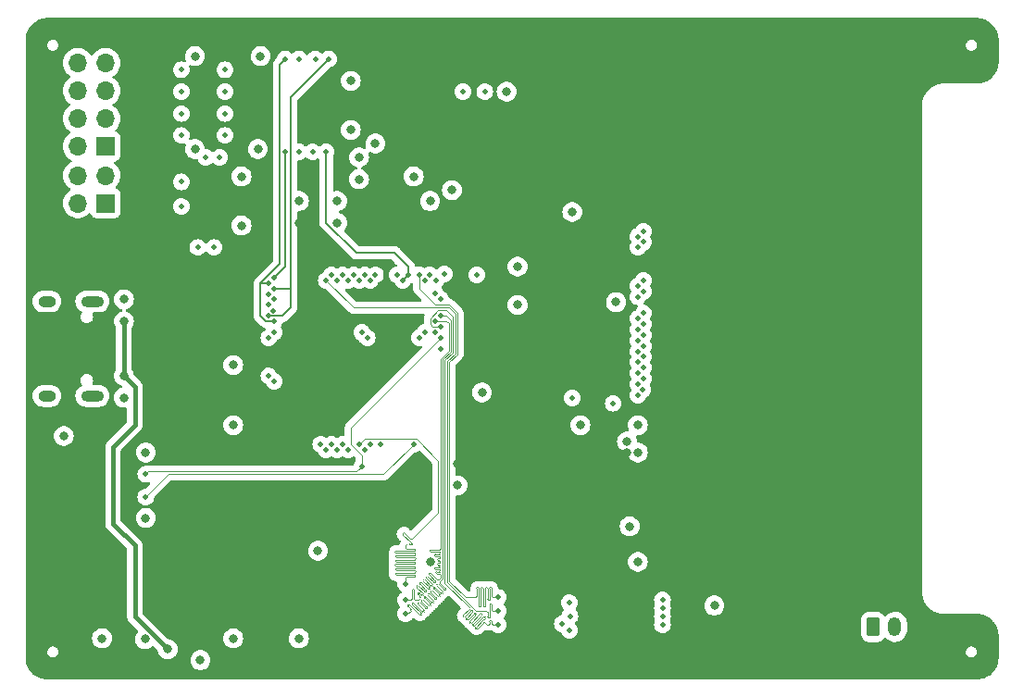
<source format=gbr>
%TF.GenerationSoftware,KiCad,Pcbnew,7.0.6*%
%TF.CreationDate,2023-07-20T20:34:57+02:00*%
%TF.ProjectId,black_scope,626c6163-6b5f-4736-936f-70652e6b6963,rev?*%
%TF.SameCoordinates,Original*%
%TF.FileFunction,Copper,L2,Inr*%
%TF.FilePolarity,Positive*%
%FSLAX46Y46*%
G04 Gerber Fmt 4.6, Leading zero omitted, Abs format (unit mm)*
G04 Created by KiCad (PCBNEW 7.0.6) date 2023-07-20 20:34:57*
%MOMM*%
%LPD*%
G01*
G04 APERTURE LIST*
G04 Aperture macros list*
%AMRoundRect*
0 Rectangle with rounded corners*
0 $1 Rounding radius*
0 $2 $3 $4 $5 $6 $7 $8 $9 X,Y pos of 4 corners*
0 Add a 4 corners polygon primitive as box body*
4,1,4,$2,$3,$4,$5,$6,$7,$8,$9,$2,$3,0*
0 Add four circle primitives for the rounded corners*
1,1,$1+$1,$2,$3*
1,1,$1+$1,$4,$5*
1,1,$1+$1,$6,$7*
1,1,$1+$1,$8,$9*
0 Add four rect primitives between the rounded corners*
20,1,$1+$1,$2,$3,$4,$5,0*
20,1,$1+$1,$4,$5,$6,$7,0*
20,1,$1+$1,$6,$7,$8,$9,0*
20,1,$1+$1,$8,$9,$2,$3,0*%
G04 Aperture macros list end*
%TA.AperFunction,ComponentPad*%
%ADD10RoundRect,0.250000X-0.350000X-0.625000X0.350000X-0.625000X0.350000X0.625000X-0.350000X0.625000X0*%
%TD*%
%TA.AperFunction,ComponentPad*%
%ADD11O,1.200000X1.750000*%
%TD*%
%TA.AperFunction,ComponentPad*%
%ADD12R,1.700000X1.700000*%
%TD*%
%TA.AperFunction,ComponentPad*%
%ADD13O,1.700000X1.700000*%
%TD*%
%TA.AperFunction,ComponentPad*%
%ADD14O,2.100000X1.000000*%
%TD*%
%TA.AperFunction,ComponentPad*%
%ADD15O,1.600000X1.000000*%
%TD*%
%TA.AperFunction,ViaPad*%
%ADD16C,0.800000*%
%TD*%
%TA.AperFunction,ViaPad*%
%ADD17C,0.500000*%
%TD*%
%TA.AperFunction,Conductor*%
%ADD18C,0.400000*%
%TD*%
%TA.AperFunction,Conductor*%
%ADD19C,0.100000*%
%TD*%
%TA.AperFunction,Conductor*%
%ADD20C,0.200000*%
%TD*%
G04 APERTURE END LIST*
D10*
%TO.N,+BATT*%
%TO.C,J3*%
X175500000Y-127950000D03*
D11*
%TO.N,GND*%
X177500000Y-127950000D03*
%TD*%
D12*
%TO.N,Net-(J5-Pin_1)*%
%TO.C,J5*%
X105332500Y-89200000D03*
D13*
%TO.N,GND*%
X102792500Y-89200000D03*
%TO.N,Net-(J5-Pin_3)*%
X105332500Y-86660000D03*
%TO.N,GND*%
X102792500Y-86660000D03*
%TD*%
D14*
%TO.N,unconnected-(P1-SHIELD-PadS1)*%
%TO.C,P1*%
X104130000Y-98180000D03*
D15*
X99950000Y-98180000D03*
D14*
X104130000Y-106820000D03*
D15*
X99950000Y-106820000D03*
%TD*%
D12*
%TO.N,Net-(J4-Pin_1)*%
%TO.C,J4*%
X105310000Y-84000000D03*
D13*
%TO.N,GND*%
X102770000Y-84000000D03*
%TO.N,Net-(J4-Pin_3)*%
X105310000Y-81460000D03*
%TO.N,GND*%
X102770000Y-81460000D03*
%TO.N,Net-(J4-Pin_5)*%
X105310000Y-78920000D03*
%TO.N,GND*%
X102770000Y-78920000D03*
%TO.N,Net-(J4-Pin_7)*%
X105310000Y-76380000D03*
%TO.N,GND*%
X102770000Y-76380000D03*
%TD*%
D16*
%TO.N,GND*%
X161000000Y-126000000D03*
X101500000Y-110500000D03*
X109000000Y-112000000D03*
X109000000Y-118000000D03*
D17*
%TO.N,nRESET*%
X109000000Y-114000000D03*
X128750000Y-113250000D03*
X136000000Y-101500000D03*
D16*
%TO.N,GND*%
X117750000Y-91250000D03*
X135000000Y-122000000D03*
X128500000Y-85000000D03*
X142000000Y-79000000D03*
X154000000Y-122000000D03*
X153250000Y-118750000D03*
X137500000Y-115000000D03*
X108934668Y-129065332D03*
X130000000Y-83750000D03*
X143000000Y-95000000D03*
X107000000Y-107000000D03*
X127750000Y-78000000D03*
X139750000Y-106500000D03*
X148750000Y-109500000D03*
X117000000Y-104000000D03*
X117000000Y-109500000D03*
X143000000Y-98500000D03*
X154000000Y-109500000D03*
X117000000Y-129000000D03*
X107000000Y-98000000D03*
X135000000Y-89000000D03*
X124750000Y-121000000D03*
X137000000Y-88000000D03*
X126500000Y-89000000D03*
X153000000Y-111000000D03*
X119250000Y-84250000D03*
X123000000Y-129000000D03*
X154000000Y-112000000D03*
X148000000Y-90000000D03*
X152000000Y-98250000D03*
X123000000Y-89000000D03*
X119500000Y-75750000D03*
%TO.N,+3.3V*%
X144000000Y-79000000D03*
X119000000Y-104000000D03*
X124000000Y-126000000D03*
X154000000Y-115000000D03*
X139000000Y-122000000D03*
X133500000Y-85000000D03*
X101250000Y-119250000D03*
X153000000Y-112000000D03*
X123000000Y-125000000D03*
X141000000Y-95000000D03*
X137500000Y-113000000D03*
X132000000Y-83750000D03*
X123000000Y-91000000D03*
X123250000Y-121000000D03*
X148000000Y-94000000D03*
X119000000Y-109500000D03*
X150000000Y-122000000D03*
%TO.N,+3.3VA*%
X113500000Y-84250000D03*
X133500000Y-86750000D03*
X128500000Y-87000000D03*
X126500000Y-91000000D03*
X127750000Y-82500000D03*
X113500000Y-75750000D03*
X117750000Y-86750000D03*
%TO.N,VBUS*%
X107000000Y-100000000D03*
X111000000Y-130000000D03*
X107000000Y-105000000D03*
D17*
%TO.N,Net-(U8A-+)*%
X116250000Y-83000000D03*
X123000000Y-84500000D03*
X112250000Y-83000000D03*
%TO.N,Net-(U8B-+)*%
X124250000Y-84500000D03*
X116250000Y-81000000D03*
X112250000Y-81000000D03*
%TO.N,Net-(U8C-+)*%
X116250000Y-79000000D03*
X112250000Y-79000000D03*
X124500000Y-76000000D03*
%TO.N,Net-(U8D-+)*%
X123000000Y-76000000D03*
X116250000Y-77000000D03*
X112250000Y-77000000D03*
%TO.N,XP*%
X154000000Y-93250000D03*
X156250000Y-127750000D03*
%TO.N,XN*%
X154000000Y-92250000D03*
X156250000Y-126250000D03*
%TO.N,YP*%
X154500000Y-91750500D03*
X156250000Y-127000000D03*
%TO.N,YN*%
X156250000Y-125500000D03*
X154500000Y-92750000D03*
%TO.N,BOOT0*%
X109000000Y-116087501D03*
X133500000Y-111250000D03*
%TO.N,QSPI_NSS*%
X132750000Y-124000000D03*
X128500000Y-111250000D03*
%TO.N,Net-(U4A--)*%
X113750000Y-93250000D03*
X112250000Y-89500000D03*
%TO.N,Net-(U4B--)*%
X112250000Y-87250000D03*
X114500000Y-85000000D03*
%TO.N,DAC2_OUT1*%
X132000000Y-95750000D03*
X120250000Y-97500000D03*
X139250000Y-95750000D03*
X134950500Y-95750000D03*
X136000000Y-98000000D03*
%TO.N,LCD_RST*%
X151750000Y-107500000D03*
X120750000Y-105500000D03*
%TO.N,SPI3_NSS*%
X125000000Y-111250000D03*
X147093844Y-127658823D03*
%TO.N,LCD_BL*%
X148000000Y-107000000D03*
X120250000Y-105000000D03*
%TO.N,UART1_RX*%
X135500000Y-101000000D03*
X140000000Y-79000000D03*
%TO.N,UART1_TX*%
X138000000Y-79000000D03*
X135505345Y-97494655D03*
%TO.N,FMC_D0*%
X134500000Y-101000000D03*
X120750000Y-101000000D03*
X154500000Y-99250000D03*
X128750000Y-101000000D03*
%TO.N,FMC_D1*%
X129250000Y-101500000D03*
X154000000Y-99750000D03*
X134000000Y-101500000D03*
X120250000Y-101500000D03*
%TO.N,FMC_D2*%
X127000000Y-111250000D03*
X154500000Y-100250000D03*
%TO.N,ADC1_IN11*%
X134500000Y-96250000D03*
X120750000Y-96000000D03*
X121750000Y-84500000D03*
%TO.N,ADC1_IN12*%
X132500000Y-96250000D03*
X125500000Y-84500000D03*
X133000000Y-95750000D03*
%TO.N,FMC_D3*%
X127500000Y-111750000D03*
X154000000Y-100750000D03*
%TO.N,FMC_D4*%
X130000000Y-95750000D03*
X154500000Y-101250000D03*
%TO.N,QSPI_SCLK*%
X141250000Y-126500000D03*
X125500000Y-96250000D03*
%TO.N,FMC_D5*%
X154000000Y-101750000D03*
X129500000Y-96250000D03*
D16*
%TO.N,+BATT*%
X114000000Y-131000000D03*
X105000000Y-129000000D03*
D17*
%TO.N,FMC_D6*%
X129000000Y-95750000D03*
X154500000Y-102250000D03*
%TO.N,FMC_D7*%
X128500000Y-96250000D03*
X154000000Y-102750000D03*
%TO.N,FMC_D8*%
X154500000Y-103250000D03*
X128000000Y-95750000D03*
%TO.N,FMC_D9*%
X154000000Y-103750000D03*
X127500000Y-96250000D03*
%TO.N,ADC3_IN9*%
X120750000Y-100000000D03*
X120250000Y-96500000D03*
X121750000Y-76000000D03*
%TO.N,ADC3_IN8*%
X125750000Y-76000000D03*
X120750000Y-97000000D03*
X120247165Y-99503729D03*
%TO.N,FMC_D10*%
X127000000Y-95750000D03*
X154500000Y-104250000D03*
%TO.N,FMC_D11*%
X126500000Y-96250000D03*
X154000000Y-104750000D03*
%TO.N,FMC_D12*%
X154500000Y-105250000D03*
X126000000Y-95750000D03*
%TO.N,FMC_D13*%
X120750000Y-98000000D03*
X154000000Y-105750000D03*
%TO.N,FMC_D14*%
X120250000Y-98500000D03*
X154457957Y-106250000D03*
%TO.N,FMC_D15*%
X120610004Y-99026496D03*
X154000000Y-106750000D03*
%TO.N,FMC_CS*%
X130500000Y-111250000D03*
X154500000Y-96250000D03*
%TO.N,FMC_A0*%
X154000000Y-96750000D03*
X136000000Y-102500000D03*
%TO.N,FMC_RD*%
X129000000Y-111750000D03*
X154000000Y-97750000D03*
%TO.N,FMC_WR*%
X129500000Y-111250000D03*
X154500000Y-97250000D03*
%TO.N,SPI3_SCLK*%
X125500000Y-111750000D03*
X147750000Y-128250000D03*
%TO.N,SPI3_MISO*%
X126000000Y-111250000D03*
X147750000Y-125750000D03*
%TO.N,SPI3_MOSI*%
X126500000Y-111750000D03*
X147782490Y-126967510D03*
%TO.N,DAC1_OUT1*%
X115250000Y-93250000D03*
X136299500Y-95664997D03*
%TO.N,DAC1_OUT2*%
X115750000Y-85000000D03*
X135549500Y-96250000D03*
%TO.N,QSPI_IO0*%
X141250000Y-127750000D03*
X136000000Y-100500000D03*
%TO.N,QSPI_IO2*%
X132750000Y-126750000D03*
X136000000Y-99500000D03*
%TO.N,QSPI_IO1*%
X135500000Y-100000000D03*
X132750000Y-125500000D03*
%TO.N,QSPI_IO3*%
X141250000Y-125250000D03*
X134000000Y-95750000D03*
%TD*%
D18*
%TO.N,VBUS*%
X106000000Y-111500000D02*
X106000000Y-118500000D01*
X108000000Y-106000000D02*
X108000000Y-109500000D01*
X106000000Y-118500000D02*
X108000000Y-120500000D01*
X108000000Y-127000000D02*
X111000000Y-130000000D01*
X107000000Y-105000000D02*
X108000000Y-106000000D01*
X108000000Y-109500000D02*
X106000000Y-111500000D01*
X108000000Y-120500000D02*
X108000000Y-127000000D01*
D19*
%TO.N,QSPI_NSS*%
X133750000Y-110750000D02*
X129000000Y-110750000D01*
X135750000Y-112750000D02*
X133750000Y-110750000D01*
X135750000Y-117500000D02*
X135750000Y-112750000D01*
X133351042Y-119898960D02*
X135750000Y-117500000D01*
X133351044Y-119898959D02*
X133351042Y-119898960D01*
X132681605Y-119370942D02*
X133209622Y-119898959D01*
X132681605Y-119370943D02*
X132681605Y-119370942D01*
X132540182Y-119370943D02*
X132540183Y-119370943D01*
X132540182Y-119370944D02*
X132540182Y-119370943D01*
X129000000Y-110750000D02*
X128500000Y-111250000D01*
X133209617Y-120181801D02*
X132540181Y-119512365D01*
X133313387Y-120285571D02*
X133209617Y-120181801D01*
X133313388Y-120426993D02*
X133313387Y-120426993D01*
X133068197Y-120323224D02*
X133171966Y-120426993D01*
X133068196Y-120323224D02*
X133068197Y-120323224D01*
X132750000Y-120500000D02*
X132926776Y-120323224D01*
X132750000Y-120700000D02*
X132750000Y-120500000D01*
X132750000Y-121000000D02*
X133596728Y-121000000D01*
X131903272Y-121000000D02*
X132750000Y-121000000D01*
X132750000Y-121200000D02*
X131903272Y-121200000D01*
X133596728Y-121200000D02*
X132750000Y-121200000D01*
X132750000Y-121600000D02*
X131903272Y-121600000D01*
X133596728Y-121600000D02*
X132750000Y-121600000D01*
X131903272Y-121800000D02*
X132750000Y-121800000D01*
X133596728Y-122000000D02*
X132750000Y-122000000D01*
X132750000Y-122400000D02*
X131903272Y-122400000D01*
X133596742Y-122400000D02*
X132750000Y-122400000D01*
X132750000Y-122800000D02*
X131903258Y-122800000D01*
X131903258Y-123000000D02*
X132750000Y-123000000D01*
X133596742Y-123200000D02*
X132850000Y-123200000D01*
X133209623Y-119898958D02*
G75*
G03*
X133351043Y-119898958I70710J70712D01*
G01*
X132681604Y-119370944D02*
G75*
G03*
X132540184Y-119370944I-70710J-70712D01*
G01*
X132540227Y-119370989D02*
G75*
G03*
X132540181Y-119512365I70673J-70711D01*
G01*
X132850000Y-123400000D02*
X133596742Y-123400000D01*
X133313405Y-120427011D02*
G75*
G03*
X133313387Y-120285571I-70705J70711D01*
G01*
X132750000Y-122000000D02*
X131903272Y-122000000D01*
X133068196Y-120323224D02*
G75*
G03*
X132926776Y-120323224I-70710J-70710D01*
G01*
X133596742Y-122800000D02*
X132750000Y-122800000D01*
X133696700Y-120900000D02*
G75*
G03*
X133596728Y-120800000I-100000J0D01*
G01*
X133596728Y-121000028D02*
G75*
G03*
X133696728Y-120900000I-28J100028D01*
G01*
X131903272Y-120999972D02*
G75*
G03*
X131803272Y-121100000I28J-100028D01*
G01*
X132750000Y-120700000D02*
G75*
G03*
X132850000Y-120800000I100000J0D01*
G01*
X131803300Y-121100000D02*
G75*
G03*
X131903272Y-121200000I100000J0D01*
G01*
X133696700Y-121300000D02*
G75*
G03*
X133596728Y-121200000I-100000J0D01*
G01*
X132750000Y-123000000D02*
X133596742Y-123000000D01*
X133596728Y-121400028D02*
G75*
G03*
X133696728Y-121300000I-28J100028D01*
G01*
X132750000Y-121800000D02*
X133596728Y-121800000D01*
X131903272Y-121399972D02*
G75*
G03*
X131803272Y-121500000I28J-100028D01*
G01*
X131803300Y-121500000D02*
G75*
G03*
X131903272Y-121600000I100000J0D01*
G01*
X132850000Y-123200000D02*
X131903258Y-123200000D01*
X131903272Y-121799972D02*
G75*
G03*
X131803272Y-121900000I28J-100028D01*
G01*
X131803300Y-121900000D02*
G75*
G03*
X131903272Y-122000000I100000J0D01*
G01*
X133596728Y-121800028D02*
G75*
G03*
X133696728Y-121700000I-28J100028D01*
G01*
X133696700Y-122100000D02*
G75*
G03*
X133596728Y-122000000I-100000J0D01*
G01*
X132750000Y-121400000D02*
X133596728Y-121400000D01*
X133596728Y-122200028D02*
G75*
G03*
X133696728Y-122100000I-28J100028D01*
G01*
X133596728Y-120800000D02*
X132850000Y-120800000D01*
X131903272Y-122199972D02*
G75*
G03*
X131803272Y-122300000I28J-100028D01*
G01*
X131803300Y-122300000D02*
G75*
G03*
X131903272Y-122400000I100000J0D01*
G01*
X131903258Y-122600000D02*
X132750000Y-122600000D01*
X133696700Y-122500000D02*
G75*
G03*
X133596742Y-122400000I-100000J0D01*
G01*
X131903272Y-122200000D02*
X132750000Y-122200000D01*
X133596742Y-122600042D02*
G75*
G03*
X133696742Y-122500000I-42J100042D01*
G01*
X133171967Y-120426992D02*
G75*
G03*
X133313387Y-120426992I70710J70712D01*
G01*
X131903258Y-122599958D02*
G75*
G03*
X131803258Y-122700000I42J-100042D01*
G01*
X133696700Y-122900000D02*
G75*
G03*
X133596742Y-122800000I-100000J0D01*
G01*
X132750000Y-124000000D02*
X132750000Y-123500000D01*
X131903258Y-122999958D02*
G75*
G03*
X131803258Y-123100000I42J-100042D01*
G01*
X133596742Y-123000042D02*
G75*
G03*
X133696742Y-122900000I-42J100042D01*
G01*
X131803300Y-122700000D02*
G75*
G03*
X131903258Y-122800000I100000J0D01*
G01*
X133696700Y-123300000D02*
G75*
G03*
X133596742Y-123200000I-100000J0D01*
G01*
X132750000Y-122200000D02*
X133596728Y-122200000D01*
X133696700Y-121700000D02*
G75*
G03*
X133596728Y-121600000I-100000J0D01*
G01*
X131803300Y-123100000D02*
G75*
G03*
X131903258Y-123200000I100000J0D01*
G01*
X132750000Y-122600000D02*
X133596742Y-122600000D01*
X132850000Y-123400000D02*
G75*
G03*
X132750000Y-123500000I0J-100000D01*
G01*
X131903272Y-121400000D02*
X132750000Y-121400000D01*
X133596742Y-123400042D02*
G75*
G03*
X133696742Y-123300000I-42J100042D01*
G01*
%TO.N,QSPI_IO1*%
X136500000Y-100000000D02*
X135500000Y-100000000D01*
X136701996Y-100201996D02*
X136500000Y-100000000D01*
X136701996Y-102669454D02*
X136701996Y-100201996D01*
X135949501Y-103421949D02*
X136701996Y-102669454D01*
X135949501Y-120557637D02*
X135949501Y-103421949D01*
X135051919Y-120907637D02*
X135849501Y-120907637D01*
X135849501Y-121107637D02*
X135051919Y-121107637D01*
X135501947Y-121307637D02*
X135849501Y-121307637D01*
X135849501Y-121507637D02*
X135501947Y-121507637D01*
X135751919Y-121707637D02*
X135849501Y-121707637D01*
X135849501Y-121907637D02*
X135751919Y-121907637D01*
X135751943Y-122107637D02*
X135849501Y-122107637D01*
X135849501Y-122307637D02*
X135751943Y-122307637D01*
X135849501Y-122707637D02*
X135451944Y-122707637D01*
X135601938Y-122907637D02*
X135849501Y-122907637D01*
X135849501Y-123107637D02*
X135601938Y-123107637D01*
X135949501Y-123457637D02*
X135949501Y-123207637D01*
X135780980Y-123626161D02*
X135949501Y-123457637D01*
X135780979Y-123626162D02*
X135780980Y-123626161D01*
X135075631Y-123062234D02*
X135639558Y-123626161D01*
X134934208Y-123062235D02*
X134934209Y-123062234D01*
X135498135Y-123767582D02*
X134934209Y-123203656D01*
X135498134Y-123767584D02*
X135498135Y-123767582D01*
X135498136Y-123909005D02*
X135498134Y-123909004D01*
X134792743Y-123345034D02*
X135356714Y-123909005D01*
X134651320Y-123345035D02*
X134651321Y-123345034D01*
X135215291Y-124050426D02*
X134651321Y-123486456D01*
X135215290Y-124050428D02*
X135215291Y-124050426D01*
X135215292Y-124191849D02*
X135215290Y-124191848D01*
X135215291Y-124191850D02*
X135215292Y-124191849D01*
X134509933Y-123627912D02*
X135073870Y-124191849D01*
X134368510Y-123627913D02*
X134368511Y-123627912D01*
X134932447Y-124333270D02*
X134368511Y-123769334D01*
X134932446Y-124333272D02*
X134932447Y-124333270D01*
X134932448Y-124474693D02*
X134932446Y-124474692D01*
X134227060Y-123910727D02*
X134791026Y-124474693D01*
X134085637Y-123910728D02*
X134085638Y-123910727D01*
X134649603Y-124616114D02*
X134085638Y-124052149D01*
X134649602Y-124616116D02*
X134649603Y-124616114D01*
X135451944Y-122507637D02*
X135849501Y-122507637D01*
X134649604Y-124757537D02*
X134649602Y-124757536D01*
X134649603Y-124757538D02*
X134649604Y-124757537D01*
X133944226Y-124193581D02*
X134508182Y-124757537D01*
X134366759Y-124898958D02*
X133802804Y-124335003D01*
X134366758Y-124898960D02*
X134366759Y-124898958D01*
X134366759Y-125040382D02*
X134366758Y-125040380D01*
X134083915Y-125181802D02*
X133908866Y-125006753D01*
X133650000Y-125500000D02*
X133900000Y-125500000D01*
X135849501Y-120907601D02*
G75*
G03*
X135949501Y-120807637I-1J100001D01*
G01*
X135051919Y-120907619D02*
G75*
G03*
X134951919Y-121007637I-19J-99981D01*
G01*
X134951863Y-121007637D02*
G75*
G03*
X135051919Y-121107637I100037J37D01*
G01*
X135949463Y-121207637D02*
G75*
G03*
X135849501Y-121107637I-99963J37D01*
G01*
X134083914Y-125181804D02*
X134083915Y-125181802D01*
X135751919Y-121707619D02*
G75*
G03*
X135651919Y-121807637I-19J-99981D01*
G01*
X135498135Y-123909006D02*
X135498136Y-123909005D01*
X135651863Y-121807637D02*
G75*
G03*
X135751919Y-121907637I100037J37D01*
G01*
X135949463Y-122007637D02*
G75*
G03*
X135849501Y-121907637I-99963J37D01*
G01*
X135849501Y-122107601D02*
G75*
G03*
X135949501Y-122007637I-1J100001D01*
G01*
X135651863Y-122207637D02*
G75*
G03*
X135751943Y-122307637I100037J37D01*
G01*
X133550000Y-124602446D02*
X133550000Y-125400000D01*
X135949463Y-122407637D02*
G75*
G03*
X135849501Y-122307637I-99963J37D01*
G01*
X135849501Y-122507601D02*
G75*
G03*
X135949501Y-122407637I-1J100001D01*
G01*
X133908867Y-124865332D02*
X133908865Y-124865333D01*
X135451944Y-122507644D02*
G75*
G03*
X135351944Y-122607637I-44J-99956D01*
G01*
X135949463Y-122807637D02*
G75*
G03*
X135849501Y-122707637I-99963J37D01*
G01*
X135849501Y-122907601D02*
G75*
G03*
X135949501Y-122807637I-1J100001D01*
G01*
X135949501Y-120807637D02*
X135949501Y-120557637D01*
X135949463Y-123207637D02*
G75*
G03*
X135849501Y-123107637I-99963J37D01*
G01*
X135501947Y-121307647D02*
G75*
G03*
X135401947Y-121407637I-47J-99953D01*
G01*
X135639589Y-123626130D02*
G75*
G03*
X135780979Y-123626162I70711J70630D01*
G01*
X134366758Y-125040382D02*
X134366759Y-125040382D01*
X135075630Y-123062235D02*
G75*
G03*
X134934210Y-123062235I-70710J-70712D01*
G01*
X133802803Y-124193582D02*
X133802804Y-124193581D01*
X134934163Y-123062190D02*
G75*
G03*
X134934209Y-123203656I70737J-70710D01*
G01*
X133900000Y-125500000D02*
X133907138Y-125500000D01*
X135498140Y-123909010D02*
G75*
G03*
X135498134Y-123767584I-70740J70710D01*
G01*
X135356690Y-123909029D02*
G75*
G03*
X135498134Y-123909005I70710J70729D01*
G01*
X134792742Y-123345035D02*
G75*
G03*
X134651322Y-123345035I-70710J-70712D01*
G01*
X134651275Y-123344990D02*
G75*
G03*
X134651321Y-123486456I70725J-70710D01*
G01*
X135215252Y-124191810D02*
G75*
G03*
X135215290Y-124050428I-70652J70710D01*
G01*
X133907138Y-125500000D02*
X134083914Y-125323224D01*
X135073890Y-124191829D02*
G75*
G03*
X135215290Y-124191849I70710J70729D01*
G01*
X134509932Y-123627913D02*
G75*
G03*
X134368512Y-123627913I-70710J-70712D01*
G01*
X135601938Y-122907638D02*
G75*
G03*
X135501938Y-123007637I-38J-99962D01*
G01*
X135849501Y-121307601D02*
G75*
G03*
X135949501Y-121207637I-1J100001D01*
G01*
X134368487Y-123627890D02*
G75*
G03*
X134368511Y-123769334I70713J-70710D01*
G01*
X133350000Y-125400000D02*
X133350000Y-124602446D01*
X134932464Y-124474710D02*
G75*
G03*
X134932446Y-124333272I-70764J70710D01*
G01*
X134790990Y-124474729D02*
G75*
G03*
X134932446Y-124474693I70710J70729D01*
G01*
X135401863Y-121407637D02*
G75*
G03*
X135501947Y-121507637I100037J37D01*
G01*
X134227059Y-123910728D02*
G75*
G03*
X134085639Y-123910728I-70710J-70712D01*
G01*
X134085599Y-123910690D02*
G75*
G03*
X134085638Y-124052149I70701J-70710D01*
G01*
X134649576Y-124757510D02*
G75*
G03*
X134649602Y-124616116I-70676J70710D01*
G01*
X135949463Y-121607637D02*
G75*
G03*
X135849501Y-121507637I-99963J37D01*
G01*
X134508190Y-124757529D02*
G75*
G03*
X134649602Y-124757537I70710J70729D01*
G01*
X133944225Y-124193582D02*
G75*
G03*
X133802805Y-124193582I-70710J-70712D01*
G01*
X135351863Y-122607637D02*
G75*
G03*
X135451944Y-122707637I100037J37D01*
G01*
X135751943Y-122107643D02*
G75*
G03*
X135651943Y-122207637I-43J-99957D01*
G01*
X133802811Y-124193590D02*
G75*
G03*
X133802804Y-124335003I70689J-70710D01*
G01*
X134050287Y-124865333D02*
X134225337Y-125040383D01*
X134366788Y-125040410D02*
G75*
G03*
X134366758Y-124898960I-70688J70710D01*
G01*
X134225290Y-125040430D02*
G75*
G03*
X134366758Y-125040382I70710J70730D01*
G01*
X134050286Y-124865334D02*
G75*
G03*
X133908866Y-124865334I-70710J-70712D01*
G01*
X134083899Y-125323209D02*
G75*
G03*
X134083913Y-125181805I-70699J70709D01*
G01*
X135849501Y-121707601D02*
G75*
G03*
X135949501Y-121607637I-1J100001D01*
G01*
X133550000Y-125400000D02*
G75*
G03*
X133650000Y-125500000I100000J0D01*
G01*
X133908824Y-124865289D02*
G75*
G03*
X133908866Y-125006753I70776J-70711D01*
G01*
X133549954Y-124602446D02*
G75*
G03*
X133450000Y-124502446I-99954J46D01*
G01*
X133450000Y-124502400D02*
G75*
G03*
X133350000Y-124602446I0J-100000D01*
G01*
X134932447Y-124474694D02*
X134932448Y-124474693D01*
X135501863Y-123007637D02*
G75*
G03*
X135601938Y-123107637I100037J37D01*
G01*
X133250000Y-125500000D02*
G75*
G03*
X133350000Y-125400000I0J100000D01*
G01*
X132750000Y-125500000D02*
X133250000Y-125500000D01*
%TO.N,QSPI_IO2*%
X136500000Y-99500000D02*
X136000000Y-99500000D01*
X136901497Y-99901497D02*
X136500000Y-99500000D01*
X136901497Y-102752090D02*
X136901497Y-99901497D01*
X136149002Y-103504585D02*
X136901497Y-102752090D01*
X136149002Y-123540274D02*
X136149002Y-103504585D01*
X135906649Y-123782624D02*
X136149002Y-123540274D01*
X135906648Y-123782625D02*
X135906649Y-123782624D01*
X135765228Y-124065469D02*
X136272968Y-124573209D01*
X135765227Y-124065469D02*
X135765228Y-124065469D01*
X136131533Y-124714616D02*
X135623806Y-124206889D01*
X136131532Y-124856039D02*
X136131533Y-124856038D01*
X135482385Y-124348312D02*
X135990111Y-124856038D01*
X135482384Y-124348312D02*
X135482385Y-124348312D01*
X135340963Y-124348310D02*
X135340964Y-124348312D01*
X135848704Y-124997473D02*
X135340963Y-124489732D01*
X135848703Y-125138896D02*
X135848704Y-125138895D01*
X135199542Y-124631155D02*
X135707282Y-125138895D01*
X135199541Y-124631155D02*
X135199542Y-124631155D01*
X135058120Y-124631153D02*
X135058121Y-124631155D01*
X135058119Y-124631154D02*
X135058120Y-124631153D01*
X135565849Y-125280304D02*
X135058120Y-124772575D01*
X135565848Y-125421727D02*
X135565849Y-125421726D01*
X134916699Y-124913998D02*
X135424427Y-125421726D01*
X134916698Y-124913998D02*
X134916699Y-124913998D01*
X134775276Y-124913997D02*
X134775277Y-124913996D01*
X135623806Y-124065467D02*
X135623807Y-124065469D01*
X135283027Y-125704592D02*
X135283028Y-125704591D01*
X134633856Y-125196841D02*
X135141606Y-125704591D01*
X134633855Y-125196841D02*
X134633856Y-125196841D01*
X134492434Y-125196839D02*
X134492435Y-125196841D01*
X135000160Y-125987411D02*
X135000161Y-125987410D01*
X134351013Y-125479684D02*
X134858739Y-125987410D01*
X134351012Y-125479684D02*
X134351013Y-125479684D01*
X134209591Y-125479682D02*
X134209592Y-125479684D01*
X134717312Y-126270249D02*
X134717313Y-126270248D01*
X134434479Y-126553102D02*
X134434479Y-126553101D01*
X134434480Y-126553102D02*
X134434479Y-126553102D01*
X135623805Y-124065468D02*
X135623806Y-124065467D01*
X133525095Y-125785139D02*
X133525095Y-125785138D01*
X133383672Y-125785139D02*
X133383673Y-125785139D01*
X134151624Y-126694514D02*
X133383671Y-125926561D01*
X133136207Y-125961938D02*
X134010204Y-126835936D01*
X133525095Y-125785138D02*
X134293058Y-126553102D01*
X132994784Y-125961939D02*
X132994785Y-125961939D01*
X133219639Y-126328216D02*
X132994784Y-126103361D01*
X132750000Y-126750000D02*
X132939276Y-126750000D01*
X135906613Y-123782590D02*
G75*
G03*
X135906649Y-123924046I70787J-70710D01*
G01*
X134068170Y-125762527D02*
X134575891Y-126270248D01*
X136414392Y-124573211D02*
G75*
G03*
X136414390Y-124431787I-70692J70711D01*
G01*
X135765227Y-124065469D02*
G75*
G03*
X135623807Y-124065469I-70710J-70710D01*
G01*
X132939276Y-126750000D02*
X133219638Y-126469638D01*
X135623828Y-124065491D02*
G75*
G03*
X135623807Y-124206888I70672J-70709D01*
G01*
X134717313Y-126128826D02*
X134209591Y-125621104D01*
X136131505Y-124856010D02*
G75*
G03*
X136131532Y-124714617I-70705J70710D01*
G01*
X135482384Y-124348312D02*
G75*
G03*
X135340964Y-124348312I-70710J-70710D01*
G01*
X134775277Y-124913996D02*
X134775278Y-124913998D01*
X135340941Y-124348290D02*
G75*
G03*
X135340963Y-124489732I70759J-70710D01*
G01*
X134151625Y-126694514D02*
X134151624Y-126694514D01*
X133926747Y-125762525D02*
X133926748Y-125762527D01*
X135707289Y-125138888D02*
G75*
G03*
X135848703Y-125138896I70711J70688D01*
G01*
X132994783Y-125961940D02*
X132994784Y-125961939D01*
X135199541Y-124631155D02*
G75*
G03*
X135058121Y-124631155I-70710J-70710D01*
G01*
X135058155Y-124631190D02*
G75*
G03*
X135058120Y-124772575I70645J-70710D01*
G01*
X134151626Y-126835936D02*
X134151625Y-126835936D01*
X135565833Y-125421710D02*
G75*
G03*
X135565848Y-125280305I-70733J70710D01*
G01*
X136414390Y-124431787D02*
X135906649Y-123924046D01*
X135424390Y-125421763D02*
G75*
G03*
X135565847Y-125421726I70710J70763D01*
G01*
X133219638Y-126328218D02*
X133219639Y-126328216D01*
X135283048Y-125704611D02*
G75*
G03*
X135283028Y-125563169I-70748J70711D01*
G01*
X135141589Y-125704608D02*
G75*
G03*
X135283027Y-125704592I70711J70708D01*
G01*
X134775270Y-124913991D02*
G75*
G03*
X134775278Y-125055417I70730J-70709D01*
G01*
X134633855Y-125196841D02*
G75*
G03*
X134492435Y-125196841I-70710J-70710D01*
G01*
X134492483Y-125196890D02*
G75*
G03*
X134492434Y-125338261I70617J-70710D01*
G01*
X136272989Y-124573188D02*
G75*
G03*
X136414389Y-124573210I70711J70688D01*
G01*
X135000162Y-125987411D02*
G75*
G03*
X135000161Y-125845988I-70762J70711D01*
G01*
X134492433Y-125196840D02*
X134492434Y-125196839D01*
X133136207Y-125961939D02*
X133136207Y-125961938D01*
X134858689Y-125987460D02*
G75*
G03*
X135000160Y-125987411I70711J70760D01*
G01*
X134351012Y-125479684D02*
G75*
G03*
X134209592Y-125479684I-70710J-70710D01*
G01*
X135340962Y-124348311D02*
X135340963Y-124348310D01*
X134434479Y-126411679D02*
X133926747Y-125903947D01*
X134209597Y-125479690D02*
G75*
G03*
X134209591Y-125621104I70703J-70710D01*
G01*
X134717276Y-126270210D02*
G75*
G03*
X134717312Y-126128827I-70676J70710D01*
G01*
X134575889Y-126270250D02*
G75*
G03*
X134717312Y-126270249I70711J70750D01*
G01*
X134068169Y-125762527D02*
G75*
G03*
X133926749Y-125762527I-70710J-70710D01*
G01*
X133926711Y-125762489D02*
G75*
G03*
X133926747Y-125903947I70789J-70711D01*
G01*
X135283028Y-125563169D02*
X134775277Y-125055418D01*
X134434480Y-126411680D02*
X134434479Y-126411679D01*
X133926748Y-125762527D02*
X133926749Y-125762527D01*
X134434488Y-126553110D02*
G75*
G03*
X134434479Y-126411681I-70688J70710D01*
G01*
X133136206Y-125961940D02*
G75*
G03*
X132994786Y-125961940I-70710J-70712D01*
G01*
X135990089Y-124856060D02*
G75*
G03*
X136131532Y-124856039I70711J70760D01*
G01*
X133383672Y-125785140D02*
X133383672Y-125785139D01*
X136414389Y-124573210D02*
X136414390Y-124573209D01*
X134068169Y-125762527D02*
X134068170Y-125762527D01*
X134010205Y-126835935D02*
G75*
G03*
X134151625Y-126835935I70710J70712D01*
G01*
X133525094Y-125785140D02*
G75*
G03*
X133383674Y-125785140I-70710J-70712D01*
G01*
X132994833Y-125961990D02*
G75*
G03*
X132994784Y-126103361I70667J-70710D01*
G01*
X135000161Y-125845988D02*
X134492434Y-125338261D01*
X135848719Y-125138910D02*
G75*
G03*
X135848703Y-124997474I-70719J70710D01*
G01*
X134151600Y-126835911D02*
G75*
G03*
X134151625Y-126694514I-70700J70711D01*
G01*
X134209590Y-125479683D02*
X134209591Y-125479682D01*
X133383722Y-125785190D02*
G75*
G03*
X133383672Y-125926560I70678J-70710D01*
G01*
X134293059Y-126553101D02*
G75*
G03*
X134434479Y-126553101I70710J70712D01*
G01*
X134916698Y-124913998D02*
G75*
G03*
X134775278Y-124913998I-70710J-70710D01*
G01*
X133219610Y-126469610D02*
G75*
G03*
X133219638Y-126328218I-70710J70710D01*
G01*
%TO.N,QSPI_IO0*%
X135250000Y-100500000D02*
X136000000Y-100500000D01*
X135000000Y-100250000D02*
X135250000Y-100500000D01*
X135000000Y-99750000D02*
X135000000Y-100250000D01*
X136500000Y-99000000D02*
X135750000Y-99000000D01*
X137100998Y-99600998D02*
X136500000Y-99000000D01*
X137100998Y-102834726D02*
X137100998Y-99600998D01*
X136350998Y-103584729D02*
X137100998Y-102834726D01*
X136350998Y-104713279D02*
X136350998Y-103584729D01*
X136348503Y-104715774D02*
X136350998Y-104713279D01*
X136348503Y-123912777D02*
X136348503Y-104715774D01*
X138594725Y-126158999D02*
X136348503Y-123912777D01*
X138594724Y-126158997D02*
X138594725Y-126158999D01*
X138044626Y-126850520D02*
X138594724Y-126300419D01*
X138044625Y-126850521D02*
X138044626Y-126850520D01*
X138044624Y-126991941D02*
X138044626Y-126991942D01*
X138327507Y-127133325D02*
X138327508Y-127133324D01*
X139018990Y-126724686D02*
X138468928Y-127274745D01*
X139018991Y-126724685D02*
X139018990Y-126724686D01*
X139160410Y-126724683D02*
X139160412Y-126724686D01*
X139160410Y-126724684D02*
X139160410Y-126724683D01*
X138327508Y-127133324D02*
X138877567Y-126583262D01*
X138877568Y-126441842D02*
X138877569Y-126441843D01*
X139569087Y-126740276D02*
X138751724Y-127557637D01*
X138610301Y-127416214D02*
X139160411Y-126866105D01*
X139710510Y-126740278D02*
X139710508Y-126740276D01*
X139710510Y-126740277D02*
X139710510Y-126740278D01*
X138893185Y-127699022D02*
X139710510Y-126881699D01*
X138893188Y-127840445D02*
X138893189Y-127840447D01*
X139993383Y-127023098D02*
X139993383Y-127023099D01*
X139796815Y-127361089D02*
X139993383Y-127164520D01*
X139796813Y-127361086D02*
X139796815Y-127361089D01*
X139176004Y-127981898D02*
X139796813Y-127361086D01*
X139176005Y-128123322D02*
X139176007Y-128123323D01*
X135750000Y-99000000D02*
X135000000Y-99750000D01*
X139867528Y-127573224D02*
X139317427Y-128123322D01*
X140185726Y-127750000D02*
X140008950Y-127573224D01*
X140350000Y-127750000D02*
X140185726Y-127750000D01*
X140450000Y-127472047D02*
X140450000Y-127650000D01*
X140650000Y-127650000D02*
X140650000Y-127472047D01*
X138594715Y-126300410D02*
G75*
G03*
X138594723Y-126158998I-70715J70710D01*
G01*
X141250000Y-127750000D02*
X140750000Y-127750000D01*
X138893189Y-127840447D02*
X138893186Y-127840444D01*
X138044594Y-126850490D02*
G75*
G03*
X138044626Y-126991942I70706J-70710D01*
G01*
X138327506Y-127274745D02*
X138327508Y-127274746D01*
X138044625Y-126991940D02*
G75*
G03*
X138186045Y-126991940I70710J70712D01*
G01*
X138877616Y-126583311D02*
G75*
G03*
X138877567Y-126441840I-70716J70711D01*
G01*
X138877567Y-126441840D02*
X138877568Y-126441842D01*
X138736148Y-126441842D02*
X138736147Y-126441843D01*
X138327473Y-127133291D02*
G75*
G03*
X138327509Y-127274745I70727J-70709D01*
G01*
X139993383Y-127023099D02*
X139993381Y-127023097D01*
X138327507Y-127274744D02*
G75*
G03*
X138468927Y-127274744I70710J70712D01*
G01*
X139160410Y-126724688D02*
G75*
G03*
X139018992Y-126724686I-70710J-70712D01*
G01*
X139867529Y-127573223D02*
X139867528Y-127573224D01*
X139160416Y-126866110D02*
G75*
G03*
X139160410Y-126724684I-70716J70710D01*
G01*
X138893187Y-127699023D02*
X138893185Y-127699022D01*
X139851959Y-127023097D02*
X139851960Y-127023097D01*
X138610303Y-127557638D02*
X138610302Y-127557637D01*
X138610290Y-127557651D02*
G75*
G03*
X138751724Y-127557637I70710J70751D01*
G01*
X138736147Y-126441843D02*
X138186046Y-126991941D01*
X139710522Y-126881711D02*
G75*
G03*
X139710510Y-126740277I-70722J70711D01*
G01*
X138610275Y-127416190D02*
G75*
G03*
X138610301Y-127557636I70725J-70710D01*
G01*
X139176003Y-127981899D02*
X139176004Y-127981898D01*
X139851960Y-127023097D02*
X139034609Y-127840446D01*
X138893154Y-127698990D02*
G75*
G03*
X138893187Y-127840443I70746J-70710D01*
G01*
X139176007Y-128123323D02*
X139176004Y-128123320D01*
X139710507Y-126740277D02*
G75*
G03*
X139569087Y-126740277I-70710J-70712D01*
G01*
X138893190Y-127840443D02*
G75*
G03*
X139034608Y-127840445I70710J70743D01*
G01*
X139569086Y-126740276D02*
X139569087Y-126740276D01*
X139993380Y-127023098D02*
G75*
G03*
X139851960Y-127023098I-70710J-70712D01*
G01*
X139993374Y-127164511D02*
G75*
G03*
X139993383Y-127023098I-70674J70711D01*
G01*
X138877610Y-126441801D02*
G75*
G03*
X138736148Y-126441842I-70710J-70799D01*
G01*
X139176006Y-128123321D02*
G75*
G03*
X139317426Y-128123321I70710J70712D01*
G01*
X140550000Y-127372000D02*
G75*
G03*
X140450000Y-127472047I0J-100000D01*
G01*
X140649953Y-127472047D02*
G75*
G03*
X140550000Y-127372047I-99953J47D01*
G01*
X138610300Y-127416215D02*
X138610301Y-127416214D01*
X140350000Y-127750000D02*
G75*
G03*
X140450000Y-127650000I0J100000D01*
G01*
X140650000Y-127650000D02*
G75*
G03*
X140750000Y-127750000I100000J0D01*
G01*
X138610302Y-127557637D02*
X138610301Y-127557636D01*
X140008911Y-127573263D02*
G75*
G03*
X139867529Y-127573223I-70711J-70637D01*
G01*
X139175994Y-127981890D02*
G75*
G03*
X139176004Y-128123320I70706J-70710D01*
G01*
%TO.N,QSPI_IO3*%
X134000000Y-97000000D02*
X134000000Y-95750000D01*
X135500000Y-98500000D02*
X134000000Y-97000000D01*
X136750000Y-98500000D02*
X135500000Y-98500000D01*
X137500000Y-99250000D02*
X136750000Y-98500000D01*
X136750000Y-103750000D02*
X137500000Y-103000000D01*
X136750000Y-123750000D02*
X136750000Y-103750000D01*
X138250000Y-125250000D02*
X136750000Y-123750000D01*
X139150000Y-125250000D02*
X138250000Y-125250000D01*
X139250000Y-124426048D02*
X139250000Y-125150000D01*
X139450000Y-125250000D02*
X139450000Y-124426048D01*
X139450000Y-126073948D02*
X139450000Y-125250000D01*
X139650000Y-125250000D02*
X139650000Y-126073948D01*
X139650000Y-124426055D02*
X139650000Y-125250000D01*
X139850000Y-125250000D02*
X139850000Y-124426055D01*
X140050000Y-125250000D02*
X140050000Y-126073945D01*
X140050000Y-124426055D02*
X140050000Y-125250000D01*
X140250000Y-125250000D02*
X140250000Y-124426055D01*
X140250000Y-125473946D02*
X140250000Y-125250000D01*
X140450000Y-124426055D02*
X140450000Y-125150000D01*
X140650000Y-125150000D02*
X140650000Y-124426055D01*
X139150000Y-125250000D02*
G75*
G03*
X139250000Y-125150000I0J100000D01*
G01*
X139350000Y-124326000D02*
G75*
G03*
X139250000Y-124426048I0J-100000D01*
G01*
X137500000Y-103000000D02*
X137500000Y-99250000D01*
X139449952Y-124426048D02*
G75*
G03*
X139350000Y-124326048I-99952J48D01*
G01*
X139449952Y-126073948D02*
G75*
G03*
X139550000Y-126173948I100048J48D01*
G01*
X139750000Y-124326100D02*
G75*
G03*
X139650000Y-124426055I0J-100000D01*
G01*
X139850000Y-126073945D02*
X139850000Y-125250000D01*
X139850045Y-124426055D02*
G75*
G03*
X139750000Y-124326055I-100045J-45D01*
G01*
X140450000Y-125150000D02*
X140450000Y-125473946D01*
X139849955Y-126073945D02*
G75*
G03*
X139950000Y-126173945I100045J45D01*
G01*
X140150000Y-124326100D02*
G75*
G03*
X140050000Y-124426055I0J-100000D01*
G01*
X139950000Y-126173900D02*
G75*
G03*
X140050000Y-126073945I0J100000D01*
G01*
X140250045Y-124426055D02*
G75*
G03*
X140150000Y-124326055I-100045J-45D01*
G01*
X141250000Y-125250000D02*
X140750000Y-125250000D01*
X140350000Y-125573900D02*
G75*
G03*
X140450000Y-125473946I0J100000D01*
G01*
X140650045Y-124426055D02*
G75*
G03*
X140550000Y-124326055I-100045J-45D01*
G01*
X140550000Y-124326100D02*
G75*
G03*
X140450000Y-124426055I0J-100000D01*
G01*
X140249954Y-125473946D02*
G75*
G03*
X140350000Y-125573946I100046J46D01*
G01*
X139550000Y-126173900D02*
G75*
G03*
X139650000Y-126073948I0J100000D01*
G01*
X140650000Y-125150000D02*
G75*
G03*
X140750000Y-125250000I100000J0D01*
G01*
%TO.N,QSPI_SCLK*%
X128000000Y-98750000D02*
X125500000Y-96250000D01*
X137300499Y-99332637D02*
X136717862Y-98750000D01*
X137300499Y-102917363D02*
X137300499Y-99332637D01*
X136550499Y-103667364D02*
X137300499Y-102917363D01*
X136550499Y-123832637D02*
X136550499Y-103667364D01*
X139217862Y-126500000D02*
X136550499Y-123832637D01*
X140150000Y-126500000D02*
X139217862Y-126500000D01*
X140250000Y-127079802D02*
X140250000Y-126600000D01*
X140450000Y-126400000D02*
X140450000Y-127079802D01*
X140450000Y-125920198D02*
X140450000Y-126400000D01*
X140249998Y-127079802D02*
G75*
G03*
X140350000Y-127179802I100002J2D01*
G01*
X140350000Y-127179800D02*
G75*
G03*
X140450000Y-127079802I0J100000D01*
G01*
X140250000Y-126600000D02*
G75*
G03*
X140150000Y-126500000I-100000J0D01*
G01*
X136717862Y-98750000D02*
X128000000Y-98750000D01*
X140550000Y-125820200D02*
G75*
G03*
X140450000Y-125920198I0J-100000D01*
G01*
X140650000Y-126400000D02*
X140650000Y-125920198D01*
X140650002Y-125920198D02*
G75*
G03*
X140550000Y-125820198I-100002J-2D01*
G01*
X140650000Y-126400000D02*
G75*
G03*
X140750000Y-126500000I100000J0D01*
G01*
X141250000Y-126500000D02*
X140750000Y-126500000D01*
%TO.N,nRESET*%
X128250000Y-113750000D02*
X128750000Y-113250000D01*
X109250000Y-113750000D02*
X128250000Y-113750000D01*
X127750000Y-111250000D02*
X128750000Y-112250000D01*
X109000000Y-114000000D02*
X109250000Y-113750000D01*
X136000000Y-101500000D02*
X127750000Y-109750000D01*
X128750000Y-112250000D02*
X128750000Y-113250000D01*
X127750000Y-109750000D02*
X127750000Y-111250000D01*
D18*
%TO.N,VBUS*%
X107000000Y-105000000D02*
X107000000Y-100000000D01*
D19*
%TO.N,BOOT0*%
X130750000Y-114000000D02*
X133500000Y-111250000D01*
X111087501Y-114000000D02*
X130750000Y-114000000D01*
X109000000Y-116087501D02*
X111087501Y-114000000D01*
D20*
%TO.N,ADC1_IN11*%
X121750000Y-95000000D02*
X120750000Y-96000000D01*
X121750000Y-84500000D02*
X121750000Y-95000000D01*
D19*
%TO.N,ADC1_IN12*%
X132500000Y-94500000D02*
X133000000Y-95000000D01*
D20*
X128250000Y-93750000D02*
X131750000Y-93750000D01*
X133000000Y-95000000D02*
X133000000Y-95750000D01*
X125500000Y-84500000D02*
X125500000Y-91000000D01*
D19*
X131750000Y-93750000D02*
X132500000Y-94500000D01*
D20*
X125500000Y-91000000D02*
X128250000Y-93750000D01*
X133000000Y-95750000D02*
X132500000Y-96250000D01*
X131750000Y-93750000D02*
X133000000Y-95000000D01*
%TO.N,ADC3_IN9*%
X121250000Y-94750000D02*
X120250000Y-95750000D01*
X119500000Y-96500000D02*
X121250000Y-94750000D01*
X119500000Y-97750000D02*
X119500000Y-99500000D01*
X121250000Y-76500000D02*
X121250000Y-94750000D01*
X119500000Y-97750000D02*
X119500000Y-96500000D01*
X119500000Y-99500000D02*
X120000000Y-100000000D01*
X121750000Y-76000000D02*
X121250000Y-76500000D01*
X120000000Y-100000000D02*
X120750000Y-100000000D01*
X119500000Y-97250000D02*
X119500000Y-97750000D01*
X119500000Y-96500000D02*
X120250000Y-96500000D01*
%TO.N,ADC3_IN8*%
X125750000Y-76000000D02*
X122250000Y-79500000D01*
X122250000Y-98750000D02*
X121496271Y-99503729D01*
X122250000Y-95250000D02*
X122250000Y-95500000D01*
X122250000Y-97000000D02*
X120750000Y-97000000D01*
X122250000Y-79500000D02*
X122250000Y-95250000D01*
X122250000Y-97000000D02*
X122250000Y-98750000D01*
X120881960Y-99503729D02*
X120247165Y-99503729D01*
X121496271Y-99503729D02*
X120247165Y-99503729D01*
X122250000Y-95250000D02*
X122250000Y-97000000D01*
%TD*%
%TA.AperFunction,Conductor*%
%TO.N,+3.3V*%
G36*
X185002057Y-72250634D02*
G01*
X185083743Y-72255988D01*
X185265384Y-72268980D01*
X185273165Y-72270028D01*
X185389441Y-72293157D01*
X185533606Y-72324518D01*
X185540437Y-72326414D01*
X185659429Y-72366806D01*
X185791699Y-72416140D01*
X185797542Y-72418664D01*
X185912952Y-72475578D01*
X186034870Y-72542150D01*
X186039678Y-72545061D01*
X186146634Y-72616527D01*
X186149377Y-72618469D01*
X186189070Y-72648182D01*
X186258611Y-72700240D01*
X186262384Y-72703299D01*
X186359486Y-72788456D01*
X186362480Y-72791260D01*
X186458737Y-72887517D01*
X186461542Y-72890512D01*
X186546699Y-72987614D01*
X186549769Y-72991401D01*
X186631529Y-73100621D01*
X186633478Y-73103374D01*
X186704935Y-73210317D01*
X186707848Y-73215127D01*
X186774421Y-73337047D01*
X186820611Y-73430710D01*
X186831334Y-73452455D01*
X186831335Y-73452456D01*
X186833861Y-73458307D01*
X186883195Y-73590575D01*
X186923577Y-73709536D01*
X186925482Y-73716401D01*
X186956847Y-73860580D01*
X186979968Y-73976821D01*
X186981019Y-73984625D01*
X186994017Y-74166350D01*
X186999331Y-74247429D01*
X186999365Y-74247938D01*
X186999500Y-74252060D01*
X186999500Y-76247939D01*
X186999365Y-76252061D01*
X186994017Y-76333649D01*
X186981019Y-76515373D01*
X186979968Y-76523176D01*
X186956847Y-76639419D01*
X186925482Y-76783597D01*
X186923577Y-76790462D01*
X186883195Y-76909424D01*
X186833861Y-77041691D01*
X186831335Y-77047542D01*
X186774421Y-77162952D01*
X186707848Y-77284871D01*
X186704935Y-77289681D01*
X186633478Y-77396624D01*
X186631529Y-77399377D01*
X186549769Y-77508597D01*
X186546699Y-77512384D01*
X186461542Y-77609486D01*
X186458723Y-77612496D01*
X186362496Y-77708723D01*
X186359486Y-77711542D01*
X186262384Y-77796699D01*
X186258597Y-77799769D01*
X186149377Y-77881529D01*
X186146624Y-77883478D01*
X186039681Y-77954935D01*
X186034871Y-77957848D01*
X185912952Y-78024421D01*
X185797542Y-78081335D01*
X185791691Y-78083861D01*
X185659424Y-78133195D01*
X185540462Y-78173577D01*
X185533597Y-78175482D01*
X185389419Y-78206847D01*
X185273176Y-78229968D01*
X185265373Y-78231019D01*
X185083649Y-78244017D01*
X185026507Y-78247762D01*
X185002057Y-78249365D01*
X184997940Y-78249500D01*
X182033441Y-78249500D01*
X182028256Y-78247977D01*
X182009223Y-78249339D01*
X182004727Y-78249500D01*
X181985234Y-78249500D01*
X181985226Y-78249501D01*
X181868876Y-78249501D01*
X181724584Y-78268497D01*
X181724031Y-78268410D01*
X181720291Y-78269062D01*
X181706463Y-78270883D01*
X181702732Y-78271262D01*
X181625947Y-78276754D01*
X181612669Y-78281566D01*
X181612939Y-78282923D01*
X181608896Y-78283727D01*
X181449242Y-78326506D01*
X181448472Y-78326487D01*
X181444124Y-78327877D01*
X181416117Y-78335382D01*
X181413203Y-78336089D01*
X181363132Y-78346981D01*
X181355401Y-78351677D01*
X181232213Y-78402704D01*
X181188375Y-78420862D01*
X181186976Y-78421012D01*
X181186691Y-78421168D01*
X181180605Y-78424080D01*
X181122607Y-78448103D01*
X181108086Y-78453519D01*
X181101814Y-78458589D01*
X180944122Y-78549633D01*
X180941832Y-78550188D01*
X180940361Y-78551290D01*
X180934105Y-78555416D01*
X180886192Y-78583079D01*
X180884111Y-78584677D01*
X180870628Y-78593455D01*
X180865243Y-78599154D01*
X180720289Y-78710382D01*
X180717204Y-78711574D01*
X180715073Y-78713706D01*
X180708873Y-78719143D01*
X180678151Y-78742717D01*
X180678141Y-78742726D01*
X180665181Y-78755686D01*
X180653934Y-78765431D01*
X180650096Y-78770770D01*
X180520770Y-78900096D01*
X180516949Y-78902182D01*
X180505686Y-78915181D01*
X180492726Y-78928141D01*
X180492717Y-78928151D01*
X180469143Y-78958873D01*
X180463706Y-78965073D01*
X180462537Y-78966241D01*
X180460382Y-78970289D01*
X180349154Y-79115243D01*
X180344974Y-79118294D01*
X180334677Y-79134111D01*
X180333079Y-79136192D01*
X180305416Y-79184105D01*
X180301290Y-79190361D01*
X180300772Y-79191051D01*
X180299633Y-79194122D01*
X180208589Y-79351814D01*
X180204352Y-79355853D01*
X180198103Y-79372607D01*
X180174080Y-79430605D01*
X180171306Y-79436402D01*
X180170862Y-79438375D01*
X180101678Y-79605401D01*
X180097548Y-79610525D01*
X180086089Y-79663203D01*
X180085382Y-79666117D01*
X180077877Y-79694124D01*
X180076606Y-79698101D01*
X180076506Y-79699242D01*
X180033727Y-79858896D01*
X180032923Y-79862939D01*
X180031011Y-79862558D01*
X180027078Y-79871404D01*
X180021261Y-79952739D01*
X180020882Y-79956469D01*
X180019063Y-79970290D01*
X180018458Y-79973759D01*
X180018497Y-79974584D01*
X179999501Y-80118876D01*
X179999501Y-80249926D01*
X179999499Y-80254762D01*
X179999339Y-80259231D01*
X179998129Y-80276149D01*
X179999500Y-80283682D01*
X179999500Y-124716432D01*
X179997970Y-124721641D01*
X179999339Y-124740778D01*
X179999500Y-124745275D01*
X179999500Y-124881121D01*
X180018497Y-125025413D01*
X180018410Y-125025968D01*
X180019063Y-125029713D01*
X180020880Y-125043520D01*
X180021259Y-125047250D01*
X180026755Y-125124088D01*
X180031551Y-125137334D01*
X180032923Y-125137062D01*
X180033727Y-125141104D01*
X180033729Y-125141114D01*
X180033730Y-125141116D01*
X180041259Y-125169213D01*
X180076505Y-125300756D01*
X180076486Y-125301525D01*
X180077876Y-125305874D01*
X180085379Y-125333876D01*
X180086086Y-125336789D01*
X180096980Y-125386869D01*
X180101675Y-125394596D01*
X180130033Y-125463058D01*
X180170860Y-125561623D01*
X180171010Y-125563019D01*
X180171166Y-125563305D01*
X180174078Y-125569391D01*
X180198094Y-125627372D01*
X180203517Y-125641911D01*
X180208589Y-125648185D01*
X180299633Y-125805879D01*
X180300187Y-125808163D01*
X180301282Y-125809626D01*
X180305412Y-125815888D01*
X180333076Y-125863804D01*
X180333078Y-125863807D01*
X180334673Y-125865885D01*
X180343450Y-125879365D01*
X180349150Y-125884752D01*
X180412430Y-125967218D01*
X180460377Y-126029704D01*
X180461570Y-126032790D01*
X180463698Y-126034918D01*
X180469137Y-126041120D01*
X180492718Y-126071851D01*
X180492722Y-126071855D01*
X180492729Y-126071863D01*
X180505689Y-126084823D01*
X180515434Y-126096069D01*
X180520769Y-126099903D01*
X180650095Y-126229229D01*
X180652180Y-126233048D01*
X180665175Y-126244309D01*
X180678136Y-126257270D01*
X180678143Y-126257276D01*
X180678149Y-126257282D01*
X180678157Y-126257288D01*
X180678158Y-126257289D01*
X180708878Y-126280862D01*
X180715081Y-126286301D01*
X180716247Y-126287467D01*
X180720294Y-126289622D01*
X180865242Y-126400845D01*
X180868294Y-126405025D01*
X180884121Y-126415331D01*
X180886197Y-126416924D01*
X180920296Y-126436611D01*
X180934111Y-126444587D01*
X180940374Y-126448717D01*
X180941058Y-126449229D01*
X180944120Y-126450366D01*
X181101812Y-126541409D01*
X181105851Y-126545645D01*
X181122555Y-126551875D01*
X181180624Y-126575928D01*
X181186405Y-126578694D01*
X181188370Y-126579136D01*
X181355399Y-126648322D01*
X181360520Y-126652449D01*
X181413185Y-126663906D01*
X181416053Y-126664601D01*
X181444144Y-126672128D01*
X181448098Y-126673392D01*
X181449234Y-126673492D01*
X181608884Y-126716270D01*
X181608891Y-126716270D01*
X181608899Y-126716273D01*
X181612938Y-126717077D01*
X181612544Y-126719055D01*
X181621276Y-126722912D01*
X181702736Y-126728739D01*
X181706464Y-126729117D01*
X181720312Y-126730940D01*
X181723759Y-126731540D01*
X181724580Y-126731502D01*
X181868880Y-126750500D01*
X181999901Y-126750500D01*
X182004738Y-126750500D01*
X182009234Y-126750661D01*
X182026064Y-126751864D01*
X182033568Y-126750500D01*
X184997941Y-126750500D01*
X185002057Y-126750634D01*
X185083743Y-126755988D01*
X185265384Y-126768980D01*
X185273165Y-126770028D01*
X185389441Y-126793157D01*
X185533606Y-126824518D01*
X185540437Y-126826414D01*
X185659429Y-126866806D01*
X185791699Y-126916140D01*
X185797539Y-126918663D01*
X185886795Y-126962679D01*
X185912952Y-126975578D01*
X186021374Y-127034781D01*
X186034870Y-127042150D01*
X186039678Y-127045061D01*
X186146634Y-127116527D01*
X186149377Y-127118469D01*
X186174610Y-127137358D01*
X186258611Y-127200240D01*
X186262377Y-127203293D01*
X186288169Y-127225912D01*
X186359486Y-127288456D01*
X186362480Y-127291260D01*
X186458737Y-127387517D01*
X186461542Y-127390512D01*
X186546699Y-127487614D01*
X186549763Y-127491394D01*
X186566161Y-127513298D01*
X186631529Y-127600621D01*
X186633478Y-127603374D01*
X186704935Y-127710317D01*
X186707848Y-127715127D01*
X186774421Y-127837047D01*
X186831335Y-127952456D01*
X186833861Y-127958307D01*
X186879691Y-128081182D01*
X186883192Y-128090568D01*
X186923195Y-128208412D01*
X186923577Y-128209536D01*
X186925482Y-128216401D01*
X186956847Y-128360580D01*
X186979968Y-128476821D01*
X186981019Y-128484625D01*
X186994017Y-128666350D01*
X186998533Y-128735254D01*
X186999365Y-128747938D01*
X186999500Y-128752060D01*
X186999500Y-130747939D01*
X186999365Y-130752058D01*
X186998323Y-130767943D01*
X186994017Y-130833649D01*
X186981019Y-131015373D01*
X186979968Y-131023176D01*
X186956847Y-131139419D01*
X186925482Y-131283597D01*
X186923577Y-131290462D01*
X186883195Y-131409424D01*
X186833861Y-131541691D01*
X186831335Y-131547542D01*
X186774421Y-131662952D01*
X186707848Y-131784871D01*
X186704935Y-131789681D01*
X186633478Y-131896624D01*
X186631529Y-131899377D01*
X186549769Y-132008597D01*
X186546699Y-132012384D01*
X186461542Y-132109486D01*
X186458723Y-132112496D01*
X186362496Y-132208723D01*
X186359486Y-132211542D01*
X186262384Y-132296699D01*
X186258597Y-132299769D01*
X186149377Y-132381529D01*
X186146624Y-132383478D01*
X186039681Y-132454935D01*
X186034871Y-132457848D01*
X185912952Y-132524421D01*
X185797542Y-132581335D01*
X185791691Y-132583861D01*
X185659424Y-132633195D01*
X185540462Y-132673577D01*
X185533597Y-132675482D01*
X185389419Y-132706847D01*
X185273176Y-132729968D01*
X185265373Y-132731019D01*
X185083649Y-132744017D01*
X185026507Y-132747762D01*
X185002057Y-132749365D01*
X184997940Y-132749500D01*
X100002060Y-132749500D01*
X99997942Y-132749365D01*
X99969828Y-132747522D01*
X99916350Y-132744017D01*
X99734625Y-132731019D01*
X99726821Y-132729968D01*
X99610580Y-132706847D01*
X99466401Y-132675482D01*
X99459539Y-132673577D01*
X99340575Y-132633195D01*
X99287464Y-132613385D01*
X99208307Y-132583861D01*
X99202456Y-132581335D01*
X99087047Y-132524421D01*
X98965127Y-132457848D01*
X98960317Y-132454935D01*
X98853374Y-132383478D01*
X98850621Y-132381529D01*
X98771860Y-132322570D01*
X98741394Y-132299763D01*
X98737614Y-132296699D01*
X98640512Y-132211542D01*
X98637517Y-132208737D01*
X98541260Y-132112480D01*
X98538456Y-132109486D01*
X98453299Y-132012384D01*
X98450240Y-132008611D01*
X98375298Y-131908500D01*
X98368469Y-131899377D01*
X98366520Y-131896624D01*
X98295063Y-131789681D01*
X98292150Y-131784870D01*
X98225578Y-131662952D01*
X98168664Y-131547542D01*
X98166140Y-131541699D01*
X98116805Y-131409424D01*
X98076414Y-131290437D01*
X98074518Y-131283606D01*
X98043157Y-131139441D01*
X98020028Y-131023165D01*
X98018980Y-131015384D01*
X98017880Y-130999999D01*
X113086496Y-130999999D01*
X113106457Y-131189927D01*
X113131666Y-131267509D01*
X113165473Y-131371556D01*
X113165476Y-131371561D01*
X113260958Y-131536941D01*
X113260965Y-131536951D01*
X113388744Y-131678864D01*
X113388747Y-131678866D01*
X113543248Y-131791118D01*
X113717712Y-131868794D01*
X113904513Y-131908500D01*
X114095487Y-131908500D01*
X114282288Y-131868794D01*
X114456752Y-131791118D01*
X114611253Y-131678866D01*
X114739040Y-131536944D01*
X114834527Y-131371556D01*
X114893542Y-131189928D01*
X114913504Y-131000000D01*
X114893542Y-130810072D01*
X114834527Y-130628444D01*
X114739040Y-130463056D01*
X114739038Y-130463054D01*
X114739034Y-130463048D01*
X114611255Y-130321135D01*
X114513345Y-130249999D01*
X183994353Y-130249999D01*
X184001262Y-130298053D01*
X184002544Y-130315984D01*
X184002544Y-130321523D01*
X184004107Y-130326848D01*
X184007924Y-130344400D01*
X184014833Y-130392452D01*
X184014836Y-130392460D01*
X184034998Y-130436608D01*
X184041280Y-130453449D01*
X184042842Y-130458770D01*
X184042846Y-130458779D01*
X184045842Y-130463440D01*
X184054457Y-130479217D01*
X184074621Y-130523370D01*
X184074623Y-130523373D01*
X184106414Y-130560063D01*
X184117181Y-130574446D01*
X184120179Y-130579110D01*
X184120182Y-130579114D01*
X184124376Y-130582748D01*
X184137074Y-130595446D01*
X184168872Y-130632143D01*
X184209714Y-130658390D01*
X184224103Y-130669162D01*
X184228290Y-130672790D01*
X184233322Y-130675088D01*
X184249104Y-130683705D01*
X184289947Y-130709953D01*
X184333809Y-130722832D01*
X184336527Y-130723630D01*
X184353370Y-130729912D01*
X184356188Y-130731199D01*
X184358409Y-130732213D01*
X184363891Y-130733001D01*
X184381445Y-130736819D01*
X184428039Y-130750500D01*
X184428042Y-130750500D01*
X184476586Y-130750500D01*
X184494518Y-130751782D01*
X184500000Y-130752571D01*
X184505481Y-130751782D01*
X184523414Y-130750500D01*
X184571959Y-130750500D01*
X184571961Y-130750500D01*
X184618551Y-130736819D01*
X184636108Y-130733001D01*
X184641591Y-130732213D01*
X184646637Y-130729908D01*
X184663459Y-130723634D01*
X184710053Y-130709953D01*
X184750898Y-130683703D01*
X184766671Y-130675090D01*
X184771710Y-130672790D01*
X184775896Y-130669162D01*
X184790274Y-130658398D01*
X184831128Y-130632143D01*
X184862925Y-130595446D01*
X184875630Y-130582742D01*
X184879818Y-130579114D01*
X184882811Y-130574455D01*
X184893585Y-130560063D01*
X184925377Y-130523373D01*
X184945551Y-130479197D01*
X184954155Y-130463442D01*
X184957155Y-130458776D01*
X184958719Y-130453448D01*
X184964990Y-130436632D01*
X184985165Y-130392457D01*
X184992075Y-130344391D01*
X184995894Y-130326842D01*
X184997456Y-130321523D01*
X184998024Y-130305553D01*
X184998622Y-130298857D01*
X185005647Y-130250000D01*
X184998622Y-130201146D01*
X184998023Y-130194444D01*
X184997456Y-130178477D01*
X184995896Y-130173163D01*
X184992073Y-130155593D01*
X184985165Y-130107543D01*
X184964991Y-130063370D01*
X184958716Y-130046542D01*
X184957155Y-130041224D01*
X184954154Y-130036554D01*
X184945544Y-130020786D01*
X184925377Y-129976627D01*
X184912797Y-129962109D01*
X184893586Y-129939937D01*
X184882814Y-129925549D01*
X184879818Y-129920886D01*
X184875630Y-129917257D01*
X184862925Y-129904553D01*
X184831128Y-129867857D01*
X184813377Y-129856449D01*
X184790286Y-129841609D01*
X184775896Y-129830836D01*
X184771714Y-129827212D01*
X184771709Y-129827209D01*
X184766658Y-129824902D01*
X184750891Y-129816291D01*
X184710053Y-129790046D01*
X184663462Y-129776365D01*
X184646631Y-129770088D01*
X184641590Y-129767786D01*
X184641585Y-129767785D01*
X184636099Y-129766996D01*
X184618541Y-129763177D01*
X184571961Y-129749500D01*
X184523414Y-129749500D01*
X184505481Y-129748217D01*
X184500000Y-129747429D01*
X184494518Y-129748217D01*
X184476586Y-129749500D01*
X184428039Y-129749500D01*
X184428036Y-129749500D01*
X184428033Y-129749501D01*
X184381450Y-129763178D01*
X184363894Y-129766997D01*
X184358416Y-129767784D01*
X184358408Y-129767787D01*
X184353360Y-129770092D01*
X184336534Y-129776366D01*
X184289951Y-129790045D01*
X184289948Y-129790046D01*
X184249101Y-129816296D01*
X184233338Y-129824904D01*
X184228293Y-129827208D01*
X184228280Y-129827216D01*
X184224090Y-129830847D01*
X184209713Y-129841608D01*
X184168874Y-129867854D01*
X184168871Y-129867857D01*
X184137077Y-129904549D01*
X184124375Y-129917252D01*
X184120183Y-129920884D01*
X184120177Y-129920891D01*
X184117184Y-129925549D01*
X184106416Y-129939933D01*
X184074624Y-129976623D01*
X184074623Y-129976625D01*
X184054456Y-130020785D01*
X184045844Y-130036557D01*
X184042846Y-130041220D01*
X184042845Y-130041224D01*
X184041282Y-130046547D01*
X184035003Y-130063380D01*
X184014834Y-130107545D01*
X184007924Y-130155599D01*
X184004109Y-130173144D01*
X184002544Y-130178473D01*
X184002544Y-130184015D01*
X184001262Y-130201945D01*
X183994353Y-130249999D01*
X114513345Y-130249999D01*
X114456752Y-130208882D01*
X114282288Y-130131206D01*
X114095487Y-130091500D01*
X113904513Y-130091500D01*
X113717711Y-130131206D01*
X113543247Y-130208882D01*
X113388744Y-130321135D01*
X113260965Y-130463048D01*
X113260958Y-130463058D01*
X113165476Y-130628438D01*
X113165473Y-130628445D01*
X113106457Y-130810072D01*
X113086496Y-130999999D01*
X98017880Y-130999999D01*
X98005988Y-130833743D01*
X98000634Y-130752057D01*
X98000500Y-130747941D01*
X98000500Y-130249999D01*
X99994353Y-130249999D01*
X100001262Y-130298053D01*
X100002544Y-130315984D01*
X100002544Y-130321523D01*
X100004107Y-130326848D01*
X100007924Y-130344400D01*
X100014833Y-130392452D01*
X100014836Y-130392460D01*
X100034998Y-130436608D01*
X100041280Y-130453449D01*
X100042842Y-130458770D01*
X100042846Y-130458779D01*
X100045842Y-130463440D01*
X100054457Y-130479217D01*
X100074621Y-130523370D01*
X100074623Y-130523373D01*
X100106414Y-130560063D01*
X100117181Y-130574446D01*
X100120179Y-130579110D01*
X100120182Y-130579114D01*
X100124376Y-130582748D01*
X100137074Y-130595446D01*
X100168872Y-130632143D01*
X100209714Y-130658390D01*
X100224103Y-130669162D01*
X100228290Y-130672790D01*
X100233322Y-130675088D01*
X100249104Y-130683705D01*
X100289947Y-130709953D01*
X100333809Y-130722832D01*
X100336527Y-130723630D01*
X100353370Y-130729912D01*
X100356188Y-130731199D01*
X100358409Y-130732213D01*
X100363891Y-130733001D01*
X100381445Y-130736819D01*
X100428039Y-130750500D01*
X100428042Y-130750500D01*
X100476586Y-130750500D01*
X100494518Y-130751782D01*
X100500000Y-130752571D01*
X100505481Y-130751782D01*
X100523414Y-130750500D01*
X100571959Y-130750500D01*
X100571961Y-130750500D01*
X100618551Y-130736819D01*
X100636108Y-130733001D01*
X100641591Y-130732213D01*
X100646637Y-130729908D01*
X100663459Y-130723634D01*
X100710053Y-130709953D01*
X100750898Y-130683703D01*
X100766671Y-130675090D01*
X100771710Y-130672790D01*
X100775896Y-130669162D01*
X100790274Y-130658398D01*
X100831128Y-130632143D01*
X100862925Y-130595446D01*
X100875630Y-130582742D01*
X100879818Y-130579114D01*
X100882811Y-130574455D01*
X100893585Y-130560063D01*
X100925377Y-130523373D01*
X100945551Y-130479197D01*
X100954155Y-130463442D01*
X100957155Y-130458776D01*
X100958719Y-130453448D01*
X100964990Y-130436632D01*
X100985165Y-130392457D01*
X100992075Y-130344391D01*
X100995894Y-130326842D01*
X100997456Y-130321523D01*
X100998024Y-130305553D01*
X100998622Y-130298857D01*
X101005647Y-130250000D01*
X100998622Y-130201146D01*
X100998023Y-130194444D01*
X100997456Y-130178477D01*
X100995896Y-130173163D01*
X100992073Y-130155593D01*
X100985165Y-130107543D01*
X100964991Y-130063370D01*
X100958716Y-130046542D01*
X100957155Y-130041224D01*
X100954154Y-130036554D01*
X100945544Y-130020786D01*
X100925377Y-129976627D01*
X100912797Y-129962109D01*
X100893586Y-129939937D01*
X100882814Y-129925549D01*
X100879818Y-129920886D01*
X100875630Y-129917257D01*
X100862925Y-129904553D01*
X100831128Y-129867857D01*
X100813377Y-129856449D01*
X100790286Y-129841609D01*
X100775896Y-129830836D01*
X100771714Y-129827212D01*
X100771709Y-129827209D01*
X100766658Y-129824902D01*
X100750891Y-129816291D01*
X100710053Y-129790046D01*
X100663462Y-129776365D01*
X100646631Y-129770088D01*
X100641590Y-129767786D01*
X100641585Y-129767785D01*
X100636099Y-129766996D01*
X100618541Y-129763177D01*
X100571961Y-129749500D01*
X100523414Y-129749500D01*
X100505481Y-129748217D01*
X100500000Y-129747429D01*
X100494518Y-129748217D01*
X100476586Y-129749500D01*
X100428039Y-129749500D01*
X100428036Y-129749500D01*
X100428033Y-129749501D01*
X100381450Y-129763178D01*
X100363894Y-129766997D01*
X100358416Y-129767784D01*
X100358408Y-129767787D01*
X100353360Y-129770092D01*
X100336534Y-129776366D01*
X100289951Y-129790045D01*
X100289948Y-129790046D01*
X100249101Y-129816296D01*
X100233338Y-129824904D01*
X100228293Y-129827208D01*
X100228280Y-129827216D01*
X100224090Y-129830847D01*
X100209713Y-129841608D01*
X100168874Y-129867854D01*
X100168871Y-129867857D01*
X100137077Y-129904549D01*
X100124375Y-129917252D01*
X100120183Y-129920884D01*
X100120177Y-129920891D01*
X100117184Y-129925549D01*
X100106416Y-129939933D01*
X100074624Y-129976623D01*
X100074623Y-129976625D01*
X100054456Y-130020785D01*
X100045844Y-130036557D01*
X100042846Y-130041220D01*
X100042845Y-130041224D01*
X100041282Y-130046547D01*
X100035003Y-130063380D01*
X100014834Y-130107545D01*
X100007924Y-130155599D01*
X100004109Y-130173144D01*
X100002544Y-130178473D01*
X100002544Y-130184015D01*
X100001262Y-130201945D01*
X99994353Y-130249999D01*
X98000500Y-130249999D01*
X98000500Y-128999999D01*
X104086496Y-128999999D01*
X104106457Y-129189927D01*
X104127686Y-129255260D01*
X104165473Y-129371556D01*
X104165476Y-129371561D01*
X104260958Y-129536941D01*
X104260965Y-129536951D01*
X104388744Y-129678864D01*
X104388747Y-129678866D01*
X104543248Y-129791118D01*
X104717712Y-129868794D01*
X104904513Y-129908500D01*
X105095487Y-129908500D01*
X105282288Y-129868794D01*
X105456752Y-129791118D01*
X105611253Y-129678866D01*
X105739040Y-129536944D01*
X105834527Y-129371556D01*
X105893542Y-129189928D01*
X105913504Y-129000000D01*
X105893542Y-128810072D01*
X105834527Y-128628444D01*
X105739040Y-128463056D01*
X105739038Y-128463054D01*
X105739034Y-128463048D01*
X105611255Y-128321135D01*
X105456752Y-128208882D01*
X105282288Y-128131206D01*
X105095487Y-128091500D01*
X104904513Y-128091500D01*
X104717711Y-128131206D01*
X104543247Y-128208882D01*
X104388744Y-128321135D01*
X104260965Y-128463048D01*
X104260958Y-128463058D01*
X104167416Y-128625078D01*
X104165473Y-128628444D01*
X104150999Y-128672986D01*
X104106457Y-128810072D01*
X104086496Y-128999999D01*
X98000500Y-128999999D01*
X98000500Y-118543092D01*
X105287598Y-118543092D01*
X105298902Y-118604782D01*
X105299475Y-118608544D01*
X105307033Y-118670794D01*
X105307034Y-118670798D01*
X105307034Y-118670800D01*
X105307035Y-118670801D01*
X105310093Y-118678866D01*
X105310650Y-118680333D01*
X105316771Y-118702289D01*
X105318612Y-118712332D01*
X105344353Y-118769528D01*
X105345809Y-118773043D01*
X105354365Y-118795601D01*
X105368046Y-118831675D01*
X105370321Y-118834971D01*
X105373840Y-118840069D01*
X105385035Y-118859919D01*
X105389192Y-118869153D01*
X105389225Y-118869226D01*
X105407199Y-118892168D01*
X105427899Y-118918590D01*
X105430154Y-118921655D01*
X105465783Y-118973271D01*
X105465784Y-118973272D01*
X105465785Y-118973273D01*
X105512750Y-119014880D01*
X105515494Y-119017464D01*
X106405119Y-119907089D01*
X107254595Y-120756565D01*
X107288621Y-120818877D01*
X107291500Y-120845660D01*
X107291500Y-126976685D01*
X107291385Y-126980490D01*
X107287902Y-127038075D01*
X107287598Y-127043093D01*
X107295872Y-127088248D01*
X107298902Y-127104782D01*
X107299473Y-127108537D01*
X107300443Y-127116520D01*
X107307033Y-127170794D01*
X107307034Y-127170798D01*
X107307034Y-127170800D01*
X107307035Y-127170801D01*
X107310531Y-127180021D01*
X107310650Y-127180333D01*
X107316770Y-127202286D01*
X107317989Y-127208938D01*
X107318612Y-127212332D01*
X107344353Y-127269528D01*
X107345809Y-127273043D01*
X107349707Y-127283320D01*
X107368046Y-127331675D01*
X107373840Y-127340069D01*
X107385035Y-127359919D01*
X107389223Y-127369222D01*
X107389225Y-127369226D01*
X107403555Y-127387517D01*
X107427899Y-127418590D01*
X107430154Y-127421655D01*
X107465783Y-127473271D01*
X107465784Y-127473272D01*
X107465785Y-127473273D01*
X107512750Y-127514880D01*
X107515494Y-127517464D01*
X107896126Y-127898096D01*
X108267806Y-128269776D01*
X108301832Y-128332088D01*
X108296767Y-128402903D01*
X108272348Y-128443181D01*
X108195629Y-128528386D01*
X108195626Y-128528390D01*
X108100144Y-128693770D01*
X108100141Y-128693777D01*
X108041125Y-128875404D01*
X108022917Y-129048649D01*
X108021164Y-129065332D01*
X108023261Y-129085293D01*
X108041125Y-129255259D01*
X108066548Y-129333500D01*
X108100141Y-129436888D01*
X108100144Y-129436893D01*
X108195626Y-129602273D01*
X108195633Y-129602283D01*
X108323412Y-129744196D01*
X108355881Y-129767786D01*
X108477916Y-129856450D01*
X108652380Y-129934126D01*
X108839181Y-129973832D01*
X109030155Y-129973832D01*
X109216956Y-129934126D01*
X109391420Y-129856450D01*
X109545921Y-129744198D01*
X109550084Y-129739574D01*
X109610528Y-129702333D01*
X109681512Y-129703682D01*
X109732817Y-129734787D01*
X110065334Y-130067304D01*
X110099360Y-130129616D01*
X110101549Y-130143227D01*
X110106457Y-130189927D01*
X110136526Y-130282470D01*
X110165473Y-130371556D01*
X110165476Y-130371561D01*
X110260958Y-130536941D01*
X110260965Y-130536951D01*
X110388744Y-130678864D01*
X110395413Y-130683709D01*
X110543248Y-130791118D01*
X110717712Y-130868794D01*
X110904513Y-130908500D01*
X111095487Y-130908500D01*
X111282288Y-130868794D01*
X111456752Y-130791118D01*
X111611253Y-130678866D01*
X111653323Y-130632143D01*
X111739034Y-130536951D01*
X111739035Y-130536949D01*
X111739040Y-130536944D01*
X111834527Y-130371556D01*
X111893542Y-130189928D01*
X111913504Y-130000000D01*
X111893542Y-129810072D01*
X111834527Y-129628444D01*
X111739040Y-129463056D01*
X111739038Y-129463054D01*
X111739034Y-129463048D01*
X111611255Y-129321135D01*
X111456752Y-129208882D01*
X111282288Y-129131206D01*
X111129431Y-129098715D01*
X111066957Y-129064986D01*
X111066533Y-129064563D01*
X111001970Y-129000000D01*
X116086496Y-129000000D01*
X116106457Y-129189927D01*
X116127686Y-129255260D01*
X116165473Y-129371556D01*
X116165476Y-129371561D01*
X116260958Y-129536941D01*
X116260965Y-129536951D01*
X116388744Y-129678864D01*
X116388747Y-129678866D01*
X116543248Y-129791118D01*
X116717712Y-129868794D01*
X116904513Y-129908500D01*
X117095487Y-129908500D01*
X117282288Y-129868794D01*
X117456752Y-129791118D01*
X117611253Y-129678866D01*
X117739040Y-129536944D01*
X117834527Y-129371556D01*
X117893542Y-129189928D01*
X117913504Y-129000000D01*
X117913504Y-128999999D01*
X122086496Y-128999999D01*
X122106457Y-129189927D01*
X122127686Y-129255260D01*
X122165473Y-129371556D01*
X122165476Y-129371561D01*
X122260958Y-129536941D01*
X122260965Y-129536951D01*
X122388744Y-129678864D01*
X122388747Y-129678866D01*
X122543248Y-129791118D01*
X122717712Y-129868794D01*
X122904513Y-129908500D01*
X123095487Y-129908500D01*
X123282288Y-129868794D01*
X123456752Y-129791118D01*
X123611253Y-129678866D01*
X123739040Y-129536944D01*
X123834527Y-129371556D01*
X123893542Y-129189928D01*
X123913504Y-129000000D01*
X123893542Y-128810072D01*
X123834527Y-128628444D01*
X123739040Y-128463056D01*
X123739038Y-128463054D01*
X123739034Y-128463048D01*
X123611255Y-128321135D01*
X123456752Y-128208882D01*
X123282288Y-128131206D01*
X123095487Y-128091500D01*
X122904513Y-128091500D01*
X122717711Y-128131206D01*
X122543247Y-128208882D01*
X122388744Y-128321135D01*
X122260965Y-128463048D01*
X122260958Y-128463058D01*
X122167416Y-128625078D01*
X122165473Y-128628444D01*
X122150999Y-128672986D01*
X122106457Y-128810072D01*
X122086496Y-128999999D01*
X117913504Y-128999999D01*
X117893542Y-128810072D01*
X117834527Y-128628444D01*
X117739040Y-128463056D01*
X117739038Y-128463054D01*
X117739034Y-128463048D01*
X117611255Y-128321135D01*
X117456752Y-128208882D01*
X117282288Y-128131206D01*
X117095487Y-128091500D01*
X116904513Y-128091500D01*
X116717711Y-128131206D01*
X116543247Y-128208882D01*
X116388744Y-128321135D01*
X116260965Y-128463048D01*
X116260958Y-128463058D01*
X116167416Y-128625078D01*
X116165473Y-128628444D01*
X116150999Y-128672986D01*
X116106457Y-128810072D01*
X116086496Y-129000000D01*
X111001970Y-129000000D01*
X108745405Y-126743435D01*
X108711379Y-126681123D01*
X108708500Y-126654340D01*
X108708500Y-120999999D01*
X123836496Y-120999999D01*
X123856457Y-121189927D01*
X123883094Y-121271904D01*
X123915473Y-121371556D01*
X123915476Y-121371561D01*
X124010958Y-121536941D01*
X124010965Y-121536951D01*
X124138744Y-121678864D01*
X124138747Y-121678866D01*
X124293248Y-121791118D01*
X124467712Y-121868794D01*
X124654513Y-121908500D01*
X124845487Y-121908500D01*
X125032288Y-121868794D01*
X125206752Y-121791118D01*
X125361253Y-121678866D01*
X125489040Y-121536944D01*
X125584527Y-121371556D01*
X125643542Y-121189928D01*
X125663504Y-121000000D01*
X125643542Y-120810072D01*
X125584527Y-120628444D01*
X125489040Y-120463056D01*
X125489038Y-120463054D01*
X125489034Y-120463048D01*
X125361255Y-120321135D01*
X125206752Y-120208882D01*
X125032288Y-120131206D01*
X124845487Y-120091500D01*
X124654513Y-120091500D01*
X124467711Y-120131206D01*
X124293247Y-120208882D01*
X124138744Y-120321135D01*
X124010965Y-120463048D01*
X124010958Y-120463058D01*
X123915476Y-120628438D01*
X123915473Y-120628445D01*
X123856457Y-120810072D01*
X123836496Y-120999999D01*
X108708500Y-120999999D01*
X108708500Y-120523313D01*
X108708615Y-120519508D01*
X108711335Y-120474539D01*
X108712402Y-120456907D01*
X108701090Y-120395182D01*
X108700527Y-120391478D01*
X108692965Y-120329199D01*
X108691278Y-120324751D01*
X108689351Y-120319668D01*
X108683227Y-120297702D01*
X108681389Y-120287673D01*
X108681389Y-120287671D01*
X108655646Y-120230473D01*
X108654189Y-120226956D01*
X108652954Y-120223700D01*
X108631954Y-120168325D01*
X108630389Y-120166058D01*
X108626163Y-120159935D01*
X108614958Y-120140070D01*
X108610775Y-120130774D01*
X108572088Y-120081395D01*
X108569846Y-120078348D01*
X108534215Y-120026727D01*
X108487249Y-119985119D01*
X108484503Y-119982533D01*
X106745405Y-118243434D01*
X106711379Y-118181122D01*
X106708500Y-118154339D01*
X106708500Y-118000000D01*
X108086496Y-118000000D01*
X108106457Y-118189927D01*
X108113973Y-118213058D01*
X108165473Y-118371556D01*
X108165476Y-118371561D01*
X108260958Y-118536941D01*
X108260965Y-118536951D01*
X108388744Y-118678864D01*
X108388747Y-118678866D01*
X108543248Y-118791118D01*
X108717712Y-118868794D01*
X108904513Y-118908500D01*
X109095487Y-118908500D01*
X109282288Y-118868794D01*
X109456752Y-118791118D01*
X109611253Y-118678866D01*
X109618515Y-118670801D01*
X109739034Y-118536951D01*
X109739035Y-118536949D01*
X109739040Y-118536944D01*
X109834527Y-118371556D01*
X109893542Y-118189928D01*
X109913504Y-118000000D01*
X109893542Y-117810072D01*
X109834527Y-117628444D01*
X109739040Y-117463056D01*
X109739038Y-117463054D01*
X109739034Y-117463048D01*
X109611255Y-117321135D01*
X109456752Y-117208882D01*
X109282288Y-117131206D01*
X109095483Y-117091499D01*
X109091656Y-117091097D01*
X109089586Y-117090245D01*
X109089028Y-117090127D01*
X109089049Y-117090024D01*
X109025998Y-117064087D01*
X108999750Y-117026478D01*
X108980565Y-117058442D01*
X108916917Y-117089897D01*
X108908344Y-117091097D01*
X108904516Y-117091499D01*
X108717711Y-117131206D01*
X108543247Y-117208882D01*
X108388744Y-117321135D01*
X108260965Y-117463048D01*
X108260958Y-117463058D01*
X108165476Y-117628438D01*
X108165473Y-117628445D01*
X108106457Y-117810072D01*
X108086496Y-118000000D01*
X106708500Y-118000000D01*
X106708500Y-116087501D01*
X108236701Y-116087501D01*
X108255837Y-116257349D01*
X108312290Y-116418683D01*
X108403231Y-116563413D01*
X108524087Y-116684269D01*
X108524089Y-116684270D01*
X108524091Y-116684272D01*
X108668817Y-116775210D01*
X108830150Y-116831663D01*
X108830149Y-116831663D01*
X108909284Y-116840579D01*
X108974737Y-116868082D01*
X109000212Y-116905176D01*
X109018741Y-116873776D01*
X109082151Y-116841843D01*
X109090710Y-116840579D01*
X109169850Y-116831663D01*
X109331183Y-116775210D01*
X109475909Y-116684272D01*
X109596771Y-116563410D01*
X109687709Y-116418684D01*
X109744162Y-116257351D01*
X109754993Y-116161218D01*
X109782494Y-116095768D01*
X109791086Y-116086251D01*
X111281936Y-114595402D01*
X111344246Y-114561379D01*
X111371029Y-114558500D01*
X130740462Y-114558500D01*
X130807652Y-114560795D01*
X130851275Y-114550164D01*
X130857614Y-114548960D01*
X130861110Y-114548479D01*
X130902098Y-114542846D01*
X130918780Y-114535599D01*
X130939144Y-114528751D01*
X130956815Y-114524446D01*
X130995960Y-114502434D01*
X131001724Y-114499571D01*
X131042916Y-114481680D01*
X131057020Y-114470204D01*
X131074790Y-114458110D01*
X131090639Y-114449199D01*
X131122380Y-114417456D01*
X131127173Y-114413131D01*
X131162010Y-114384790D01*
X131172500Y-114369926D01*
X131186337Y-114353499D01*
X133498733Y-112041103D01*
X133561043Y-112007079D01*
X133573704Y-112004994D01*
X133669850Y-111994162D01*
X133831183Y-111937709D01*
X133940589Y-111868963D01*
X134008906Y-111849658D01*
X134076820Y-111870352D01*
X134096718Y-111886556D01*
X135154595Y-112944433D01*
X135188621Y-113006745D01*
X135191500Y-113033528D01*
X135191500Y-117216472D01*
X135171498Y-117284593D01*
X135154595Y-117305567D01*
X133369426Y-119090735D01*
X133307114Y-119124761D01*
X133236298Y-119119696D01*
X133191236Y-119090735D01*
X133131660Y-119031159D01*
X133131649Y-119031146D01*
X133099055Y-118998554D01*
X133094728Y-118993759D01*
X133092803Y-118991393D01*
X133066395Y-118958932D01*
X133066387Y-118958926D01*
X133051523Y-118948433D01*
X133035094Y-118934595D01*
X133024054Y-118923556D01*
X133024053Y-118923555D01*
X132979107Y-118895314D01*
X132974558Y-118892168D01*
X132957905Y-118879541D01*
X132950395Y-118875319D01*
X132950639Y-118874884D01*
X132948847Y-118873916D01*
X132948617Y-118874361D01*
X132940968Y-118870397D01*
X132940967Y-118870396D01*
X132940965Y-118870395D01*
X132934624Y-118867109D01*
X132930099Y-118864521D01*
X132913480Y-118854079D01*
X132898409Y-118844609D01*
X132758347Y-118795601D01*
X132610894Y-118778988D01*
X132463441Y-118795601D01*
X132463439Y-118795601D01*
X132323376Y-118844610D01*
X132271689Y-118877086D01*
X132254867Y-118885960D01*
X132247268Y-118889261D01*
X132247260Y-118889266D01*
X132242298Y-118893303D01*
X132220762Y-118907428D01*
X132215084Y-118910370D01*
X132211734Y-118912734D01*
X132199275Y-118922326D01*
X132197738Y-118923552D01*
X132167810Y-118953478D01*
X132163020Y-118957800D01*
X132128173Y-118986151D01*
X132128170Y-118986154D01*
X132124472Y-118991393D01*
X132107556Y-119010793D01*
X132102875Y-119015165D01*
X132102807Y-119015248D01*
X132098344Y-119021635D01*
X132092946Y-119028400D01*
X132049782Y-119097049D01*
X132047921Y-119099841D01*
X132039634Y-119111582D01*
X132036103Y-119118395D01*
X132033506Y-119122935D01*
X132013966Y-119154015D01*
X131964918Y-119294050D01*
X131948260Y-119441478D01*
X131948260Y-119441481D01*
X131948260Y-119441484D01*
X131956609Y-119515808D01*
X131964822Y-119588928D01*
X132013780Y-119728997D01*
X132084559Y-119841733D01*
X132086115Y-119844351D01*
X132090978Y-119852999D01*
X132090981Y-119853003D01*
X132090982Y-119853004D01*
X132145067Y-119907089D01*
X132145111Y-119907133D01*
X132193045Y-119955103D01*
X132193047Y-119955104D01*
X132195561Y-119957620D01*
X132195892Y-119957914D01*
X132264702Y-120026724D01*
X132268494Y-120030516D01*
X132302520Y-120092828D01*
X132297455Y-120163643D01*
X132279799Y-120195741D01*
X132258602Y-120223694D01*
X132258599Y-120223700D01*
X132251924Y-120240626D01*
X132242370Y-120259862D01*
X132232920Y-120275402D01*
X132220807Y-120318635D01*
X132218750Y-120324751D01*
X132204171Y-120361721D01*
X132160576Y-120417755D01*
X132093606Y-120441324D01*
X132086956Y-120441500D01*
X131974900Y-120441500D01*
X131974570Y-120441480D01*
X131955343Y-120441485D01*
X131955254Y-120441459D01*
X131903116Y-120441472D01*
X131828930Y-120441491D01*
X131812095Y-120445337D01*
X131776987Y-120453359D01*
X131771532Y-120454355D01*
X131751174Y-120457153D01*
X131750073Y-120457462D01*
X131729562Y-120464194D01*
X131684289Y-120474539D01*
X131550624Y-120538944D01*
X131434637Y-120631469D01*
X131342145Y-120747479D01*
X131342143Y-120747482D01*
X131277782Y-120881158D01*
X131277779Y-120881166D01*
X131244770Y-121025814D01*
X131244772Y-121100000D01*
X131244772Y-121171391D01*
X131244798Y-121171823D01*
X131244798Y-121174183D01*
X131267098Y-121271904D01*
X131267098Y-121327968D01*
X131244770Y-121425814D01*
X131244772Y-121500000D01*
X131244772Y-121571391D01*
X131244798Y-121571823D01*
X131244798Y-121574183D01*
X131267098Y-121671904D01*
X131267098Y-121727968D01*
X131244770Y-121825814D01*
X131244772Y-121900000D01*
X131244772Y-121971391D01*
X131244798Y-121971823D01*
X131244798Y-121974183D01*
X131267098Y-122071904D01*
X131267098Y-122127968D01*
X131244770Y-122225814D01*
X131244772Y-122300000D01*
X131244772Y-122371391D01*
X131244798Y-122371823D01*
X131244798Y-122374183D01*
X131267090Y-122471869D01*
X131267091Y-122527930D01*
X131244756Y-122625817D01*
X131244758Y-122700000D01*
X131244758Y-122771276D01*
X131244797Y-122771924D01*
X131244797Y-122774174D01*
X131267090Y-122871876D01*
X131267090Y-122927934D01*
X131244756Y-123025817D01*
X131244758Y-123100000D01*
X131244758Y-123171276D01*
X131244797Y-123171924D01*
X131244797Y-123174175D01*
X131263191Y-123254786D01*
X131277799Y-123318807D01*
X131342151Y-123452477D01*
X131434625Y-123568478D01*
X131550589Y-123661002D01*
X131617408Y-123693204D01*
X131684229Y-123725408D01*
X131814027Y-123755082D01*
X131816940Y-123755823D01*
X131826494Y-123758500D01*
X131872917Y-123758500D01*
X131941038Y-123778502D01*
X131987531Y-123832158D01*
X131998125Y-123898607D01*
X131986701Y-124000000D01*
X132005837Y-124169848D01*
X132062290Y-124331182D01*
X132153231Y-124475912D01*
X132274087Y-124596768D01*
X132274089Y-124596769D01*
X132274091Y-124596771D01*
X132332737Y-124633621D01*
X132348162Y-124643313D01*
X132395199Y-124696492D01*
X132406019Y-124766659D01*
X132377186Y-124831538D01*
X132348162Y-124856687D01*
X132274087Y-124903231D01*
X132153231Y-125024087D01*
X132062290Y-125168817D01*
X132005837Y-125330151D01*
X131986701Y-125500000D01*
X132005837Y-125669848D01*
X132062290Y-125831182D01*
X132153231Y-125975912D01*
X132213224Y-126035905D01*
X132247250Y-126098217D01*
X132242185Y-126169032D01*
X132213224Y-126214095D01*
X132153232Y-126274086D01*
X132153231Y-126274087D01*
X132062290Y-126418817D01*
X132005837Y-126580151D01*
X131987441Y-126743435D01*
X131986701Y-126750000D01*
X131986911Y-126751864D01*
X132005837Y-126919848D01*
X132062290Y-127081182D01*
X132124639Y-127180409D01*
X132140644Y-127205881D01*
X132153231Y-127225912D01*
X132274087Y-127346768D01*
X132274089Y-127346769D01*
X132274091Y-127346771D01*
X132418817Y-127437709D01*
X132580150Y-127494162D01*
X132580149Y-127494162D01*
X132599286Y-127496318D01*
X132750000Y-127513299D01*
X132919850Y-127494162D01*
X133081183Y-127437709D01*
X133225909Y-127346771D01*
X133346771Y-127225909D01*
X133364416Y-127197826D01*
X133417594Y-127150789D01*
X133487761Y-127139969D01*
X133552640Y-127168802D01*
X133560198Y-127175768D01*
X133565083Y-127180653D01*
X133565103Y-127180675D01*
X133567337Y-127182909D01*
X133567338Y-127182910D01*
X133615290Y-127230861D01*
X133667744Y-127283314D01*
X133667752Y-127283320D01*
X133667755Y-127283323D01*
X133712731Y-127311582D01*
X133717254Y-127314709D01*
X133733903Y-127327335D01*
X133733908Y-127327337D01*
X133734750Y-127327811D01*
X133754288Y-127337694D01*
X133793399Y-127362269D01*
X133933460Y-127411277D01*
X134080915Y-127427891D01*
X134228370Y-127411277D01*
X134368431Y-127362269D01*
X134420127Y-127329785D01*
X134436949Y-127320913D01*
X134444542Y-127317616D01*
X134458680Y-127306113D01*
X134464894Y-127301657D01*
X134494075Y-127283323D01*
X134524005Y-127253391D01*
X134528779Y-127249082D01*
X134563636Y-127220726D01*
X134574117Y-127205875D01*
X134587966Y-127189434D01*
X134594492Y-127182910D01*
X134594493Y-127182906D01*
X134596992Y-127180409D01*
X134597317Y-127180040D01*
X134598950Y-127178409D01*
X134598953Y-127178403D01*
X134598955Y-127178402D01*
X134624749Y-127137358D01*
X134642280Y-127109463D01*
X134644114Y-127106710D01*
X134652172Y-127095298D01*
X134652172Y-127095296D01*
X134657149Y-127088248D01*
X134659560Y-127089950D01*
X134693839Y-127052695D01*
X134702978Y-127046953D01*
X134719802Y-127038079D01*
X134727396Y-127034782D01*
X134732355Y-127030747D01*
X134753911Y-127016608D01*
X134759583Y-127013670D01*
X134759589Y-127013664D01*
X134762994Y-127011260D01*
X134775321Y-127001770D01*
X134776924Y-127000491D01*
X134776929Y-127000489D01*
X134806859Y-126970557D01*
X134811633Y-126966248D01*
X134846490Y-126937892D01*
X134850181Y-126932662D01*
X134867122Y-126913233D01*
X134871787Y-126908878D01*
X134871788Y-126908875D01*
X134871790Y-126908874D01*
X134872181Y-126908394D01*
X134875995Y-126902936D01*
X134881825Y-126895625D01*
X134881830Y-126895621D01*
X134925614Y-126825950D01*
X134927465Y-126823172D01*
X134935026Y-126812464D01*
X134935026Y-126812463D01*
X134940005Y-126805412D01*
X134942403Y-126807105D01*
X134976745Y-126769790D01*
X135046609Y-126725910D01*
X135049227Y-126724352D01*
X135057951Y-126719448D01*
X135112449Y-126664950D01*
X135160092Y-126617332D01*
X135160093Y-126617328D01*
X135162487Y-126614937D01*
X135163059Y-126614290D01*
X135164571Y-126612780D01*
X135192618Y-126568167D01*
X135195731Y-126563665D01*
X135208712Y-126546549D01*
X135208714Y-126546542D01*
X135212940Y-126539030D01*
X135214545Y-126539932D01*
X135251594Y-126492301D01*
X135258123Y-126487903D01*
X135319626Y-126449229D01*
X135329057Y-126443299D01*
X135331705Y-126441722D01*
X135340799Y-126436610D01*
X135340804Y-126436604D01*
X135340964Y-126436483D01*
X135347285Y-126430157D01*
X135347288Y-126430156D01*
X135377504Y-126399917D01*
X135377532Y-126399899D01*
X135396862Y-126380546D01*
X135408446Y-126368962D01*
X135422095Y-126355314D01*
X135422098Y-126355310D01*
X135423536Y-126353872D01*
X135423765Y-126353627D01*
X135430617Y-126346771D01*
X135447650Y-126329728D01*
X135475828Y-126284855D01*
X135478953Y-126280335D01*
X135491560Y-126263711D01*
X135491562Y-126263703D01*
X135491565Y-126263701D01*
X135495789Y-126256191D01*
X135497402Y-126257098D01*
X135534428Y-126209495D01*
X135540998Y-126205070D01*
X135612015Y-126160426D01*
X135614635Y-126158868D01*
X135623666Y-126153791D01*
X135623666Y-126153790D01*
X135623788Y-126153698D01*
X135641793Y-126135683D01*
X135641874Y-126135638D01*
X135678069Y-126099425D01*
X135678070Y-126099426D01*
X135730515Y-126046956D01*
X135758869Y-126001804D01*
X135761988Y-125997292D01*
X135774427Y-125980892D01*
X135774428Y-125980887D01*
X135778650Y-125973381D01*
X135780233Y-125974271D01*
X135817344Y-125926568D01*
X135823899Y-125922154D01*
X135894879Y-125877537D01*
X135897475Y-125875992D01*
X135906487Y-125870926D01*
X135906489Y-125870923D01*
X135906492Y-125870922D01*
X135906557Y-125870873D01*
X135912885Y-125864542D01*
X135912888Y-125864541D01*
X135954333Y-125823081D01*
X135961526Y-125815888D01*
X135965589Y-125811824D01*
X135987783Y-125789630D01*
X135989158Y-125788255D01*
X135989265Y-125788138D01*
X136008770Y-125768629D01*
X136008771Y-125768625D01*
X136011309Y-125766088D01*
X136011503Y-125765866D01*
X136013258Y-125764112D01*
X136041363Y-125719371D01*
X136044490Y-125714849D01*
X136057248Y-125698027D01*
X136057250Y-125698020D01*
X136061474Y-125690511D01*
X136063077Y-125691412D01*
X136100125Y-125643775D01*
X136106710Y-125639340D01*
X136177808Y-125594665D01*
X136180435Y-125593102D01*
X136189342Y-125588095D01*
X136189344Y-125588092D01*
X136196218Y-125582880D01*
X136196407Y-125583129D01*
X136203991Y-125576908D01*
X136204003Y-125576900D01*
X136205181Y-125578667D01*
X136241890Y-125535839D01*
X136245151Y-125532316D01*
X136296128Y-125481333D01*
X136324498Y-125436172D01*
X136327625Y-125431648D01*
X136340103Y-125415196D01*
X136340104Y-125415192D01*
X136344328Y-125407682D01*
X136345915Y-125408574D01*
X136383010Y-125360885D01*
X136389606Y-125356444D01*
X136406775Y-125345654D01*
X136460701Y-125311770D01*
X136463318Y-125310214D01*
X136472171Y-125305238D01*
X136517339Y-125260070D01*
X136526432Y-125250978D01*
X136574386Y-125203028D01*
X136574386Y-125203027D01*
X136576873Y-125200541D01*
X136577295Y-125200064D01*
X136578867Y-125198493D01*
X136597269Y-125169209D01*
X136650446Y-125122177D01*
X136720614Y-125111360D01*
X136785491Y-125140195D01*
X136793046Y-125147158D01*
X137786501Y-126140613D01*
X137820527Y-126202925D01*
X137815462Y-126273740D01*
X137786503Y-126318802D01*
X137686654Y-126418654D01*
X137686515Y-126418729D01*
X137597205Y-126508041D01*
X137597202Y-126508045D01*
X137568704Y-126553402D01*
X137565559Y-126557953D01*
X137553226Y-126574216D01*
X137552532Y-126575451D01*
X137542949Y-126594396D01*
X137518239Y-126633726D01*
X137518237Y-126633731D01*
X137469229Y-126773842D01*
X137469228Y-126773844D01*
X137452637Y-126921343D01*
X137452637Y-126921347D01*
X137452637Y-126921350D01*
X137453296Y-126927181D01*
X137469294Y-127068848D01*
X137518366Y-127208938D01*
X137518368Y-127208941D01*
X137597393Y-127334594D01*
X137597395Y-127334596D01*
X137601806Y-127340122D01*
X137601527Y-127340344D01*
X137610778Y-127351943D01*
X137612487Y-127353983D01*
X137658197Y-127395455D01*
X137660392Y-127397546D01*
X137681022Y-127418175D01*
X137702167Y-127439321D01*
X137702171Y-127439324D01*
X137702175Y-127439328D01*
X137707003Y-127442361D01*
X137724637Y-127455736D01*
X137726195Y-127457149D01*
X137744719Y-127466410D01*
X137750051Y-127469410D01*
X137787155Y-127492724D01*
X137826781Y-127532337D01*
X137880243Y-127617354D01*
X137880245Y-127617357D01*
X137880248Y-127617361D01*
X137880250Y-127617363D01*
X137884660Y-127622888D01*
X137884382Y-127623109D01*
X137893731Y-127634830D01*
X137895373Y-127636790D01*
X137941080Y-127678260D01*
X137943274Y-127680350D01*
X137963904Y-127700979D01*
X137985049Y-127722125D01*
X137985053Y-127722128D01*
X137985057Y-127722132D01*
X137989885Y-127725165D01*
X138007519Y-127738540D01*
X138009077Y-127739953D01*
X138018972Y-127744900D01*
X138027589Y-127749209D01*
X138032936Y-127752216D01*
X138069807Y-127775383D01*
X138109444Y-127815010D01*
X138154436Y-127886576D01*
X138156010Y-127889221D01*
X138161003Y-127898098D01*
X138161103Y-127898276D01*
X138161181Y-127898380D01*
X138165117Y-127902314D01*
X138165168Y-127902371D01*
X138178564Y-127915760D01*
X138178594Y-127915815D01*
X138267949Y-128005121D01*
X138267951Y-128005122D01*
X138267953Y-128005124D01*
X138312979Y-128033400D01*
X138317536Y-128036550D01*
X138334002Y-128049037D01*
X138334007Y-128049039D01*
X138341517Y-128053262D01*
X138340631Y-128054837D01*
X138388363Y-128091974D01*
X138392779Y-128098533D01*
X138437344Y-128169422D01*
X138438922Y-128172075D01*
X138443988Y-128181085D01*
X138444057Y-128181177D01*
X138448008Y-128185126D01*
X138448020Y-128185139D01*
X138453355Y-128190472D01*
X138468250Y-128208412D01*
X138475670Y-128219252D01*
X138475672Y-128219253D01*
X138475673Y-128219255D01*
X138483615Y-128225909D01*
X138513547Y-128250987D01*
X138517628Y-128254724D01*
X138525285Y-128262381D01*
X138526722Y-128263818D01*
X138526891Y-128263976D01*
X138549290Y-128286366D01*
X138549319Y-128286392D01*
X138550818Y-128287891D01*
X138550820Y-128287892D01*
X138550822Y-128287894D01*
X138574248Y-128302608D01*
X138581203Y-128307670D01*
X138582194Y-128308500D01*
X138593357Y-128317853D01*
X138593359Y-128317853D01*
X138595069Y-128318928D01*
X138615128Y-128330856D01*
X138616886Y-128331844D01*
X138616888Y-128331846D01*
X138616889Y-128331846D01*
X138624404Y-128336072D01*
X138623496Y-128337686D01*
X138671101Y-128374716D01*
X138675523Y-128381282D01*
X138694898Y-128412108D01*
X138720187Y-128452344D01*
X138721761Y-128454989D01*
X138726802Y-128463955D01*
X138727188Y-128464463D01*
X138730979Y-128468715D01*
X138733302Y-128471640D01*
X138733028Y-128471856D01*
X138742446Y-128483665D01*
X138743872Y-128485368D01*
X138789576Y-128526834D01*
X138791770Y-128528924D01*
X138801564Y-128538718D01*
X138815276Y-128552431D01*
X138815287Y-128552440D01*
X138833555Y-128570708D01*
X138833556Y-128570709D01*
X138838384Y-128573742D01*
X138856024Y-128587122D01*
X138857576Y-128588530D01*
X138869387Y-128594435D01*
X138889178Y-128606739D01*
X138899704Y-128614722D01*
X138900545Y-128615194D01*
X138920085Y-128625078D01*
X138925444Y-128628445D01*
X138959200Y-128649655D01*
X139099261Y-128698663D01*
X139246716Y-128715277D01*
X139394171Y-128698663D01*
X139534232Y-128649655D01*
X139646572Y-128579067D01*
X139649156Y-128577530D01*
X139658065Y-128572522D01*
X139678156Y-128552431D01*
X139712341Y-128518247D01*
X139760293Y-128470296D01*
X139760293Y-128470295D01*
X139767468Y-128463121D01*
X139767480Y-128463107D01*
X139855871Y-128374716D01*
X139908193Y-128322394D01*
X139970504Y-128288369D01*
X140041319Y-128293434D01*
X140043421Y-128294240D01*
X140052250Y-128297722D01*
X140059605Y-128298478D01*
X140070342Y-128299582D01*
X140091455Y-128303595D01*
X140106000Y-128307670D01*
X140108962Y-128308500D01*
X140153858Y-128308500D01*
X140160306Y-128308831D01*
X140204971Y-128313423D01*
X140204971Y-128313422D01*
X140204973Y-128313423D01*
X140222899Y-128310332D01*
X140244308Y-128308500D01*
X140424192Y-128308500D01*
X140424195Y-128308500D01*
X140475993Y-128296676D01*
X140481418Y-128295687D01*
X140502098Y-128292846D01*
X140502102Y-128292843D01*
X140510404Y-128290519D01*
X140510898Y-128292283D01*
X140570803Y-128284791D01*
X140578592Y-128286311D01*
X140660439Y-128304992D01*
X140663425Y-128305750D01*
X140673236Y-128308500D01*
X140675805Y-128308500D01*
X140683629Y-128308500D01*
X140751750Y-128328502D01*
X140772724Y-128345405D01*
X140774087Y-128346768D01*
X140774089Y-128346769D01*
X140774091Y-128346771D01*
X140918817Y-128437709D01*
X141080150Y-128494162D01*
X141080149Y-128494162D01*
X141099285Y-128496318D01*
X141250000Y-128513299D01*
X141419850Y-128494162D01*
X141581183Y-128437709D01*
X141725909Y-128346771D01*
X141846771Y-128225909D01*
X141937709Y-128081183D01*
X141994162Y-127919850D01*
X142013299Y-127750000D01*
X142003026Y-127658822D01*
X146330545Y-127658822D01*
X146349681Y-127828671D01*
X146406134Y-127990005D01*
X146475590Y-128100542D01*
X146494857Y-128131206D01*
X146497075Y-128134735D01*
X146617931Y-128255591D01*
X146617933Y-128255592D01*
X146617935Y-128255594D01*
X146726043Y-128323523D01*
X146762661Y-128346532D01*
X146923994Y-128402985D01*
X146924367Y-128403027D01*
X146924593Y-128403122D01*
X146930900Y-128404562D01*
X146930648Y-128405665D01*
X146989823Y-128430523D01*
X147029202Y-128486621D01*
X147062290Y-128581182D01*
X147085958Y-128618849D01*
X147146548Y-128715277D01*
X147153231Y-128725912D01*
X147274087Y-128846768D01*
X147274089Y-128846769D01*
X147274091Y-128846771D01*
X147418817Y-128937709D01*
X147580150Y-128994162D01*
X147580149Y-128994162D01*
X147597348Y-128996099D01*
X147750000Y-129013299D01*
X147919850Y-128994162D01*
X148081183Y-128937709D01*
X148225909Y-128846771D01*
X148346771Y-128725909D01*
X148409835Y-128625544D01*
X174391500Y-128625544D01*
X174402112Y-128729425D01*
X174457885Y-128897738D01*
X174550970Y-129048652D01*
X174550975Y-129048658D01*
X174676341Y-129174024D01*
X174676347Y-129174029D01*
X174676348Y-129174030D01*
X174827262Y-129267115D01*
X174995574Y-129322887D01*
X175099455Y-129333500D01*
X175900544Y-129333499D01*
X176004426Y-129322887D01*
X176172738Y-129267115D01*
X176323652Y-129174030D01*
X176449030Y-129048652D01*
X176481105Y-128996649D01*
X176533890Y-128949171D01*
X176603965Y-128937768D01*
X176669081Y-128966060D01*
X176687387Y-128984906D01*
X176694092Y-128993432D01*
X176694095Y-128993435D01*
X176694103Y-128993443D01*
X176854077Y-129132061D01*
X176854088Y-129132069D01*
X177037412Y-129237910D01*
X177037415Y-129237911D01*
X177037418Y-129237913D01*
X177237473Y-129307153D01*
X177447016Y-129337281D01*
X177596290Y-129330170D01*
X177658463Y-129327209D01*
X177658467Y-129327208D01*
X177658474Y-129327208D01*
X177864204Y-129277298D01*
X178056771Y-129189356D01*
X178229215Y-129066559D01*
X178375303Y-128913346D01*
X178489756Y-128735254D01*
X178568436Y-128538721D01*
X178608500Y-128330849D01*
X178608500Y-127622197D01*
X178593419Y-127464261D01*
X178533777Y-127261138D01*
X178533776Y-127261137D01*
X178533776Y-127261135D01*
X178436772Y-127072976D01*
X178436771Y-127072974D01*
X178316353Y-126919850D01*
X178305905Y-126906564D01*
X178145922Y-126767938D01*
X178145911Y-126767930D01*
X177962587Y-126662089D01*
X177962580Y-126662086D01*
X177762530Y-126592848D01*
X177762529Y-126592847D01*
X177762527Y-126592847D01*
X177762525Y-126592846D01*
X177762519Y-126592845D01*
X177552985Y-126562718D01*
X177341536Y-126572790D01*
X177341523Y-126572792D01*
X177135801Y-126622700D01*
X177135795Y-126622702D01*
X176943228Y-126710644D01*
X176943221Y-126710648D01*
X176770791Y-126833435D01*
X176770775Y-126833449D01*
X176681403Y-126927181D01*
X176619919Y-126962679D01*
X176549002Y-126959301D01*
X176491170Y-126918119D01*
X176482972Y-126906377D01*
X176480961Y-126903117D01*
X176449030Y-126851348D01*
X176449027Y-126851345D01*
X176449024Y-126851341D01*
X176323658Y-126725975D01*
X176323652Y-126725970D01*
X176292135Y-126706530D01*
X176172738Y-126632885D01*
X176088582Y-126604998D01*
X176004427Y-126577113D01*
X176004420Y-126577112D01*
X175900553Y-126566500D01*
X175099455Y-126566500D01*
X174995574Y-126577112D01*
X174827261Y-126632885D01*
X174676347Y-126725970D01*
X174676341Y-126725975D01*
X174550975Y-126851341D01*
X174550970Y-126851347D01*
X174457885Y-127002262D01*
X174402113Y-127170572D01*
X174402112Y-127170579D01*
X174391500Y-127274446D01*
X174391500Y-128625544D01*
X148409835Y-128625544D01*
X148437709Y-128581183D01*
X148494162Y-128419850D01*
X148513299Y-128250000D01*
X148494162Y-128080150D01*
X148437709Y-127918817D01*
X148346771Y-127774091D01*
X148346769Y-127774089D01*
X148346768Y-127774087D01*
X148322681Y-127750000D01*
X155486701Y-127750000D01*
X155505837Y-127919848D01*
X155562290Y-128081182D01*
X155653231Y-128225912D01*
X155774087Y-128346768D01*
X155774089Y-128346769D01*
X155774091Y-128346771D01*
X155918817Y-128437709D01*
X156080150Y-128494162D01*
X156080149Y-128494162D01*
X156097348Y-128496099D01*
X156250000Y-128513299D01*
X156419850Y-128494162D01*
X156581183Y-128437709D01*
X156725909Y-128346771D01*
X156846771Y-128225909D01*
X156937709Y-128081183D01*
X156994162Y-127919850D01*
X157013299Y-127750000D01*
X156994162Y-127580150D01*
X156937709Y-127418817D01*
X156937707Y-127418813D01*
X156936938Y-127416616D01*
X156933318Y-127345711D01*
X156936938Y-127333384D01*
X156937707Y-127331186D01*
X156937709Y-127331183D01*
X156994162Y-127169850D01*
X157013299Y-127000000D01*
X156994162Y-126830150D01*
X156937709Y-126668817D01*
X156937708Y-126668816D01*
X156936938Y-126666614D01*
X156933318Y-126595710D01*
X156936938Y-126583383D01*
X156937706Y-126581187D01*
X156937709Y-126581183D01*
X156994162Y-126419850D01*
X157013299Y-126250000D01*
X156994162Y-126080150D01*
X156966116Y-125999999D01*
X160086496Y-125999999D01*
X160106457Y-126189927D01*
X160136004Y-126280862D01*
X160165473Y-126371556D01*
X160165476Y-126371561D01*
X160260958Y-126536941D01*
X160260965Y-126536951D01*
X160388744Y-126678864D01*
X160388747Y-126678866D01*
X160543248Y-126791118D01*
X160717712Y-126868794D01*
X160904513Y-126908500D01*
X161095487Y-126908500D01*
X161282288Y-126868794D01*
X161456752Y-126791118D01*
X161611253Y-126678866D01*
X161623783Y-126664950D01*
X161739034Y-126536951D01*
X161739035Y-126536949D01*
X161739040Y-126536944D01*
X161834527Y-126371556D01*
X161893542Y-126189928D01*
X161913504Y-126000000D01*
X161893542Y-125810072D01*
X161834527Y-125628444D01*
X161739040Y-125463056D01*
X161739038Y-125463054D01*
X161739034Y-125463048D01*
X161611255Y-125321135D01*
X161456752Y-125208882D01*
X161282288Y-125131206D01*
X161095487Y-125091500D01*
X160904513Y-125091500D01*
X160717711Y-125131206D01*
X160543247Y-125208882D01*
X160388744Y-125321135D01*
X160260965Y-125463048D01*
X160260958Y-125463058D01*
X160165476Y-125628438D01*
X160165473Y-125628444D01*
X160161936Y-125639329D01*
X160106457Y-125810072D01*
X160086496Y-125999999D01*
X156966116Y-125999999D01*
X156937709Y-125918817D01*
X156937707Y-125918813D01*
X156936938Y-125916616D01*
X156933318Y-125845711D01*
X156936938Y-125833384D01*
X156937707Y-125831186D01*
X156937709Y-125831183D01*
X156994162Y-125669850D01*
X157013299Y-125500000D01*
X156994162Y-125330150D01*
X156937709Y-125168817D01*
X156846771Y-125024091D01*
X156846769Y-125024089D01*
X156846768Y-125024087D01*
X156725912Y-124903231D01*
X156581182Y-124812290D01*
X156472014Y-124774091D01*
X156419850Y-124755838D01*
X156419848Y-124755837D01*
X156419850Y-124755837D01*
X156250000Y-124736701D01*
X156080151Y-124755837D01*
X155918817Y-124812290D01*
X155774087Y-124903231D01*
X155653231Y-125024087D01*
X155562290Y-125168817D01*
X155505837Y-125330151D01*
X155486701Y-125500000D01*
X155505837Y-125669848D01*
X155563061Y-125833385D01*
X155566680Y-125904289D01*
X155563061Y-125916615D01*
X155505837Y-126080151D01*
X155486701Y-126250000D01*
X155505837Y-126419848D01*
X155563061Y-126583385D01*
X155566680Y-126654289D01*
X155563061Y-126666615D01*
X155505837Y-126830151D01*
X155486701Y-127000000D01*
X155505837Y-127169848D01*
X155563061Y-127333384D01*
X155566681Y-127404288D01*
X155563061Y-127416614D01*
X155505837Y-127580151D01*
X155486701Y-127750000D01*
X148322681Y-127750000D01*
X148286776Y-127714095D01*
X148252750Y-127651783D01*
X148257815Y-127580968D01*
X148286776Y-127535905D01*
X148379257Y-127443423D01*
X148379258Y-127443422D01*
X148379257Y-127443421D01*
X148379261Y-127443419D01*
X148470199Y-127298693D01*
X148526652Y-127137360D01*
X148545789Y-126967510D01*
X148526652Y-126797660D01*
X148470199Y-126636327D01*
X148379261Y-126491601D01*
X148379259Y-126491599D01*
X148379258Y-126491597D01*
X148319266Y-126431605D01*
X148285240Y-126369293D01*
X148290305Y-126298478D01*
X148319266Y-126253415D01*
X148346767Y-126225913D01*
X148346768Y-126225912D01*
X148346771Y-126225909D01*
X148437709Y-126081183D01*
X148494162Y-125919850D01*
X148513299Y-125750000D01*
X148494162Y-125580150D01*
X148437709Y-125418817D01*
X148346771Y-125274091D01*
X148346769Y-125274089D01*
X148346768Y-125274087D01*
X148225912Y-125153231D01*
X148200179Y-125137062D01*
X148175733Y-125121701D01*
X148081182Y-125062290D01*
X147972014Y-125024091D01*
X147919850Y-125005838D01*
X147919848Y-125005837D01*
X147919850Y-125005837D01*
X147750000Y-124986701D01*
X147580151Y-125005837D01*
X147418817Y-125062290D01*
X147274087Y-125153231D01*
X147153231Y-125274087D01*
X147062290Y-125418817D01*
X147005837Y-125580151D01*
X146986701Y-125750000D01*
X147005837Y-125919848D01*
X147062290Y-126081182D01*
X147153231Y-126225912D01*
X147213224Y-126285905D01*
X147247250Y-126348217D01*
X147242185Y-126419032D01*
X147213224Y-126464095D01*
X147185722Y-126491596D01*
X147185721Y-126491597D01*
X147094780Y-126636327D01*
X147038328Y-126797657D01*
X147038328Y-126797660D01*
X147037695Y-126803277D01*
X147010187Y-126868727D01*
X146951660Y-126908916D01*
X146926604Y-126914366D01*
X146923994Y-126914661D01*
X146923991Y-126914661D01*
X146762661Y-126971113D01*
X146617931Y-127062054D01*
X146497075Y-127182910D01*
X146406134Y-127327640D01*
X146349681Y-127488974D01*
X146330545Y-127658822D01*
X142003026Y-127658822D01*
X141994162Y-127580150D01*
X141937709Y-127418817D01*
X141846771Y-127274091D01*
X141846769Y-127274089D01*
X141846768Y-127274087D01*
X141786776Y-127214095D01*
X141752750Y-127151783D01*
X141757815Y-127080968D01*
X141786776Y-127035905D01*
X141846767Y-126975913D01*
X141846768Y-126975912D01*
X141846771Y-126975909D01*
X141937709Y-126831183D01*
X141994162Y-126669850D01*
X142013299Y-126500000D01*
X141994162Y-126330150D01*
X141937709Y-126168817D01*
X141846771Y-126024091D01*
X141846769Y-126024089D01*
X141846768Y-126024087D01*
X141786776Y-125964095D01*
X141752750Y-125901783D01*
X141757815Y-125830968D01*
X141786776Y-125785905D01*
X141846767Y-125725913D01*
X141846768Y-125725912D01*
X141846768Y-125725911D01*
X141846771Y-125725909D01*
X141937709Y-125581183D01*
X141994162Y-125419850D01*
X142013299Y-125250000D01*
X141994162Y-125080150D01*
X141937709Y-124918817D01*
X141846771Y-124774091D01*
X141846769Y-124774089D01*
X141846768Y-124774087D01*
X141725912Y-124653231D01*
X141581182Y-124562290D01*
X141481270Y-124527330D01*
X141419850Y-124505838D01*
X141419848Y-124505837D01*
X141419849Y-124505837D01*
X141320414Y-124494634D01*
X141254961Y-124467130D01*
X141214768Y-124408607D01*
X141208521Y-124369477D01*
X141208514Y-124351625D01*
X141196614Y-124299588D01*
X141195619Y-124294140D01*
X141192846Y-124273957D01*
X141192841Y-124273946D01*
X141192497Y-124272716D01*
X141185824Y-124252397D01*
X141175445Y-124206999D01*
X141111032Y-124073354D01*
X141018503Y-123957386D01*
X140935973Y-123891597D01*
X140902492Y-123864907D01*
X140768823Y-123800557D01*
X140768821Y-123800556D01*
X140768820Y-123800556D01*
X140624179Y-123767553D01*
X140550000Y-123767555D01*
X140478758Y-123767555D01*
X140478058Y-123767597D01*
X140475824Y-123767597D01*
X140378128Y-123789888D01*
X140322072Y-123789888D01*
X140224181Y-123767553D01*
X140224179Y-123767553D01*
X140150000Y-123767555D01*
X140078758Y-123767555D01*
X140078058Y-123767597D01*
X140075824Y-123767597D01*
X139978128Y-123789888D01*
X139922072Y-123789888D01*
X139824181Y-123767553D01*
X139824179Y-123767553D01*
X139750000Y-123767555D01*
X139678758Y-123767555D01*
X139678058Y-123767597D01*
X139675826Y-123767597D01*
X139578119Y-123789891D01*
X139522045Y-123789887D01*
X139424214Y-123767551D01*
X139424197Y-123767549D01*
X139421460Y-123767549D01*
X139421429Y-123767548D01*
X139417814Y-123767548D01*
X139402238Y-123767548D01*
X139402071Y-123767499D01*
X139275784Y-123767501D01*
X139131069Y-123800542D01*
X138997345Y-123864963D01*
X138881308Y-123957538D01*
X138788795Y-124073612D01*
X138788792Y-124073618D01*
X138724438Y-124207368D01*
X138724436Y-124207373D01*
X138695096Y-124336163D01*
X138694335Y-124339160D01*
X138691500Y-124349280D01*
X138691466Y-124349532D01*
X138691500Y-124425623D01*
X138691500Y-124565500D01*
X138671498Y-124633621D01*
X138617842Y-124680114D01*
X138565500Y-124691500D01*
X138533528Y-124691500D01*
X138465407Y-124671498D01*
X138444433Y-124654595D01*
X137345405Y-123555566D01*
X137311379Y-123493254D01*
X137308500Y-123466471D01*
X137308500Y-122000000D01*
X153086496Y-122000000D01*
X153106457Y-122189927D01*
X153118118Y-122225814D01*
X153165473Y-122371556D01*
X153165476Y-122371561D01*
X153260958Y-122536941D01*
X153260965Y-122536951D01*
X153388744Y-122678864D01*
X153388747Y-122678866D01*
X153543248Y-122791118D01*
X153717712Y-122868794D01*
X153904513Y-122908500D01*
X154095487Y-122908500D01*
X154282288Y-122868794D01*
X154456752Y-122791118D01*
X154611253Y-122678866D01*
X154659016Y-122625820D01*
X154739034Y-122536951D01*
X154739035Y-122536949D01*
X154739040Y-122536944D01*
X154834527Y-122371556D01*
X154893542Y-122189928D01*
X154913504Y-122000000D01*
X154893542Y-121810072D01*
X154834527Y-121628444D01*
X154739040Y-121463056D01*
X154739038Y-121463054D01*
X154739034Y-121463048D01*
X154611255Y-121321135D01*
X154456752Y-121208882D01*
X154282288Y-121131206D01*
X154095487Y-121091500D01*
X153904513Y-121091500D01*
X153717711Y-121131206D01*
X153543247Y-121208882D01*
X153388744Y-121321135D01*
X153260965Y-121463048D01*
X153260958Y-121463058D01*
X153165476Y-121628438D01*
X153165473Y-121628445D01*
X153106457Y-121810072D01*
X153086496Y-122000000D01*
X137308500Y-122000000D01*
X137308500Y-118749999D01*
X152336496Y-118749999D01*
X152356457Y-118939927D01*
X152380809Y-119014872D01*
X152415473Y-119121556D01*
X152434213Y-119154015D01*
X152510958Y-119286941D01*
X152510965Y-119286951D01*
X152638744Y-119428864D01*
X152638747Y-119428866D01*
X152793248Y-119541118D01*
X152967712Y-119618794D01*
X153154513Y-119658500D01*
X153345487Y-119658500D01*
X153532288Y-119618794D01*
X153706752Y-119541118D01*
X153861253Y-119428866D01*
X153989040Y-119286944D01*
X154084527Y-119121556D01*
X154143542Y-118939928D01*
X154163504Y-118750000D01*
X154143542Y-118560072D01*
X154084527Y-118378444D01*
X153989040Y-118213056D01*
X153989038Y-118213054D01*
X153989034Y-118213048D01*
X153861255Y-118071135D01*
X153706752Y-117958882D01*
X153532288Y-117881206D01*
X153345487Y-117841500D01*
X153154513Y-117841500D01*
X152967711Y-117881206D01*
X152793247Y-117958882D01*
X152638744Y-118071135D01*
X152510965Y-118213048D01*
X152510958Y-118213058D01*
X152415476Y-118378438D01*
X152415473Y-118378445D01*
X152356457Y-118560072D01*
X152336496Y-118749999D01*
X137308500Y-118749999D01*
X137308500Y-116034500D01*
X137328502Y-115966379D01*
X137382158Y-115919886D01*
X137434500Y-115908500D01*
X137595487Y-115908500D01*
X137782288Y-115868794D01*
X137956752Y-115791118D01*
X138111253Y-115678866D01*
X138171827Y-115611592D01*
X138239034Y-115536951D01*
X138239035Y-115536949D01*
X138239040Y-115536944D01*
X138334527Y-115371556D01*
X138393542Y-115189928D01*
X138413504Y-115000000D01*
X138393542Y-114810072D01*
X138334527Y-114628444D01*
X138239040Y-114463056D01*
X138239038Y-114463054D01*
X138239034Y-114463048D01*
X138111255Y-114321135D01*
X137956752Y-114208882D01*
X137782288Y-114131206D01*
X137595487Y-114091500D01*
X137434500Y-114091500D01*
X137366379Y-114071498D01*
X137319886Y-114017842D01*
X137308500Y-113965500D01*
X137308500Y-111000000D01*
X152086496Y-111000000D01*
X152106457Y-111189927D01*
X152136526Y-111282470D01*
X152165473Y-111371556D01*
X152186803Y-111408500D01*
X152260958Y-111536941D01*
X152260965Y-111536951D01*
X152388744Y-111678864D01*
X152388747Y-111678866D01*
X152543248Y-111791118D01*
X152717712Y-111868794D01*
X152904513Y-111908500D01*
X152963428Y-111908500D01*
X153031549Y-111928502D01*
X153078042Y-111982158D01*
X153088737Y-112021329D01*
X153090816Y-112041105D01*
X153106457Y-112189927D01*
X153118149Y-112225909D01*
X153165473Y-112371556D01*
X153165476Y-112371561D01*
X153260958Y-112536941D01*
X153260965Y-112536951D01*
X153388744Y-112678864D01*
X153388747Y-112678866D01*
X153543248Y-112791118D01*
X153717712Y-112868794D01*
X153904513Y-112908500D01*
X154095487Y-112908500D01*
X154282288Y-112868794D01*
X154456752Y-112791118D01*
X154611253Y-112678866D01*
X154739040Y-112536944D01*
X154834527Y-112371556D01*
X154893542Y-112189928D01*
X154913504Y-112000000D01*
X154893542Y-111810072D01*
X154834527Y-111628444D01*
X154739040Y-111463056D01*
X154739038Y-111463054D01*
X154739034Y-111463048D01*
X154611255Y-111321135D01*
X154456752Y-111208882D01*
X154282288Y-111131206D01*
X154095487Y-111091500D01*
X154036572Y-111091500D01*
X153968451Y-111071498D01*
X153921958Y-111017842D01*
X153911262Y-110978670D01*
X153893542Y-110810072D01*
X153881851Y-110774091D01*
X153834527Y-110628444D01*
X153816661Y-110597499D01*
X153799924Y-110528504D01*
X153823145Y-110461412D01*
X153878952Y-110417525D01*
X153925781Y-110408500D01*
X154095487Y-110408500D01*
X154282288Y-110368794D01*
X154456752Y-110291118D01*
X154611253Y-110178866D01*
X154611255Y-110178864D01*
X154739034Y-110036951D01*
X154739035Y-110036949D01*
X154739040Y-110036944D01*
X154834527Y-109871556D01*
X154893542Y-109689928D01*
X154913504Y-109500000D01*
X154893542Y-109310072D01*
X154834527Y-109128444D01*
X154739040Y-108963056D01*
X154739038Y-108963054D01*
X154739034Y-108963048D01*
X154611255Y-108821135D01*
X154456752Y-108708882D01*
X154282288Y-108631206D01*
X154095487Y-108591500D01*
X153904513Y-108591500D01*
X153717711Y-108631206D01*
X153543247Y-108708882D01*
X153388744Y-108821135D01*
X153260965Y-108963048D01*
X153260958Y-108963058D01*
X153165476Y-109128438D01*
X153165473Y-109128445D01*
X153106457Y-109310072D01*
X153086496Y-109499999D01*
X153106457Y-109689927D01*
X153132317Y-109769514D01*
X153165473Y-109871556D01*
X153165473Y-109871557D01*
X153165474Y-109871558D01*
X153183339Y-109902501D01*
X153200076Y-109971496D01*
X153176855Y-110038588D01*
X153121048Y-110082475D01*
X153074219Y-110091500D01*
X152904513Y-110091500D01*
X152717711Y-110131206D01*
X152543247Y-110208882D01*
X152388744Y-110321135D01*
X152260965Y-110463048D01*
X152260958Y-110463058D01*
X152165476Y-110628438D01*
X152165473Y-110628445D01*
X152106457Y-110810072D01*
X152086496Y-111000000D01*
X137308500Y-111000000D01*
X137308500Y-109499999D01*
X147836496Y-109499999D01*
X147856457Y-109689927D01*
X147882317Y-109769514D01*
X147915473Y-109871556D01*
X147915476Y-109871561D01*
X148010958Y-110036941D01*
X148010965Y-110036951D01*
X148138744Y-110178864D01*
X148177682Y-110207154D01*
X148293248Y-110291118D01*
X148467712Y-110368794D01*
X148654513Y-110408500D01*
X148845487Y-110408500D01*
X149032288Y-110368794D01*
X149206752Y-110291118D01*
X149361253Y-110178866D01*
X149361255Y-110178864D01*
X149489034Y-110036951D01*
X149489035Y-110036949D01*
X149489040Y-110036944D01*
X149584527Y-109871556D01*
X149643542Y-109689928D01*
X149663504Y-109500000D01*
X149643542Y-109310072D01*
X149584527Y-109128444D01*
X149489040Y-108963056D01*
X149489038Y-108963054D01*
X149489034Y-108963048D01*
X149361255Y-108821135D01*
X149206752Y-108708882D01*
X149032288Y-108631206D01*
X148845487Y-108591500D01*
X148654513Y-108591500D01*
X148467711Y-108631206D01*
X148293247Y-108708882D01*
X148138744Y-108821135D01*
X148010965Y-108963048D01*
X148010958Y-108963058D01*
X147915476Y-109128438D01*
X147915473Y-109128445D01*
X147856457Y-109310072D01*
X147836496Y-109499999D01*
X137308500Y-109499999D01*
X137308500Y-106500000D01*
X138836496Y-106500000D01*
X138856457Y-106689927D01*
X138886526Y-106782470D01*
X138915473Y-106871556D01*
X138915476Y-106871561D01*
X139010958Y-107036941D01*
X139010965Y-107036951D01*
X139138744Y-107178864D01*
X139199999Y-107223368D01*
X139293248Y-107291118D01*
X139467712Y-107368794D01*
X139654513Y-107408500D01*
X139845487Y-107408500D01*
X140032288Y-107368794D01*
X140206752Y-107291118D01*
X140361253Y-107178866D01*
X140370301Y-107168817D01*
X140489034Y-107036951D01*
X140489035Y-107036949D01*
X140489040Y-107036944D01*
X140510370Y-107000000D01*
X147236701Y-107000000D01*
X147255837Y-107169848D01*
X147312290Y-107331182D01*
X147403231Y-107475912D01*
X147524087Y-107596768D01*
X147524089Y-107596769D01*
X147524091Y-107596771D01*
X147668817Y-107687709D01*
X147830150Y-107744162D01*
X147830149Y-107744162D01*
X147847348Y-107746099D01*
X148000000Y-107763299D01*
X148169850Y-107744162D01*
X148331183Y-107687709D01*
X148475909Y-107596771D01*
X148572681Y-107499999D01*
X150986701Y-107499999D01*
X151005837Y-107669848D01*
X151062290Y-107831182D01*
X151153231Y-107975912D01*
X151274087Y-108096768D01*
X151274089Y-108096769D01*
X151274091Y-108096771D01*
X151418817Y-108187709D01*
X151580150Y-108244162D01*
X151580149Y-108244162D01*
X151597348Y-108246099D01*
X151750000Y-108263299D01*
X151919850Y-108244162D01*
X152081183Y-108187709D01*
X152225909Y-108096771D01*
X152346771Y-107975909D01*
X152437709Y-107831183D01*
X152494162Y-107669850D01*
X152513299Y-107500000D01*
X152494162Y-107330150D01*
X152437709Y-107168817D01*
X152346771Y-107024091D01*
X152346769Y-107024089D01*
X152346768Y-107024087D01*
X152225912Y-106903231D01*
X152081182Y-106812290D01*
X151981270Y-106777330D01*
X151919850Y-106755838D01*
X151919848Y-106755837D01*
X151919850Y-106755837D01*
X151868032Y-106749999D01*
X153236701Y-106749999D01*
X153255837Y-106919848D01*
X153312290Y-107081182D01*
X153403231Y-107225912D01*
X153524087Y-107346768D01*
X153524089Y-107346769D01*
X153524091Y-107346771D01*
X153668817Y-107437709D01*
X153830150Y-107494162D01*
X153830149Y-107494162D01*
X153847348Y-107496099D01*
X154000000Y-107513299D01*
X154169850Y-107494162D01*
X154331183Y-107437709D01*
X154475909Y-107346771D01*
X154596771Y-107225909D01*
X154687709Y-107081183D01*
X154710725Y-107015405D01*
X154752101Y-106957717D01*
X154782843Y-106940931D01*
X154782769Y-106940777D01*
X154785790Y-106939321D01*
X154788039Y-106938094D01*
X154789140Y-106937709D01*
X154933866Y-106846771D01*
X155054728Y-106725909D01*
X155145666Y-106581183D01*
X155202119Y-106419850D01*
X155221256Y-106250000D01*
X155202119Y-106080150D01*
X155145666Y-105918817D01*
X155102733Y-105850491D01*
X155083428Y-105782170D01*
X155102733Y-105716419D01*
X155187709Y-105581183D01*
X155244162Y-105419850D01*
X155263299Y-105250000D01*
X155244162Y-105080150D01*
X155187709Y-104918817D01*
X155123754Y-104817034D01*
X155104449Y-104748716D01*
X155123754Y-104682965D01*
X155187709Y-104581183D01*
X155244162Y-104419850D01*
X155263299Y-104250000D01*
X155244162Y-104080150D01*
X155187709Y-103918817D01*
X155123754Y-103817034D01*
X155104449Y-103748716D01*
X155123754Y-103682965D01*
X155187709Y-103581183D01*
X155244162Y-103419850D01*
X155263299Y-103250000D01*
X155244162Y-103080150D01*
X155187709Y-102918817D01*
X155123754Y-102817035D01*
X155104449Y-102748714D01*
X155123755Y-102682963D01*
X155187709Y-102581183D01*
X155244162Y-102419850D01*
X155263299Y-102250000D01*
X155244162Y-102080150D01*
X155187709Y-101918817D01*
X155123754Y-101817035D01*
X155104449Y-101748714D01*
X155123755Y-101682963D01*
X155187709Y-101581183D01*
X155244162Y-101419850D01*
X155263299Y-101250000D01*
X155244162Y-101080150D01*
X155187709Y-100918817D01*
X155123754Y-100817034D01*
X155104449Y-100748716D01*
X155123754Y-100682965D01*
X155187709Y-100581183D01*
X155244162Y-100419850D01*
X155263299Y-100250000D01*
X155244162Y-100080150D01*
X155187709Y-99918817D01*
X155123754Y-99817034D01*
X155104449Y-99748716D01*
X155123754Y-99682965D01*
X155187709Y-99581183D01*
X155244162Y-99419850D01*
X155263299Y-99250000D01*
X155244162Y-99080150D01*
X155187709Y-98918817D01*
X155096771Y-98774091D01*
X155096769Y-98774089D01*
X155096768Y-98774087D01*
X154975912Y-98653231D01*
X154831182Y-98562290D01*
X154691172Y-98513299D01*
X154669850Y-98505838D01*
X154669848Y-98505837D01*
X154669851Y-98505837D01*
X154612584Y-98499385D01*
X154547132Y-98471881D01*
X154506939Y-98413356D01*
X154504768Y-98342393D01*
X154537596Y-98285083D01*
X154596771Y-98225909D01*
X154687709Y-98081183D01*
X154704859Y-98032169D01*
X154746235Y-97974481D01*
X154782167Y-97954860D01*
X154831183Y-97937709D01*
X154975909Y-97846771D01*
X155096771Y-97725909D01*
X155187709Y-97581183D01*
X155244162Y-97419850D01*
X155263299Y-97250000D01*
X155244162Y-97080150D01*
X155187709Y-96918817D01*
X155123754Y-96817034D01*
X155104449Y-96748716D01*
X155123754Y-96682965D01*
X155187709Y-96581183D01*
X155244162Y-96419850D01*
X155263299Y-96250000D01*
X155244162Y-96080150D01*
X155187709Y-95918817D01*
X155096771Y-95774091D01*
X155096769Y-95774089D01*
X155096768Y-95774087D01*
X154975912Y-95653231D01*
X154831182Y-95562290D01*
X154724897Y-95525100D01*
X154669850Y-95505838D01*
X154669848Y-95505837D01*
X154669850Y-95505837D01*
X154517198Y-95488638D01*
X154500000Y-95486701D01*
X154499999Y-95486701D01*
X154330151Y-95505837D01*
X154168817Y-95562290D01*
X154024087Y-95653231D01*
X153903231Y-95774087D01*
X153812289Y-95918819D01*
X153795139Y-95967829D01*
X153753759Y-96025520D01*
X153717829Y-96045139D01*
X153668819Y-96062289D01*
X153524087Y-96153231D01*
X153403231Y-96274087D01*
X153312290Y-96418817D01*
X153255837Y-96580151D01*
X153236701Y-96749999D01*
X153255837Y-96919848D01*
X153312291Y-97081183D01*
X153312292Y-97081185D01*
X153376244Y-97182964D01*
X153395550Y-97251285D01*
X153376244Y-97317036D01*
X153312292Y-97418814D01*
X153312291Y-97418816D01*
X153255837Y-97580151D01*
X153236701Y-97749999D01*
X153255837Y-97919848D01*
X153312290Y-98081182D01*
X153403231Y-98225912D01*
X153524087Y-98346768D01*
X153524089Y-98346769D01*
X153524091Y-98346771D01*
X153668817Y-98437709D01*
X153830150Y-98494162D01*
X153830149Y-98494162D01*
X153887413Y-98500614D01*
X153952866Y-98528117D01*
X153993059Y-98586641D01*
X153995232Y-98657604D01*
X153962402Y-98714917D01*
X153903230Y-98774089D01*
X153812289Y-98918819D01*
X153795139Y-98967829D01*
X153753759Y-99025520D01*
X153717829Y-99045139D01*
X153668819Y-99062289D01*
X153524087Y-99153231D01*
X153403231Y-99274087D01*
X153312290Y-99418817D01*
X153255837Y-99580151D01*
X153236701Y-99749999D01*
X153255837Y-99919848D01*
X153312291Y-100081183D01*
X153312292Y-100081185D01*
X153376244Y-100182964D01*
X153395550Y-100251285D01*
X153376244Y-100317036D01*
X153312292Y-100418814D01*
X153312291Y-100418816D01*
X153255837Y-100580151D01*
X153236701Y-100750000D01*
X153255837Y-100919848D01*
X153312291Y-101081183D01*
X153312292Y-101081185D01*
X153376244Y-101182964D01*
X153395550Y-101251285D01*
X153376244Y-101317036D01*
X153312292Y-101418814D01*
X153312291Y-101418816D01*
X153255837Y-101580151D01*
X153236701Y-101750000D01*
X153255837Y-101919848D01*
X153312291Y-102081183D01*
X153312292Y-102081185D01*
X153376244Y-102182964D01*
X153395550Y-102251285D01*
X153376244Y-102317036D01*
X153312292Y-102418814D01*
X153312291Y-102418816D01*
X153255837Y-102580151D01*
X153236701Y-102750000D01*
X153255837Y-102919848D01*
X153312291Y-103081183D01*
X153312292Y-103081185D01*
X153376244Y-103182964D01*
X153395550Y-103251285D01*
X153376244Y-103317036D01*
X153312292Y-103418814D01*
X153312291Y-103418816D01*
X153255837Y-103580151D01*
X153236701Y-103750000D01*
X153255837Y-103919848D01*
X153312291Y-104081183D01*
X153312292Y-104081185D01*
X153376244Y-104182964D01*
X153395550Y-104251285D01*
X153376244Y-104317036D01*
X153312292Y-104418814D01*
X153312291Y-104418816D01*
X153255837Y-104580151D01*
X153236701Y-104749999D01*
X153255837Y-104919848D01*
X153312291Y-105081183D01*
X153312292Y-105081185D01*
X153376244Y-105182964D01*
X153395550Y-105251285D01*
X153376244Y-105317036D01*
X153312292Y-105418814D01*
X153312291Y-105418816D01*
X153255837Y-105580151D01*
X153236701Y-105749999D01*
X153255837Y-105919848D01*
X153312291Y-106081183D01*
X153312292Y-106081185D01*
X153376244Y-106182964D01*
X153395550Y-106251285D01*
X153376244Y-106317036D01*
X153312292Y-106418814D01*
X153312291Y-106418816D01*
X153255837Y-106580151D01*
X153236701Y-106749999D01*
X151868032Y-106749999D01*
X151750000Y-106736701D01*
X151580151Y-106755837D01*
X151418817Y-106812290D01*
X151274087Y-106903231D01*
X151153231Y-107024087D01*
X151062290Y-107168817D01*
X151005837Y-107330151D01*
X150986701Y-107499999D01*
X148572681Y-107499999D01*
X148596771Y-107475909D01*
X148687709Y-107331183D01*
X148744162Y-107169850D01*
X148763299Y-107000000D01*
X148744162Y-106830150D01*
X148687709Y-106668817D01*
X148596771Y-106524091D01*
X148596769Y-106524089D01*
X148596768Y-106524087D01*
X148475912Y-106403231D01*
X148331182Y-106312290D01*
X148191169Y-106263298D01*
X148169850Y-106255838D01*
X148169848Y-106255837D01*
X148169850Y-106255837D01*
X148000000Y-106236701D01*
X147830151Y-106255837D01*
X147668817Y-106312290D01*
X147524087Y-106403231D01*
X147403231Y-106524087D01*
X147312290Y-106668817D01*
X147255837Y-106830151D01*
X147236701Y-107000000D01*
X140510370Y-107000000D01*
X140584527Y-106871556D01*
X140643542Y-106689928D01*
X140663504Y-106500000D01*
X140643542Y-106310072D01*
X140584527Y-106128444D01*
X140489040Y-105963056D01*
X140489038Y-105963054D01*
X140489034Y-105963048D01*
X140361255Y-105821135D01*
X140206752Y-105708882D01*
X140032288Y-105631206D01*
X139845487Y-105591500D01*
X139654513Y-105591500D01*
X139467711Y-105631206D01*
X139293247Y-105708882D01*
X139138744Y-105821135D01*
X139010965Y-105963048D01*
X139010958Y-105963058D01*
X138915476Y-106128438D01*
X138915473Y-106128445D01*
X138856457Y-106310072D01*
X138836496Y-106500000D01*
X137308500Y-106500000D01*
X137308500Y-104033528D01*
X137328502Y-103965407D01*
X137345405Y-103944433D01*
X137888169Y-103401668D01*
X137900577Y-103390080D01*
X137937308Y-103355776D01*
X137960641Y-103317404D01*
X137964263Y-103312083D01*
X137991399Y-103276301D01*
X137998072Y-103259376D01*
X138007626Y-103240141D01*
X138017079Y-103224599D01*
X138029197Y-103181343D01*
X138031250Y-103175243D01*
X138032292Y-103172601D01*
X138047722Y-103133476D01*
X138049582Y-103115378D01*
X138053594Y-103094271D01*
X138058500Y-103076764D01*
X138058500Y-103031867D01*
X138058831Y-103025419D01*
X138063423Y-102980753D01*
X138060332Y-102962824D01*
X138058500Y-102941417D01*
X138058500Y-99259537D01*
X138058577Y-99257286D01*
X138060795Y-99192348D01*
X138050167Y-99148737D01*
X138048961Y-99142394D01*
X138042846Y-99097902D01*
X138042846Y-99097901D01*
X138035598Y-99081215D01*
X138028748Y-99060844D01*
X138024446Y-99043188D01*
X138024443Y-99043181D01*
X138002442Y-99004053D01*
X137999570Y-98998271D01*
X137981680Y-98957084D01*
X137981229Y-98956530D01*
X137970197Y-98942970D01*
X137958109Y-98925208D01*
X137949199Y-98909361D01*
X137936405Y-98896567D01*
X137917450Y-98877612D01*
X137913134Y-98872829D01*
X137884790Y-98837989D01*
X137869929Y-98827500D01*
X137853499Y-98813661D01*
X137539838Y-98500000D01*
X142086496Y-98500000D01*
X142106457Y-98689927D01*
X142133803Y-98774087D01*
X142165473Y-98871556D01*
X142186803Y-98908500D01*
X142260958Y-99036941D01*
X142260965Y-99036951D01*
X142388744Y-99178864D01*
X142426041Y-99205962D01*
X142543248Y-99291118D01*
X142717712Y-99368794D01*
X142904513Y-99408500D01*
X143095487Y-99408500D01*
X143282288Y-99368794D01*
X143456752Y-99291118D01*
X143611253Y-99178866D01*
X143611255Y-99178864D01*
X143739034Y-99036951D01*
X143739035Y-99036949D01*
X143739040Y-99036944D01*
X143834527Y-98871556D01*
X143893542Y-98689928D01*
X143913504Y-98500000D01*
X143893542Y-98310072D01*
X143874023Y-98250000D01*
X151086496Y-98250000D01*
X151106457Y-98439927D01*
X151130298Y-98513299D01*
X151165473Y-98621556D01*
X151165476Y-98621561D01*
X151260958Y-98786941D01*
X151260965Y-98786951D01*
X151388744Y-98928864D01*
X151442375Y-98967829D01*
X151543248Y-99041118D01*
X151717712Y-99118794D01*
X151904513Y-99158500D01*
X152095487Y-99158500D01*
X152282288Y-99118794D01*
X152456752Y-99041118D01*
X152611253Y-98928866D01*
X152614547Y-98925208D01*
X152739034Y-98786951D01*
X152739035Y-98786949D01*
X152739040Y-98786944D01*
X152834527Y-98621556D01*
X152893542Y-98439928D01*
X152913504Y-98250000D01*
X152893542Y-98060072D01*
X152834527Y-97878444D01*
X152739040Y-97713056D01*
X152739038Y-97713054D01*
X152739034Y-97713048D01*
X152611255Y-97571135D01*
X152456752Y-97458882D01*
X152282288Y-97381206D01*
X152095487Y-97341500D01*
X151904513Y-97341500D01*
X151717711Y-97381206D01*
X151543247Y-97458882D01*
X151388744Y-97571135D01*
X151260965Y-97713048D01*
X151260958Y-97713058D01*
X151165476Y-97878438D01*
X151165473Y-97878445D01*
X151106457Y-98060072D01*
X151086496Y-98250000D01*
X143874023Y-98250000D01*
X143834527Y-98128444D01*
X143739040Y-97963056D01*
X143739038Y-97963054D01*
X143739034Y-97963048D01*
X143611255Y-97821135D01*
X143456752Y-97708882D01*
X143282288Y-97631206D01*
X143095487Y-97591500D01*
X142904513Y-97591500D01*
X142717711Y-97631206D01*
X142543247Y-97708882D01*
X142388744Y-97821135D01*
X142260965Y-97963048D01*
X142260958Y-97963058D01*
X142165476Y-98128438D01*
X142165473Y-98128445D01*
X142106457Y-98310072D01*
X142086496Y-98500000D01*
X137539838Y-98500000D01*
X137151668Y-98111830D01*
X137105776Y-98062692D01*
X137105775Y-98062691D01*
X137105774Y-98062690D01*
X137067417Y-98039364D01*
X137062082Y-98035733D01*
X137026302Y-98008600D01*
X137015214Y-98004228D01*
X137009378Y-98001926D01*
X136990135Y-97992369D01*
X136974599Y-97982921D01*
X136974597Y-97982920D01*
X136944477Y-97974481D01*
X136931358Y-97970805D01*
X136925258Y-97968754D01*
X136883476Y-97952278D01*
X136883475Y-97952277D01*
X136883473Y-97952277D01*
X136865381Y-97950417D01*
X136844277Y-97946406D01*
X136836139Y-97944126D01*
X136775940Y-97906488D01*
X136745646Y-97842279D01*
X136744923Y-97836903D01*
X136744163Y-97830157D01*
X136744162Y-97830155D01*
X136744162Y-97830150D01*
X136687709Y-97668817D01*
X136596771Y-97524091D01*
X136596769Y-97524089D01*
X136596768Y-97524087D01*
X136475912Y-97403231D01*
X136377668Y-97341500D01*
X136331183Y-97312291D01*
X136316137Y-97307026D01*
X136290392Y-97298017D01*
X136232701Y-97256637D01*
X136213080Y-97220703D01*
X136193054Y-97163472D01*
X136153972Y-97101274D01*
X136102116Y-97018746D01*
X136102114Y-97018744D01*
X136102113Y-97018742D01*
X136066871Y-96983500D01*
X136032845Y-96921188D01*
X136037910Y-96850373D01*
X136066871Y-96805310D01*
X136146267Y-96725913D01*
X136146268Y-96725912D01*
X136146267Y-96725912D01*
X136146271Y-96725909D01*
X136237209Y-96581183D01*
X136264197Y-96504053D01*
X136305573Y-96446365D01*
X136369018Y-96420463D01*
X136469350Y-96409159D01*
X136630683Y-96352706D01*
X136775409Y-96261768D01*
X136896271Y-96140906D01*
X136987209Y-95996180D01*
X137043662Y-95834847D01*
X137053222Y-95750000D01*
X138486701Y-95750000D01*
X138505837Y-95919848D01*
X138562290Y-96081182D01*
X138653231Y-96225912D01*
X138774087Y-96346768D01*
X138774089Y-96346769D01*
X138774091Y-96346771D01*
X138918817Y-96437709D01*
X139080150Y-96494162D01*
X139080149Y-96494162D01*
X139098558Y-96496236D01*
X139250000Y-96513299D01*
X139419850Y-96494162D01*
X139581183Y-96437709D01*
X139725909Y-96346771D01*
X139846771Y-96225909D01*
X139937709Y-96081183D01*
X139994162Y-95919850D01*
X140013299Y-95750000D01*
X139994162Y-95580150D01*
X139937709Y-95418817D01*
X139846771Y-95274091D01*
X139846769Y-95274089D01*
X139846768Y-95274087D01*
X139725912Y-95153231D01*
X139725248Y-95152814D01*
X139658212Y-95110692D01*
X139581182Y-95062290D01*
X139481270Y-95027330D01*
X139419850Y-95005838D01*
X139419848Y-95005837D01*
X139419850Y-95005837D01*
X139368041Y-95000000D01*
X142086496Y-95000000D01*
X142087110Y-95005838D01*
X142106457Y-95189927D01*
X142129497Y-95260835D01*
X142165473Y-95371556D01*
X142165476Y-95371561D01*
X142260958Y-95536941D01*
X142260965Y-95536951D01*
X142388744Y-95678864D01*
X142388747Y-95678866D01*
X142543248Y-95791118D01*
X142717712Y-95868794D01*
X142904513Y-95908500D01*
X143095487Y-95908500D01*
X143282288Y-95868794D01*
X143456752Y-95791118D01*
X143611253Y-95678866D01*
X143634337Y-95653229D01*
X143739034Y-95536951D01*
X143739035Y-95536949D01*
X143739040Y-95536944D01*
X143834527Y-95371556D01*
X143893542Y-95189928D01*
X143913504Y-95000000D01*
X143893542Y-94810072D01*
X143834527Y-94628444D01*
X143739040Y-94463056D01*
X143739038Y-94463054D01*
X143739034Y-94463048D01*
X143611255Y-94321135D01*
X143456752Y-94208882D01*
X143282288Y-94131206D01*
X143095487Y-94091500D01*
X142904513Y-94091500D01*
X142717711Y-94131206D01*
X142543247Y-94208882D01*
X142388744Y-94321135D01*
X142260965Y-94463048D01*
X142260958Y-94463058D01*
X142165476Y-94628438D01*
X142165473Y-94628445D01*
X142106457Y-94810072D01*
X142088883Y-94977287D01*
X142086496Y-95000000D01*
X139368041Y-95000000D01*
X139250000Y-94986701D01*
X139080151Y-95005837D01*
X138918817Y-95062290D01*
X138774087Y-95153231D01*
X138653231Y-95274087D01*
X138562290Y-95418817D01*
X138505837Y-95580151D01*
X138486701Y-95750000D01*
X137053222Y-95750000D01*
X137062799Y-95664997D01*
X137043662Y-95495147D01*
X136987209Y-95333814D01*
X136896271Y-95189088D01*
X136896269Y-95189086D01*
X136896268Y-95189084D01*
X136775412Y-95068228D01*
X136765963Y-95062291D01*
X136676120Y-95005838D01*
X136630682Y-94977287D01*
X136501569Y-94932109D01*
X136469350Y-94920835D01*
X136469348Y-94920834D01*
X136469350Y-94920834D01*
X136299500Y-94901698D01*
X136129651Y-94920834D01*
X135968317Y-94977287D01*
X135823587Y-95068228D01*
X135702732Y-95189083D01*
X135702728Y-95189089D01*
X135693997Y-95202983D01*
X135640816Y-95250018D01*
X135570648Y-95260835D01*
X135505772Y-95231999D01*
X135498218Y-95225037D01*
X135426412Y-95153231D01*
X135425748Y-95152814D01*
X135358712Y-95110692D01*
X135281682Y-95062290D01*
X135181770Y-95027330D01*
X135120350Y-95005838D01*
X135120348Y-95005837D01*
X135120350Y-95005837D01*
X134950500Y-94986701D01*
X134780651Y-95005837D01*
X134619316Y-95062291D01*
X134619313Y-95062292D01*
X134542286Y-95110692D01*
X134473965Y-95129998D01*
X134408214Y-95110692D01*
X134331186Y-95062292D01*
X134331183Y-95062291D01*
X134267133Y-95039879D01*
X134169850Y-95005838D01*
X134169848Y-95005837D01*
X134169850Y-95005837D01*
X134017198Y-94988638D01*
X134000000Y-94986701D01*
X133999999Y-94986701D01*
X133830154Y-95005837D01*
X133830151Y-95005837D01*
X133830150Y-95005838D01*
X133770318Y-95026774D01*
X133699415Y-95030392D01*
X133637810Y-94995103D01*
X133605064Y-94932109D01*
X133603783Y-94924289D01*
X133592838Y-94841150D01*
X133592627Y-94840639D01*
X133531524Y-94693124D01*
X133458477Y-94597929D01*
X133433987Y-94566013D01*
X133405338Y-94544029D01*
X133399148Y-94538600D01*
X132211390Y-93350841D01*
X132205963Y-93344653D01*
X132183987Y-93316013D01*
X132152074Y-93291525D01*
X132152072Y-93291523D01*
X132097959Y-93250000D01*
X153236701Y-93250000D01*
X153255837Y-93419848D01*
X153312290Y-93581182D01*
X153403231Y-93725912D01*
X153524087Y-93846768D01*
X153524089Y-93846769D01*
X153524091Y-93846771D01*
X153668817Y-93937709D01*
X153830150Y-93994162D01*
X153830149Y-93994162D01*
X153849286Y-93996318D01*
X154000000Y-94013299D01*
X154169850Y-93994162D01*
X154331183Y-93937709D01*
X154475909Y-93846771D01*
X154596771Y-93725909D01*
X154687709Y-93581183D01*
X154704859Y-93532169D01*
X154746235Y-93474481D01*
X154782167Y-93454860D01*
X154831183Y-93437709D01*
X154975909Y-93346771D01*
X155096771Y-93225909D01*
X155187709Y-93081183D01*
X155244162Y-92919850D01*
X155263299Y-92750000D01*
X155244162Y-92580150D01*
X155187709Y-92418817D01*
X155123911Y-92317284D01*
X155104606Y-92248966D01*
X155123911Y-92183216D01*
X155187709Y-92081683D01*
X155244162Y-91920350D01*
X155263299Y-91750500D01*
X155244162Y-91580650D01*
X155187709Y-91419317D01*
X155096771Y-91274591D01*
X155096769Y-91274589D01*
X155096768Y-91274587D01*
X154975912Y-91153731D01*
X154831182Y-91062790D01*
X154731270Y-91027830D01*
X154669850Y-91006338D01*
X154669848Y-91006337D01*
X154669850Y-91006337D01*
X154500000Y-90987201D01*
X154330151Y-91006337D01*
X154168817Y-91062790D01*
X154024087Y-91153731D01*
X153903231Y-91274587D01*
X153812290Y-91419317D01*
X153795339Y-91467759D01*
X153753960Y-91525450D01*
X153718029Y-91545069D01*
X153668819Y-91562289D01*
X153524087Y-91653231D01*
X153403231Y-91774087D01*
X153312290Y-91918817D01*
X153255837Y-92080151D01*
X153236701Y-92250000D01*
X153255837Y-92419848D01*
X153312290Y-92581182D01*
X153312291Y-92581183D01*
X153376244Y-92682963D01*
X153395550Y-92751283D01*
X153376244Y-92817035D01*
X153312292Y-92918813D01*
X153312291Y-92918816D01*
X153255837Y-93080151D01*
X153236701Y-93250000D01*
X132097959Y-93250000D01*
X132066563Y-93225909D01*
X132056882Y-93218480D01*
X132056874Y-93218475D01*
X131908851Y-93157162D01*
X131889456Y-93154608D01*
X131854202Y-93149967D01*
X131788041Y-93141257D01*
X131788020Y-93141255D01*
X131750002Y-93136250D01*
X131749999Y-93136250D01*
X131714219Y-93140960D01*
X131705988Y-93141500D01*
X128554239Y-93141500D01*
X128486118Y-93121498D01*
X128465144Y-93104595D01*
X127161765Y-91801216D01*
X127127739Y-91738904D01*
X127132804Y-91668089D01*
X127157224Y-91627811D01*
X127239034Y-91536951D01*
X127239035Y-91536949D01*
X127239040Y-91536944D01*
X127334527Y-91371556D01*
X127393542Y-91189928D01*
X127413504Y-91000000D01*
X127393542Y-90810072D01*
X127334527Y-90628444D01*
X127239040Y-90463056D01*
X127239038Y-90463054D01*
X127239034Y-90463048D01*
X127111255Y-90321135D01*
X126956752Y-90208882D01*
X126782288Y-90131206D01*
X126782288Y-90131205D01*
X126744842Y-90123246D01*
X126682370Y-90089519D01*
X126648048Y-90027369D01*
X126649875Y-89999999D01*
X147086496Y-89999999D01*
X147106457Y-90189927D01*
X147130298Y-90263299D01*
X147165473Y-90371556D01*
X147189551Y-90413261D01*
X147260958Y-90536941D01*
X147260965Y-90536951D01*
X147388744Y-90678864D01*
X147388747Y-90678866D01*
X147543248Y-90791118D01*
X147717712Y-90868794D01*
X147904513Y-90908500D01*
X148095487Y-90908500D01*
X148282288Y-90868794D01*
X148456752Y-90791118D01*
X148611253Y-90678866D01*
X148656659Y-90628438D01*
X148739034Y-90536951D01*
X148739035Y-90536949D01*
X148739040Y-90536944D01*
X148834527Y-90371556D01*
X148893542Y-90189928D01*
X148913504Y-90000000D01*
X148893542Y-89810072D01*
X148834527Y-89628444D01*
X148739040Y-89463056D01*
X148739038Y-89463054D01*
X148739034Y-89463048D01*
X148611255Y-89321135D01*
X148456752Y-89208882D01*
X148282288Y-89131206D01*
X148095487Y-89091500D01*
X147904513Y-89091500D01*
X147717711Y-89131206D01*
X147543247Y-89208882D01*
X147388744Y-89321135D01*
X147260965Y-89463048D01*
X147260958Y-89463058D01*
X147165476Y-89628438D01*
X147165473Y-89628444D01*
X147160869Y-89642613D01*
X147106457Y-89810072D01*
X147086496Y-89999999D01*
X126649875Y-89999999D01*
X126652776Y-89956530D01*
X126695052Y-89899493D01*
X126744842Y-89876753D01*
X126782288Y-89868794D01*
X126956752Y-89791118D01*
X127111253Y-89678866D01*
X127143893Y-89642616D01*
X127239034Y-89536951D01*
X127239035Y-89536949D01*
X127239040Y-89536944D01*
X127334527Y-89371556D01*
X127393542Y-89189928D01*
X127413504Y-89000000D01*
X127413504Y-88999999D01*
X134086496Y-88999999D01*
X134106457Y-89189927D01*
X134136526Y-89282470D01*
X134165473Y-89371556D01*
X134165476Y-89371561D01*
X134260958Y-89536941D01*
X134260965Y-89536951D01*
X134388744Y-89678864D01*
X134388747Y-89678866D01*
X134543248Y-89791118D01*
X134717712Y-89868794D01*
X134904513Y-89908500D01*
X135095487Y-89908500D01*
X135282288Y-89868794D01*
X135456752Y-89791118D01*
X135611253Y-89678866D01*
X135643893Y-89642616D01*
X135739034Y-89536951D01*
X135739035Y-89536949D01*
X135739040Y-89536944D01*
X135834527Y-89371556D01*
X135893542Y-89189928D01*
X135913504Y-89000000D01*
X135893542Y-88810072D01*
X135834527Y-88628444D01*
X135739040Y-88463056D01*
X135739038Y-88463054D01*
X135739034Y-88463048D01*
X135611255Y-88321135D01*
X135456752Y-88208882D01*
X135282288Y-88131206D01*
X135095487Y-88091500D01*
X134904513Y-88091500D01*
X134717711Y-88131206D01*
X134543247Y-88208882D01*
X134388744Y-88321135D01*
X134260965Y-88463048D01*
X134260958Y-88463058D01*
X134165476Y-88628438D01*
X134165473Y-88628445D01*
X134106457Y-88810072D01*
X134086496Y-88999999D01*
X127413504Y-88999999D01*
X127393542Y-88810072D01*
X127334527Y-88628444D01*
X127239040Y-88463056D01*
X127239038Y-88463054D01*
X127239034Y-88463048D01*
X127111255Y-88321135D01*
X126956752Y-88208882D01*
X126782288Y-88131206D01*
X126595487Y-88091500D01*
X126404513Y-88091500D01*
X126260697Y-88122069D01*
X126189906Y-88116667D01*
X126133274Y-88073850D01*
X126108780Y-88007212D01*
X126108539Y-88000000D01*
X136086496Y-88000000D01*
X136106457Y-88189927D01*
X136122986Y-88240795D01*
X136165473Y-88371556D01*
X136165476Y-88371561D01*
X136260958Y-88536941D01*
X136260965Y-88536951D01*
X136388744Y-88678864D01*
X136388747Y-88678866D01*
X136543248Y-88791118D01*
X136717712Y-88868794D01*
X136904513Y-88908500D01*
X137095487Y-88908500D01*
X137282288Y-88868794D01*
X137456752Y-88791118D01*
X137611253Y-88678866D01*
X137726196Y-88551209D01*
X137739034Y-88536951D01*
X137739035Y-88536949D01*
X137739040Y-88536944D01*
X137834527Y-88371556D01*
X137893542Y-88189928D01*
X137913504Y-88000000D01*
X137893542Y-87810072D01*
X137834527Y-87628444D01*
X137739040Y-87463056D01*
X137739038Y-87463054D01*
X137739034Y-87463048D01*
X137611255Y-87321135D01*
X137456752Y-87208882D01*
X137282288Y-87131206D01*
X137095487Y-87091500D01*
X136904513Y-87091500D01*
X136717711Y-87131206D01*
X136543247Y-87208882D01*
X136388744Y-87321135D01*
X136260965Y-87463048D01*
X136260958Y-87463058D01*
X136165476Y-87628438D01*
X136165473Y-87628445D01*
X136106457Y-87810072D01*
X136086496Y-88000000D01*
X126108539Y-88000000D01*
X126108500Y-87998822D01*
X126108500Y-87000000D01*
X127586496Y-87000000D01*
X127606457Y-87189927D01*
X127636526Y-87282470D01*
X127665473Y-87371556D01*
X127665476Y-87371561D01*
X127760958Y-87536941D01*
X127760965Y-87536951D01*
X127888744Y-87678864D01*
X127888747Y-87678866D01*
X128043248Y-87791118D01*
X128217712Y-87868794D01*
X128404513Y-87908500D01*
X128595487Y-87908500D01*
X128782288Y-87868794D01*
X128956752Y-87791118D01*
X129111253Y-87678866D01*
X129125622Y-87662908D01*
X129239034Y-87536951D01*
X129239035Y-87536949D01*
X129239040Y-87536944D01*
X129334527Y-87371556D01*
X129393542Y-87189928D01*
X129413504Y-87000000D01*
X129393542Y-86810072D01*
X129374023Y-86749999D01*
X132586496Y-86749999D01*
X132606457Y-86939927D01*
X132636526Y-87032470D01*
X132665473Y-87121556D01*
X132679936Y-87146606D01*
X132760958Y-87286941D01*
X132760965Y-87286951D01*
X132888744Y-87428864D01*
X132888747Y-87428866D01*
X133043248Y-87541118D01*
X133217712Y-87618794D01*
X133404513Y-87658500D01*
X133595487Y-87658500D01*
X133782288Y-87618794D01*
X133956752Y-87541118D01*
X134111253Y-87428866D01*
X134162857Y-87371554D01*
X134239034Y-87286951D01*
X134239035Y-87286949D01*
X134239040Y-87286944D01*
X134334527Y-87121556D01*
X134393542Y-86939928D01*
X134413504Y-86750000D01*
X134393542Y-86560072D01*
X134334527Y-86378444D01*
X134239040Y-86213056D01*
X134239038Y-86213054D01*
X134239034Y-86213048D01*
X134111255Y-86071135D01*
X133956752Y-85958882D01*
X133782288Y-85881206D01*
X133595487Y-85841500D01*
X133404513Y-85841500D01*
X133217711Y-85881206D01*
X133043247Y-85958882D01*
X132888744Y-86071135D01*
X132760965Y-86213048D01*
X132760958Y-86213058D01*
X132665476Y-86378438D01*
X132665473Y-86378445D01*
X132606457Y-86560072D01*
X132586496Y-86749999D01*
X129374023Y-86749999D01*
X129334527Y-86628444D01*
X129239040Y-86463056D01*
X129239038Y-86463054D01*
X129239034Y-86463048D01*
X129111255Y-86321135D01*
X128956752Y-86208882D01*
X128782288Y-86131206D01*
X128782288Y-86131205D01*
X128744842Y-86123246D01*
X128682370Y-86089519D01*
X128648048Y-86027369D01*
X128652776Y-85956530D01*
X128695052Y-85899493D01*
X128744842Y-85876753D01*
X128782288Y-85868794D01*
X128956752Y-85791118D01*
X129111253Y-85678866D01*
X129185172Y-85596771D01*
X129239034Y-85536951D01*
X129239035Y-85536949D01*
X129239040Y-85536944D01*
X129334527Y-85371556D01*
X129393542Y-85189928D01*
X129413504Y-85000000D01*
X129393542Y-84810072D01*
X129352718Y-84684432D01*
X129350691Y-84613469D01*
X129387353Y-84552671D01*
X129451065Y-84521345D01*
X129521599Y-84529437D01*
X129537262Y-84538281D01*
X129537531Y-84537817D01*
X129543242Y-84541113D01*
X129543248Y-84541118D01*
X129717712Y-84618794D01*
X129904513Y-84658500D01*
X130095487Y-84658500D01*
X130282288Y-84618794D01*
X130456752Y-84541118D01*
X130611253Y-84428866D01*
X130634337Y-84403229D01*
X130739034Y-84286951D01*
X130739035Y-84286949D01*
X130739040Y-84286944D01*
X130834527Y-84121556D01*
X130893542Y-83939928D01*
X130913504Y-83750000D01*
X130893542Y-83560072D01*
X130834527Y-83378444D01*
X130739040Y-83213056D01*
X130739038Y-83213054D01*
X130739034Y-83213048D01*
X130611255Y-83071135D01*
X130456752Y-82958882D01*
X130282288Y-82881206D01*
X130095487Y-82841500D01*
X129904513Y-82841500D01*
X129717711Y-82881206D01*
X129543247Y-82958882D01*
X129388744Y-83071135D01*
X129260965Y-83213048D01*
X129260958Y-83213058D01*
X129165476Y-83378438D01*
X129165473Y-83378445D01*
X129106457Y-83560072D01*
X129086496Y-83750000D01*
X129106457Y-83939927D01*
X129123437Y-83992184D01*
X129145495Y-84060072D01*
X129147280Y-84065563D01*
X129149308Y-84136531D01*
X129112646Y-84197329D01*
X129048934Y-84228654D01*
X128978400Y-84220562D01*
X128962736Y-84211718D01*
X128962469Y-84212183D01*
X128956753Y-84208883D01*
X128956752Y-84208882D01*
X128782288Y-84131206D01*
X128595487Y-84091500D01*
X128404513Y-84091500D01*
X128217711Y-84131206D01*
X128043247Y-84208882D01*
X127888744Y-84321135D01*
X127760965Y-84463048D01*
X127760958Y-84463058D01*
X127665476Y-84628438D01*
X127665473Y-84628445D01*
X127606457Y-84810072D01*
X127589028Y-84975909D01*
X127586496Y-85000000D01*
X127586802Y-85002908D01*
X127606457Y-85189927D01*
X127633689Y-85273735D01*
X127665473Y-85371556D01*
X127676989Y-85391503D01*
X127760958Y-85536941D01*
X127760965Y-85536951D01*
X127888744Y-85678864D01*
X127888747Y-85678866D01*
X128043248Y-85791118D01*
X128217712Y-85868794D01*
X128255156Y-85876753D01*
X128317630Y-85910482D01*
X128351951Y-85972631D01*
X128347223Y-86043470D01*
X128304947Y-86100508D01*
X128255156Y-86123247D01*
X128217711Y-86131206D01*
X128043247Y-86208882D01*
X127888744Y-86321135D01*
X127760965Y-86463048D01*
X127760958Y-86463058D01*
X127665476Y-86628438D01*
X127665473Y-86628445D01*
X127606457Y-86810072D01*
X127586496Y-87000000D01*
X126108500Y-87000000D01*
X126108500Y-84993542D01*
X126127812Y-84926506D01*
X126187709Y-84831183D01*
X126244162Y-84669850D01*
X126263299Y-84500000D01*
X126244162Y-84330150D01*
X126187709Y-84168817D01*
X126096771Y-84024091D01*
X126096769Y-84024089D01*
X126096768Y-84024087D01*
X125975912Y-83903231D01*
X125831182Y-83812290D01*
X125691169Y-83763298D01*
X125669850Y-83755838D01*
X125669848Y-83755837D01*
X125669850Y-83755837D01*
X125501393Y-83736858D01*
X125500000Y-83736701D01*
X125499999Y-83736701D01*
X125330151Y-83755837D01*
X125168817Y-83812290D01*
X125024087Y-83903231D01*
X125024086Y-83903232D01*
X124964095Y-83963224D01*
X124901783Y-83997250D01*
X124830968Y-83992185D01*
X124785905Y-83963224D01*
X124725912Y-83903231D01*
X124581182Y-83812290D01*
X124441169Y-83763298D01*
X124419850Y-83755838D01*
X124419848Y-83755837D01*
X124419850Y-83755837D01*
X124250000Y-83736701D01*
X124080151Y-83755837D01*
X123918817Y-83812290D01*
X123774089Y-83903230D01*
X123714094Y-83963225D01*
X123651781Y-83997250D01*
X123580966Y-83992184D01*
X123535905Y-83963225D01*
X123475909Y-83903229D01*
X123403546Y-83857760D01*
X123331182Y-83812290D01*
X123191169Y-83763298D01*
X123169850Y-83755838D01*
X123169848Y-83755837D01*
X123169850Y-83755837D01*
X123001393Y-83736858D01*
X123000000Y-83736701D01*
X122999999Y-83736701D01*
X122999995Y-83736701D01*
X122998601Y-83736858D01*
X122997705Y-83736701D01*
X122992925Y-83736701D01*
X122992925Y-83735863D01*
X122928670Y-83724606D01*
X122876464Y-83676491D01*
X122858499Y-83611650D01*
X122858499Y-82500000D01*
X126836496Y-82500000D01*
X126856457Y-82689927D01*
X126869478Y-82730000D01*
X126915473Y-82871556D01*
X126934085Y-82903792D01*
X127010958Y-83036941D01*
X127010965Y-83036951D01*
X127138744Y-83178864D01*
X127138747Y-83178866D01*
X127293248Y-83291118D01*
X127467712Y-83368794D01*
X127654513Y-83408500D01*
X127845487Y-83408500D01*
X128032288Y-83368794D01*
X128206752Y-83291118D01*
X128361253Y-83178866D01*
X128369375Y-83169846D01*
X128489034Y-83036951D01*
X128489035Y-83036949D01*
X128489040Y-83036944D01*
X128584527Y-82871556D01*
X128643542Y-82689928D01*
X128663504Y-82500000D01*
X128643542Y-82310072D01*
X128584527Y-82128444D01*
X128489040Y-81963056D01*
X128489038Y-81963054D01*
X128489034Y-81963048D01*
X128361255Y-81821135D01*
X128206752Y-81708882D01*
X128032288Y-81631206D01*
X127845487Y-81591500D01*
X127654513Y-81591500D01*
X127467711Y-81631206D01*
X127293247Y-81708882D01*
X127138744Y-81821135D01*
X127010965Y-81963048D01*
X127010958Y-81963058D01*
X126923080Y-82115268D01*
X126915473Y-82128444D01*
X126904779Y-82161356D01*
X126856457Y-82310072D01*
X126836496Y-82500000D01*
X122858499Y-82500000D01*
X122858499Y-81763298D01*
X122858499Y-79804235D01*
X122878501Y-79736118D01*
X122895399Y-79715149D01*
X123610549Y-78999999D01*
X137236701Y-78999999D01*
X137255837Y-79169848D01*
X137312290Y-79331182D01*
X137403231Y-79475912D01*
X137524087Y-79596768D01*
X137524089Y-79596769D01*
X137524091Y-79596771D01*
X137668817Y-79687709D01*
X137830150Y-79744162D01*
X137830149Y-79744162D01*
X137847348Y-79746099D01*
X138000000Y-79763299D01*
X138169850Y-79744162D01*
X138331183Y-79687709D01*
X138475909Y-79596771D01*
X138596771Y-79475909D01*
X138687709Y-79331183D01*
X138744162Y-79169850D01*
X138763299Y-79000000D01*
X138763299Y-78999999D01*
X139236701Y-78999999D01*
X139255837Y-79169848D01*
X139312290Y-79331182D01*
X139403231Y-79475912D01*
X139524087Y-79596768D01*
X139524089Y-79596769D01*
X139524091Y-79596771D01*
X139668817Y-79687709D01*
X139830150Y-79744162D01*
X139830149Y-79744162D01*
X139847348Y-79746099D01*
X140000000Y-79763299D01*
X140169850Y-79744162D01*
X140331183Y-79687709D01*
X140475909Y-79596771D01*
X140596771Y-79475909D01*
X140687709Y-79331183D01*
X140744162Y-79169850D01*
X140763299Y-79000000D01*
X141086496Y-79000000D01*
X141106457Y-79189927D01*
X141126058Y-79250251D01*
X141165473Y-79371556D01*
X141165476Y-79371561D01*
X141260958Y-79536941D01*
X141260965Y-79536951D01*
X141388744Y-79678864D01*
X141416792Y-79699242D01*
X141543248Y-79791118D01*
X141717712Y-79868794D01*
X141904513Y-79908500D01*
X142095487Y-79908500D01*
X142282288Y-79868794D01*
X142456752Y-79791118D01*
X142611253Y-79678866D01*
X142625356Y-79663203D01*
X142739034Y-79536951D01*
X142739035Y-79536949D01*
X142739040Y-79536944D01*
X142834527Y-79371556D01*
X142893542Y-79189928D01*
X142913504Y-79000000D01*
X142893542Y-78810072D01*
X142834527Y-78628444D01*
X142739040Y-78463056D01*
X142739038Y-78463054D01*
X142739034Y-78463048D01*
X142611255Y-78321135D01*
X142456752Y-78208882D01*
X142282288Y-78131206D01*
X142095487Y-78091500D01*
X141904513Y-78091500D01*
X141717711Y-78131206D01*
X141543247Y-78208882D01*
X141388744Y-78321135D01*
X141260965Y-78463048D01*
X141260958Y-78463058D01*
X141165476Y-78628438D01*
X141165473Y-78628444D01*
X141152355Y-78668817D01*
X141106457Y-78810072D01*
X141086496Y-79000000D01*
X140763299Y-79000000D01*
X140744162Y-78830150D01*
X140687709Y-78668817D01*
X140596771Y-78524091D01*
X140596769Y-78524089D01*
X140596768Y-78524087D01*
X140475912Y-78403231D01*
X140331182Y-78312290D01*
X140213929Y-78271262D01*
X140169850Y-78255838D01*
X140169848Y-78255837D01*
X140169850Y-78255837D01*
X140000000Y-78236701D01*
X139830151Y-78255837D01*
X139668817Y-78312290D01*
X139524087Y-78403231D01*
X139403231Y-78524087D01*
X139312290Y-78668817D01*
X139255837Y-78830151D01*
X139236701Y-78999999D01*
X138763299Y-78999999D01*
X138744162Y-78830150D01*
X138687709Y-78668817D01*
X138596771Y-78524091D01*
X138596769Y-78524089D01*
X138596768Y-78524087D01*
X138475912Y-78403231D01*
X138331182Y-78312290D01*
X138213929Y-78271262D01*
X138169850Y-78255838D01*
X138169848Y-78255837D01*
X138169850Y-78255837D01*
X138017198Y-78238638D01*
X138000000Y-78236701D01*
X137999999Y-78236701D01*
X137830151Y-78255837D01*
X137668817Y-78312290D01*
X137524087Y-78403231D01*
X137403231Y-78524087D01*
X137312290Y-78668817D01*
X137255837Y-78830151D01*
X137236701Y-78999999D01*
X123610549Y-78999999D01*
X124610548Y-77999999D01*
X126836496Y-77999999D01*
X126856457Y-78189927D01*
X126881987Y-78268497D01*
X126915473Y-78371556D01*
X126915476Y-78371561D01*
X127010958Y-78536941D01*
X127010965Y-78536951D01*
X127138744Y-78678864D01*
X127186700Y-78713706D01*
X127293248Y-78791118D01*
X127467712Y-78868794D01*
X127654513Y-78908500D01*
X127845487Y-78908500D01*
X128032288Y-78868794D01*
X128206752Y-78791118D01*
X128361253Y-78678866D01*
X128433026Y-78599154D01*
X128489034Y-78536951D01*
X128489035Y-78536949D01*
X128489040Y-78536944D01*
X128584527Y-78371556D01*
X128643542Y-78189928D01*
X128663504Y-78000000D01*
X128643542Y-77810072D01*
X128584527Y-77628444D01*
X128489040Y-77463056D01*
X128489038Y-77463054D01*
X128489034Y-77463048D01*
X128361255Y-77321135D01*
X128206752Y-77208882D01*
X128032288Y-77131206D01*
X127845487Y-77091500D01*
X127654513Y-77091500D01*
X127467711Y-77131206D01*
X127293247Y-77208882D01*
X127138744Y-77321135D01*
X127010965Y-77463048D01*
X127010958Y-77463058D01*
X126915476Y-77628438D01*
X126915473Y-77628445D01*
X126856457Y-77810072D01*
X126836496Y-77999999D01*
X124610548Y-77999999D01*
X125828422Y-76782125D01*
X125890732Y-76748101D01*
X125903412Y-76746014D01*
X125919841Y-76744163D01*
X125919840Y-76744163D01*
X125919850Y-76744162D01*
X126081183Y-76687709D01*
X126225909Y-76596771D01*
X126346771Y-76475909D01*
X126437709Y-76331183D01*
X126494162Y-76169850D01*
X126513299Y-76000000D01*
X126494162Y-75830150D01*
X126437709Y-75668817D01*
X126346771Y-75524091D01*
X126346769Y-75524089D01*
X126346768Y-75524087D01*
X126225912Y-75403231D01*
X126081182Y-75312290D01*
X125981270Y-75277329D01*
X125919850Y-75255838D01*
X125919848Y-75255837D01*
X125919850Y-75255837D01*
X125767198Y-75238638D01*
X125750000Y-75236701D01*
X125749999Y-75236701D01*
X125580151Y-75255837D01*
X125418817Y-75312290D01*
X125274089Y-75403230D01*
X125214095Y-75463224D01*
X125151782Y-75497249D01*
X125080967Y-75492183D01*
X125035905Y-75463224D01*
X124975910Y-75403230D01*
X124975909Y-75403229D01*
X124903546Y-75357760D01*
X124831182Y-75312290D01*
X124731270Y-75277330D01*
X124669850Y-75255838D01*
X124669848Y-75255837D01*
X124669850Y-75255837D01*
X124517198Y-75238638D01*
X124500000Y-75236701D01*
X124499999Y-75236701D01*
X124330151Y-75255837D01*
X124168817Y-75312290D01*
X124024087Y-75403231D01*
X123903229Y-75524089D01*
X123856685Y-75598163D01*
X123803506Y-75645200D01*
X123733338Y-75656019D01*
X123668461Y-75627185D01*
X123643314Y-75598163D01*
X123596771Y-75524091D01*
X123596769Y-75524089D01*
X123596767Y-75524086D01*
X123475912Y-75403231D01*
X123331182Y-75312290D01*
X123231270Y-75277329D01*
X123169850Y-75255838D01*
X123169848Y-75255837D01*
X123169850Y-75255837D01*
X123017198Y-75238638D01*
X123000000Y-75236701D01*
X122999999Y-75236701D01*
X122830151Y-75255837D01*
X122668817Y-75312290D01*
X122524089Y-75403230D01*
X122464095Y-75463224D01*
X122401782Y-75497249D01*
X122330967Y-75492183D01*
X122285905Y-75463224D01*
X122225910Y-75403230D01*
X122225909Y-75403229D01*
X122153546Y-75357760D01*
X122081182Y-75312290D01*
X121981270Y-75277329D01*
X121919850Y-75255838D01*
X121919848Y-75255837D01*
X121919850Y-75255837D01*
X121750000Y-75236701D01*
X121580151Y-75255837D01*
X121418817Y-75312290D01*
X121274087Y-75403231D01*
X121153231Y-75524087D01*
X121062290Y-75668817D01*
X121005839Y-75830144D01*
X121005837Y-75830155D01*
X121003984Y-75846597D01*
X120976477Y-75912048D01*
X120967872Y-75921577D01*
X120850852Y-76038598D01*
X120844651Y-76044036D01*
X120816011Y-76066014D01*
X120790460Y-76099311D01*
X120790440Y-76099339D01*
X120718473Y-76193127D01*
X120669116Y-76312291D01*
X120657161Y-76341151D01*
X120652993Y-76372813D01*
X120641500Y-76460115D01*
X120641500Y-76460120D01*
X120641500Y-76460121D01*
X120636250Y-76499999D01*
X120636250Y-76500000D01*
X120640960Y-76535779D01*
X120641500Y-76544011D01*
X120641500Y-94445760D01*
X120621498Y-94513881D01*
X120604595Y-94534855D01*
X119100852Y-96038598D01*
X119094651Y-96044036D01*
X119066011Y-96066014D01*
X119039562Y-96100481D01*
X119039547Y-96100503D01*
X119008545Y-96140906D01*
X118968474Y-96193125D01*
X118919116Y-96312291D01*
X118907161Y-96341151D01*
X118886249Y-96499999D01*
X118886248Y-96500000D01*
X118890960Y-96535786D01*
X118891500Y-96544018D01*
X118891500Y-99455988D01*
X118890960Y-99464219D01*
X118886250Y-99499998D01*
X118886250Y-99500001D01*
X118891015Y-99536197D01*
X118891016Y-99536205D01*
X118903159Y-99628444D01*
X118907161Y-99658849D01*
X118952890Y-99769247D01*
X118968476Y-99806876D01*
X118976273Y-99817037D01*
X119041522Y-99902071D01*
X119041525Y-99902074D01*
X119066014Y-99933988D01*
X119094651Y-99955962D01*
X119100844Y-99961393D01*
X119538605Y-100399154D01*
X119544037Y-100405348D01*
X119566012Y-100433986D01*
X119595836Y-100456871D01*
X119595873Y-100456901D01*
X119683437Y-100524091D01*
X119693124Y-100531524D01*
X119841149Y-100592838D01*
X119847538Y-100593679D01*
X119912466Y-100622399D01*
X119951559Y-100681664D01*
X119952406Y-100752655D01*
X119914737Y-100812835D01*
X119898132Y-100825288D01*
X119774087Y-100903231D01*
X119653231Y-101024087D01*
X119562290Y-101168817D01*
X119505837Y-101330151D01*
X119486701Y-101500000D01*
X119505837Y-101669848D01*
X119562290Y-101831182D01*
X119653231Y-101975912D01*
X119774087Y-102096768D01*
X119774089Y-102096769D01*
X119774091Y-102096771D01*
X119918817Y-102187709D01*
X120080150Y-102244162D01*
X120080149Y-102244162D01*
X120097348Y-102246099D01*
X120250000Y-102263299D01*
X120419850Y-102244162D01*
X120581183Y-102187709D01*
X120725909Y-102096771D01*
X120846771Y-101975909D01*
X120937709Y-101831183D01*
X120954859Y-101782169D01*
X120996235Y-101724481D01*
X121032167Y-101704860D01*
X121081183Y-101687709D01*
X121225909Y-101596771D01*
X121346771Y-101475909D01*
X121437709Y-101331183D01*
X121494162Y-101169850D01*
X121513299Y-101000000D01*
X121513299Y-100999999D01*
X127986701Y-100999999D01*
X128005837Y-101169848D01*
X128062290Y-101331182D01*
X128153231Y-101475912D01*
X128274087Y-101596768D01*
X128274089Y-101596769D01*
X128274091Y-101596771D01*
X128390392Y-101669848D01*
X128418817Y-101687709D01*
X128467826Y-101704858D01*
X128525518Y-101746236D01*
X128545140Y-101782170D01*
X128562291Y-101831183D01*
X128617355Y-101918817D01*
X128653231Y-101975912D01*
X128774087Y-102096768D01*
X128774089Y-102096769D01*
X128774091Y-102096771D01*
X128918817Y-102187709D01*
X129080150Y-102244162D01*
X129080149Y-102244162D01*
X129099285Y-102246318D01*
X129250000Y-102263299D01*
X129419850Y-102244162D01*
X129581183Y-102187709D01*
X129725909Y-102096771D01*
X129846771Y-101975909D01*
X129937709Y-101831183D01*
X129994162Y-101669850D01*
X130013299Y-101500000D01*
X129994162Y-101330150D01*
X129937709Y-101168817D01*
X129846771Y-101024091D01*
X129846769Y-101024089D01*
X129846768Y-101024087D01*
X129725912Y-100903231D01*
X129581183Y-100812291D01*
X129532170Y-100795140D01*
X129474479Y-100753760D01*
X129454858Y-100717826D01*
X129437709Y-100668817D01*
X129408542Y-100622399D01*
X129346771Y-100524091D01*
X129346769Y-100524089D01*
X129346768Y-100524087D01*
X129225912Y-100403231D01*
X129081182Y-100312290D01*
X128972014Y-100274091D01*
X128919850Y-100255838D01*
X128919848Y-100255837D01*
X128919850Y-100255837D01*
X128767198Y-100238638D01*
X128750000Y-100236701D01*
X128749999Y-100236701D01*
X128580151Y-100255837D01*
X128418817Y-100312290D01*
X128274087Y-100403231D01*
X128153231Y-100524087D01*
X128062290Y-100668817D01*
X128005837Y-100830151D01*
X127986701Y-100999999D01*
X121513299Y-100999999D01*
X121494162Y-100830150D01*
X121437709Y-100668817D01*
X121373754Y-100567035D01*
X121354449Y-100498714D01*
X121373755Y-100432963D01*
X121437709Y-100331183D01*
X121484028Y-100198812D01*
X121487662Y-100188427D01*
X121529040Y-100130735D01*
X121590144Y-100105121D01*
X121635727Y-100099120D01*
X121655122Y-100096567D01*
X121803147Y-100035253D01*
X121898343Y-99962206D01*
X121898343Y-99962205D01*
X121906562Y-99955899D01*
X121906571Y-99955891D01*
X121930258Y-99937716D01*
X121952236Y-99909073D01*
X121957655Y-99902892D01*
X122649160Y-99211387D01*
X122655341Y-99205966D01*
X122683987Y-99183987D01*
X122703235Y-99158901D01*
X122703241Y-99158895D01*
X122708476Y-99152072D01*
X122708478Y-99152071D01*
X122781524Y-99056876D01*
X122842838Y-98908851D01*
X122848111Y-98868794D01*
X122858500Y-98789885D01*
X122858500Y-98789879D01*
X122863750Y-98750000D01*
X122859037Y-98714206D01*
X122858499Y-98706003D01*
X122858499Y-97044021D01*
X122859039Y-97035788D01*
X122860958Y-97021213D01*
X122863751Y-97000000D01*
X122861070Y-96979639D01*
X122859039Y-96964210D01*
X122858499Y-96955977D01*
X122858500Y-95210115D01*
X122858500Y-90034500D01*
X122878502Y-89966379D01*
X122932158Y-89919886D01*
X122984500Y-89908500D01*
X123095487Y-89908500D01*
X123282288Y-89868794D01*
X123456752Y-89791118D01*
X123611253Y-89678866D01*
X123643893Y-89642616D01*
X123739034Y-89536951D01*
X123739035Y-89536949D01*
X123739040Y-89536944D01*
X123834527Y-89371556D01*
X123893542Y-89189928D01*
X123913504Y-89000000D01*
X123893542Y-88810072D01*
X123834527Y-88628444D01*
X123739040Y-88463056D01*
X123739038Y-88463054D01*
X123739034Y-88463048D01*
X123611255Y-88321135D01*
X123456752Y-88208882D01*
X123282288Y-88131206D01*
X123095487Y-88091500D01*
X122984500Y-88091500D01*
X122916379Y-88071498D01*
X122869886Y-88017842D01*
X122858500Y-87965500D01*
X122858499Y-85388349D01*
X122878501Y-85320228D01*
X122932157Y-85273735D01*
X122992924Y-85264049D01*
X122992924Y-85263299D01*
X122997632Y-85263299D01*
X122998612Y-85263142D01*
X123000000Y-85263299D01*
X123169850Y-85244162D01*
X123331183Y-85187709D01*
X123475909Y-85096771D01*
X123477970Y-85094710D01*
X123535905Y-85036776D01*
X123598217Y-85002750D01*
X123669032Y-85007815D01*
X123714095Y-85036776D01*
X123774087Y-85096768D01*
X123774089Y-85096769D01*
X123774091Y-85096771D01*
X123918817Y-85187709D01*
X124080150Y-85244162D01*
X124080149Y-85244162D01*
X124097348Y-85246099D01*
X124250000Y-85263299D01*
X124419850Y-85244162D01*
X124581183Y-85187709D01*
X124698464Y-85114015D01*
X124766784Y-85094710D01*
X124834698Y-85115405D01*
X124880641Y-85169532D01*
X124891500Y-85220703D01*
X124891499Y-90955987D01*
X124890960Y-90964217D01*
X124886250Y-91000001D01*
X124891218Y-91037738D01*
X124891219Y-91037748D01*
X124894158Y-91060073D01*
X124907161Y-91158849D01*
X124968475Y-91306874D01*
X124968477Y-91306877D01*
X125041522Y-91402071D01*
X125041525Y-91402074D01*
X125066014Y-91433988D01*
X125094651Y-91455962D01*
X125100844Y-91461393D01*
X127788605Y-94149154D01*
X127794037Y-94155348D01*
X127816012Y-94183986D01*
X127845836Y-94206871D01*
X127845847Y-94206880D01*
X127912309Y-94257878D01*
X127943119Y-94281520D01*
X127943122Y-94281521D01*
X127943125Y-94281524D01*
X128091150Y-94342838D01*
X128210115Y-94358500D01*
X128210122Y-94358500D01*
X128250000Y-94363750D01*
X128250000Y-94363749D01*
X128250001Y-94363750D01*
X128285781Y-94359040D01*
X128294012Y-94358500D01*
X131445760Y-94358500D01*
X131513881Y-94378502D01*
X131534855Y-94395404D01*
X131767896Y-94628445D01*
X131928368Y-94788916D01*
X131962393Y-94851229D01*
X131957329Y-94922044D01*
X131914782Y-94978880D01*
X131853382Y-95003220D01*
X131830151Y-95005837D01*
X131668817Y-95062290D01*
X131524087Y-95153231D01*
X131403231Y-95274087D01*
X131312290Y-95418817D01*
X131255837Y-95580151D01*
X131236701Y-95749999D01*
X131255837Y-95919848D01*
X131312290Y-96081182D01*
X131403231Y-96225912D01*
X131524087Y-96346768D01*
X131524089Y-96346769D01*
X131524091Y-96346771D01*
X131623380Y-96409159D01*
X131668817Y-96437709D01*
X131717826Y-96454858D01*
X131775518Y-96496236D01*
X131795140Y-96532170D01*
X131797840Y-96539885D01*
X131812291Y-96581183D01*
X131822525Y-96597471D01*
X131903231Y-96725912D01*
X132024087Y-96846768D01*
X132024089Y-96846769D01*
X132024091Y-96846771D01*
X132168817Y-96937709D01*
X132330150Y-96994162D01*
X132330149Y-96994162D01*
X132349285Y-96996318D01*
X132500000Y-97013299D01*
X132669850Y-96994162D01*
X132831183Y-96937709D01*
X132975909Y-96846771D01*
X133096771Y-96725909D01*
X133187709Y-96581183D01*
X133196571Y-96555854D01*
X133237948Y-96498165D01*
X133303948Y-96472002D01*
X133373616Y-96485674D01*
X133424832Y-96534841D01*
X133441500Y-96597471D01*
X133441500Y-96990461D01*
X133439205Y-97057652D01*
X133449834Y-97101274D01*
X133451039Y-97107613D01*
X133457152Y-97152092D01*
X133457155Y-97152103D01*
X133464399Y-97168780D01*
X133471245Y-97189136D01*
X133475554Y-97206816D01*
X133475555Y-97206818D01*
X133497559Y-97245953D01*
X133500430Y-97251732D01*
X133518320Y-97292917D01*
X133529799Y-97307026D01*
X133541888Y-97324788D01*
X133548982Y-97337405D01*
X133550801Y-97340639D01*
X133582548Y-97372386D01*
X133586864Y-97377168D01*
X133615211Y-97412011D01*
X133615212Y-97412012D01*
X133630072Y-97422501D01*
X133646507Y-97436345D01*
X134186567Y-97976405D01*
X134220593Y-98038717D01*
X134215528Y-98109532D01*
X134172981Y-98166368D01*
X134106461Y-98191179D01*
X134097472Y-98191500D01*
X128283529Y-98191500D01*
X128215408Y-98171498D01*
X128194434Y-98154595D01*
X127251015Y-97211176D01*
X127216989Y-97148864D01*
X127222054Y-97078049D01*
X127264601Y-97021213D01*
X127331121Y-96996402D01*
X127354209Y-96996872D01*
X127500000Y-97013299D01*
X127669850Y-96994162D01*
X127831183Y-96937709D01*
X127932965Y-96873754D01*
X128001284Y-96854449D01*
X128067034Y-96873754D01*
X128168817Y-96937709D01*
X128330150Y-96994162D01*
X128330149Y-96994162D01*
X128347348Y-96996099D01*
X128500000Y-97013299D01*
X128669850Y-96994162D01*
X128831183Y-96937709D01*
X128932965Y-96873754D01*
X129001284Y-96854449D01*
X129067034Y-96873754D01*
X129168817Y-96937709D01*
X129330150Y-96994162D01*
X129330149Y-96994162D01*
X129347348Y-96996099D01*
X129500000Y-97013299D01*
X129669850Y-96994162D01*
X129831183Y-96937709D01*
X129975909Y-96846771D01*
X130096771Y-96725909D01*
X130187709Y-96581183D01*
X130204859Y-96532169D01*
X130246235Y-96474481D01*
X130282167Y-96454860D01*
X130331183Y-96437709D01*
X130475909Y-96346771D01*
X130596771Y-96225909D01*
X130687709Y-96081183D01*
X130744162Y-95919850D01*
X130763299Y-95750000D01*
X130744162Y-95580150D01*
X130687709Y-95418817D01*
X130596771Y-95274091D01*
X130596769Y-95274089D01*
X130596768Y-95274087D01*
X130475912Y-95153231D01*
X130475248Y-95152814D01*
X130408212Y-95110692D01*
X130331182Y-95062290D01*
X130231270Y-95027330D01*
X130169850Y-95005838D01*
X130169848Y-95005837D01*
X130169850Y-95005837D01*
X130000000Y-94986701D01*
X129830151Y-95005837D01*
X129668816Y-95062291D01*
X129668814Y-95062292D01*
X129567036Y-95126244D01*
X129498715Y-95145550D01*
X129432964Y-95126244D01*
X129331185Y-95062292D01*
X129331183Y-95062291D01*
X129267133Y-95039879D01*
X129169850Y-95005838D01*
X129169848Y-95005837D01*
X129169850Y-95005837D01*
X129000000Y-94986701D01*
X128830151Y-95005837D01*
X128668816Y-95062291D01*
X128668813Y-95062292D01*
X128567035Y-95126244D01*
X128498714Y-95145550D01*
X128432963Y-95126244D01*
X128340632Y-95068228D01*
X128331182Y-95062290D01*
X128231270Y-95027330D01*
X128169850Y-95005838D01*
X128169848Y-95005837D01*
X128169850Y-95005837D01*
X128000000Y-94986701D01*
X127830151Y-95005837D01*
X127668816Y-95062291D01*
X127668814Y-95062292D01*
X127567036Y-95126244D01*
X127498715Y-95145550D01*
X127432964Y-95126244D01*
X127331185Y-95062292D01*
X127331183Y-95062291D01*
X127267133Y-95039879D01*
X127169850Y-95005838D01*
X127169848Y-95005837D01*
X127169850Y-95005837D01*
X127017198Y-94988638D01*
X127000000Y-94986701D01*
X126999999Y-94986701D01*
X126830151Y-95005837D01*
X126668816Y-95062291D01*
X126668813Y-95062292D01*
X126567035Y-95126244D01*
X126498714Y-95145550D01*
X126432963Y-95126244D01*
X126340632Y-95068228D01*
X126331182Y-95062290D01*
X126231270Y-95027330D01*
X126169850Y-95005838D01*
X126169848Y-95005837D01*
X126169850Y-95005837D01*
X126017198Y-94988638D01*
X126000000Y-94986701D01*
X125999999Y-94986701D01*
X125830151Y-95005837D01*
X125668817Y-95062290D01*
X125524087Y-95153231D01*
X125403231Y-95274087D01*
X125312289Y-95418819D01*
X125295139Y-95467829D01*
X125253759Y-95525520D01*
X125217829Y-95545139D01*
X125168819Y-95562289D01*
X125024087Y-95653231D01*
X124903231Y-95774087D01*
X124812290Y-95918817D01*
X124755837Y-96080151D01*
X124736701Y-96250000D01*
X124755837Y-96419848D01*
X124812290Y-96581182D01*
X124903231Y-96725912D01*
X125024087Y-96846768D01*
X125024089Y-96846769D01*
X125024091Y-96846771D01*
X125168817Y-96937709D01*
X125330150Y-96994162D01*
X125426280Y-97004992D01*
X125491731Y-97032495D01*
X125501267Y-97041105D01*
X127598331Y-99138169D01*
X127644224Y-99187308D01*
X127678445Y-99208118D01*
X127682579Y-99210632D01*
X127687915Y-99214264D01*
X127706453Y-99228321D01*
X127723700Y-99241400D01*
X127740619Y-99248071D01*
X127759856Y-99257625D01*
X127775401Y-99267079D01*
X127775402Y-99267079D01*
X127775405Y-99267081D01*
X127818634Y-99279192D01*
X127824754Y-99281250D01*
X127866524Y-99297722D01*
X127866522Y-99297722D01*
X127884616Y-99299582D01*
X127905729Y-99303595D01*
X127922031Y-99308162D01*
X127923236Y-99308500D01*
X127968133Y-99308500D01*
X127974581Y-99308831D01*
X128019246Y-99313423D01*
X128019246Y-99313422D01*
X128019248Y-99313423D01*
X128037174Y-99310332D01*
X128058583Y-99308500D01*
X134388615Y-99308500D01*
X134456736Y-99328502D01*
X134503229Y-99382158D01*
X134513333Y-99452432D01*
X134505827Y-99480729D01*
X134503424Y-99486822D01*
X134501922Y-99490632D01*
X134492370Y-99509862D01*
X134482920Y-99525402D01*
X134470807Y-99568635D01*
X134468750Y-99574750D01*
X134452277Y-99616526D01*
X134452277Y-99616528D01*
X134450417Y-99634619D01*
X134446407Y-99655721D01*
X134441500Y-99673236D01*
X134441500Y-99718131D01*
X134441169Y-99724579D01*
X134436576Y-99769245D01*
X134439668Y-99787174D01*
X134441500Y-99808582D01*
X134441500Y-100130691D01*
X134421498Y-100198812D01*
X134367842Y-100245305D01*
X134336956Y-100253864D01*
X134337048Y-100254264D01*
X134330147Y-100255838D01*
X134168817Y-100312290D01*
X134024087Y-100403231D01*
X133903231Y-100524087D01*
X133812289Y-100668819D01*
X133795139Y-100717829D01*
X133753759Y-100775520D01*
X133717829Y-100795139D01*
X133668819Y-100812289D01*
X133524087Y-100903231D01*
X133403231Y-101024087D01*
X133312290Y-101168817D01*
X133255837Y-101330151D01*
X133236701Y-101499999D01*
X133255837Y-101669848D01*
X133312290Y-101831182D01*
X133403231Y-101975912D01*
X133524087Y-102096768D01*
X133524089Y-102096769D01*
X133524091Y-102096771D01*
X133668817Y-102187709D01*
X133830150Y-102244162D01*
X133830149Y-102244162D01*
X133849285Y-102246318D01*
X134000000Y-102263299D01*
X134145780Y-102246874D01*
X134215712Y-102259124D01*
X134267920Y-102307237D01*
X134285828Y-102375938D01*
X134263751Y-102443414D01*
X134248982Y-102461177D01*
X127361830Y-109348331D01*
X127312692Y-109394223D01*
X127289362Y-109432583D01*
X127285734Y-109437914D01*
X127258600Y-109473698D01*
X127258599Y-109473700D01*
X127251924Y-109490626D01*
X127242370Y-109509862D01*
X127232920Y-109525402D01*
X127220807Y-109568635D01*
X127218750Y-109574750D01*
X127202277Y-109616526D01*
X127202277Y-109616528D01*
X127200417Y-109634619D01*
X127196407Y-109655721D01*
X127191499Y-109673237D01*
X127191499Y-109718127D01*
X127191169Y-109724571D01*
X127186577Y-109769246D01*
X127189668Y-109787173D01*
X127191500Y-109808582D01*
X127191500Y-110367283D01*
X127171498Y-110435404D01*
X127117842Y-110481897D01*
X127051394Y-110492491D01*
X127000000Y-110486701D01*
X126830151Y-110505837D01*
X126668816Y-110562291D01*
X126668813Y-110562292D01*
X126567035Y-110626244D01*
X126498714Y-110645550D01*
X126432963Y-110626244D01*
X126331185Y-110562292D01*
X126331182Y-110562290D01*
X126231270Y-110527329D01*
X126169850Y-110505838D01*
X126169848Y-110505837D01*
X126169850Y-110505837D01*
X126000000Y-110486701D01*
X125830151Y-110505837D01*
X125668816Y-110562291D01*
X125668813Y-110562292D01*
X125567035Y-110626244D01*
X125498714Y-110645550D01*
X125432963Y-110626244D01*
X125331185Y-110562292D01*
X125331182Y-110562290D01*
X125231270Y-110527330D01*
X125169850Y-110505838D01*
X125169848Y-110505837D01*
X125169850Y-110505837D01*
X125000000Y-110486701D01*
X124830151Y-110505837D01*
X124668817Y-110562290D01*
X124524087Y-110653231D01*
X124403231Y-110774087D01*
X124312290Y-110918817D01*
X124255837Y-111080151D01*
X124236701Y-111249999D01*
X124255837Y-111419848D01*
X124312290Y-111581182D01*
X124403231Y-111725912D01*
X124524087Y-111846768D01*
X124524089Y-111846769D01*
X124524091Y-111846771D01*
X124654164Y-111928502D01*
X124668817Y-111937709D01*
X124717826Y-111954858D01*
X124775518Y-111996236D01*
X124795140Y-112032170D01*
X124812291Y-112081183D01*
X124880620Y-112189928D01*
X124903231Y-112225912D01*
X125024087Y-112346768D01*
X125024089Y-112346769D01*
X125024091Y-112346771D01*
X125168817Y-112437709D01*
X125330150Y-112494162D01*
X125330149Y-112494162D01*
X125347348Y-112496099D01*
X125500000Y-112513299D01*
X125669850Y-112494162D01*
X125831183Y-112437709D01*
X125932963Y-112373755D01*
X126001283Y-112354449D01*
X126067035Y-112373754D01*
X126168817Y-112437709D01*
X126330150Y-112494162D01*
X126330149Y-112494162D01*
X126347348Y-112496099D01*
X126500000Y-112513299D01*
X126669850Y-112494162D01*
X126831183Y-112437709D01*
X126932965Y-112373754D01*
X127001284Y-112354449D01*
X127067034Y-112373754D01*
X127168817Y-112437709D01*
X127330150Y-112494162D01*
X127330149Y-112494162D01*
X127347348Y-112496099D01*
X127500000Y-112513299D01*
X127669850Y-112494162D01*
X127831183Y-112437709D01*
X127940589Y-112368963D01*
X128008906Y-112349658D01*
X128076820Y-112370352D01*
X128096718Y-112386556D01*
X128154595Y-112444433D01*
X128188621Y-112506745D01*
X128191500Y-112533528D01*
X128191500Y-112683628D01*
X128171498Y-112751749D01*
X128154602Y-112772716D01*
X128153234Y-112774083D01*
X128153228Y-112774091D01*
X128062292Y-112918814D01*
X128062291Y-112918816D01*
X128005838Y-113080147D01*
X128004264Y-113087048D01*
X128002903Y-113086737D01*
X127978398Y-113145058D01*
X127919875Y-113185253D01*
X127880692Y-113191500D01*
X109259538Y-113191500D01*
X109192348Y-113189205D01*
X109192347Y-113189205D01*
X109148722Y-113199834D01*
X109142384Y-113201039D01*
X109097905Y-113207153D01*
X109097903Y-113207153D01*
X109097902Y-113207154D01*
X109081206Y-113214405D01*
X109060862Y-113221246D01*
X109050346Y-113223809D01*
X109043179Y-113225556D01*
X109036413Y-113228225D01*
X109004301Y-113236216D01*
X108830151Y-113255837D01*
X108668817Y-113312290D01*
X108524087Y-113403231D01*
X108403231Y-113524087D01*
X108312290Y-113668817D01*
X108255837Y-113830151D01*
X108236701Y-113999999D01*
X108255837Y-114169848D01*
X108312290Y-114331182D01*
X108403231Y-114475912D01*
X108524087Y-114596768D01*
X108524089Y-114596769D01*
X108524091Y-114596771D01*
X108668817Y-114687709D01*
X108830150Y-114744162D01*
X108830149Y-114744162D01*
X108847348Y-114746099D01*
X109000000Y-114763299D01*
X109169850Y-114744162D01*
X109238943Y-114719984D01*
X109309847Y-114716365D01*
X109371452Y-114751654D01*
X109404199Y-114814647D01*
X109397691Y-114885345D01*
X109369654Y-114928008D01*
X109107735Y-115189927D01*
X109001267Y-115296395D01*
X108938955Y-115330420D01*
X108926281Y-115332507D01*
X108889658Y-115336633D01*
X108830150Y-115343339D01*
X108830147Y-115343339D01*
X108830146Y-115343340D01*
X108668817Y-115399791D01*
X108524087Y-115490732D01*
X108403231Y-115611588D01*
X108312290Y-115756318D01*
X108255837Y-115917652D01*
X108236701Y-116087501D01*
X106708500Y-116087501D01*
X106708500Y-111999999D01*
X108086496Y-111999999D01*
X108106457Y-112189927D01*
X108118149Y-112225909D01*
X108165473Y-112371556D01*
X108165476Y-112371561D01*
X108260958Y-112536941D01*
X108260965Y-112536951D01*
X108388744Y-112678864D01*
X108388747Y-112678866D01*
X108543248Y-112791118D01*
X108717712Y-112868794D01*
X108904513Y-112908500D01*
X109095487Y-112908500D01*
X109282288Y-112868794D01*
X109456752Y-112791118D01*
X109611253Y-112678866D01*
X109739040Y-112536944D01*
X109834527Y-112371556D01*
X109893542Y-112189928D01*
X109913504Y-112000000D01*
X109893542Y-111810072D01*
X109834527Y-111628444D01*
X109739040Y-111463056D01*
X109739038Y-111463054D01*
X109739034Y-111463048D01*
X109611255Y-111321135D01*
X109456752Y-111208882D01*
X109282288Y-111131206D01*
X109095487Y-111091500D01*
X108904513Y-111091500D01*
X108717711Y-111131206D01*
X108543247Y-111208882D01*
X108388744Y-111321135D01*
X108260965Y-111463048D01*
X108260958Y-111463058D01*
X108165476Y-111628438D01*
X108165473Y-111628445D01*
X108106457Y-111810072D01*
X108086496Y-111999999D01*
X106708500Y-111999999D01*
X106708500Y-111845659D01*
X106728502Y-111777538D01*
X106745400Y-111756569D01*
X108484519Y-110017449D01*
X108487231Y-110014896D01*
X108534215Y-109973273D01*
X108569867Y-109921621D01*
X108572063Y-109918636D01*
X108610775Y-109869226D01*
X108614961Y-109859922D01*
X108626161Y-109840066D01*
X108631954Y-109831675D01*
X108654202Y-109773009D01*
X108655634Y-109769552D01*
X108681389Y-109712329D01*
X108683226Y-109702303D01*
X108689351Y-109680330D01*
X108692965Y-109670801D01*
X108700526Y-109608525D01*
X108701091Y-109604812D01*
X108712402Y-109543093D01*
X108709795Y-109499999D01*
X116086496Y-109499999D01*
X116106457Y-109689927D01*
X116132317Y-109769514D01*
X116165473Y-109871556D01*
X116165476Y-109871561D01*
X116260958Y-110036941D01*
X116260965Y-110036951D01*
X116388744Y-110178864D01*
X116427682Y-110207154D01*
X116543248Y-110291118D01*
X116717712Y-110368794D01*
X116904513Y-110408500D01*
X117095487Y-110408500D01*
X117282288Y-110368794D01*
X117456752Y-110291118D01*
X117611253Y-110178866D01*
X117611255Y-110178864D01*
X117739034Y-110036951D01*
X117739035Y-110036949D01*
X117739040Y-110036944D01*
X117834527Y-109871556D01*
X117893542Y-109689928D01*
X117913504Y-109500000D01*
X117893542Y-109310072D01*
X117834527Y-109128444D01*
X117739040Y-108963056D01*
X117739038Y-108963054D01*
X117739034Y-108963048D01*
X117611255Y-108821135D01*
X117456752Y-108708882D01*
X117282288Y-108631206D01*
X117095487Y-108591500D01*
X116904513Y-108591500D01*
X116717711Y-108631206D01*
X116543247Y-108708882D01*
X116388744Y-108821135D01*
X116260965Y-108963048D01*
X116260958Y-108963058D01*
X116165476Y-109128438D01*
X116165473Y-109128445D01*
X116106457Y-109310072D01*
X116086496Y-109499999D01*
X108709795Y-109499999D01*
X108708614Y-109480488D01*
X108708500Y-109476685D01*
X108708500Y-106023319D01*
X108708615Y-106019514D01*
X108712402Y-105956908D01*
X108701092Y-105895193D01*
X108700525Y-105891470D01*
X108692965Y-105829199D01*
X108689907Y-105821135D01*
X108689351Y-105819668D01*
X108683227Y-105797702D01*
X108682090Y-105791498D01*
X108681389Y-105787671D01*
X108655642Y-105730466D01*
X108654200Y-105726986D01*
X108631954Y-105668325D01*
X108626161Y-105659933D01*
X108614958Y-105640070D01*
X108610775Y-105630775D01*
X108572083Y-105581389D01*
X108569852Y-105578355D01*
X108556951Y-105559666D01*
X108534215Y-105526727D01*
X108487249Y-105485119D01*
X108484503Y-105482533D01*
X108001969Y-104999999D01*
X119486701Y-104999999D01*
X119505837Y-105169848D01*
X119562290Y-105331182D01*
X119653231Y-105475912D01*
X119774087Y-105596768D01*
X119774089Y-105596769D01*
X119774091Y-105596771D01*
X119859616Y-105650510D01*
X119918817Y-105687709D01*
X119967826Y-105704858D01*
X120025518Y-105746236D01*
X120045140Y-105782170D01*
X120058262Y-105819668D01*
X120062291Y-105831183D01*
X120117355Y-105918817D01*
X120153231Y-105975912D01*
X120274087Y-106096768D01*
X120274089Y-106096769D01*
X120274091Y-106096771D01*
X120418817Y-106187709D01*
X120580150Y-106244162D01*
X120580149Y-106244162D01*
X120597348Y-106246099D01*
X120750000Y-106263299D01*
X120919850Y-106244162D01*
X121081183Y-106187709D01*
X121225909Y-106096771D01*
X121346771Y-105975909D01*
X121437709Y-105831183D01*
X121494162Y-105669850D01*
X121513299Y-105500000D01*
X121494162Y-105330150D01*
X121437709Y-105168817D01*
X121346771Y-105024091D01*
X121346769Y-105024089D01*
X121346768Y-105024087D01*
X121225912Y-104903231D01*
X121081183Y-104812291D01*
X121032170Y-104795140D01*
X120974479Y-104753760D01*
X120954858Y-104717826D01*
X120937709Y-104668817D01*
X120912337Y-104628438D01*
X120846771Y-104524091D01*
X120846769Y-104524089D01*
X120846768Y-104524087D01*
X120725912Y-104403231D01*
X120581182Y-104312290D01*
X120472014Y-104274091D01*
X120419850Y-104255838D01*
X120419848Y-104255837D01*
X120419850Y-104255837D01*
X120250000Y-104236701D01*
X120080151Y-104255837D01*
X119918817Y-104312290D01*
X119774087Y-104403231D01*
X119653231Y-104524087D01*
X119562290Y-104668817D01*
X119505837Y-104830151D01*
X119486701Y-104999999D01*
X108001969Y-104999999D01*
X107934664Y-104932694D01*
X107900638Y-104870382D01*
X107898449Y-104856767D01*
X107893542Y-104810075D01*
X107893541Y-104810069D01*
X107874023Y-104750000D01*
X107834527Y-104628444D01*
X107739040Y-104463056D01*
X107739039Y-104463054D01*
X107735158Y-104457713D01*
X107736763Y-104456546D01*
X107710144Y-104401055D01*
X107708500Y-104380770D01*
X107708500Y-104000000D01*
X116086496Y-104000000D01*
X116106457Y-104189927D01*
X116133804Y-104274091D01*
X116165473Y-104371556D01*
X116165476Y-104371561D01*
X116260958Y-104536941D01*
X116260965Y-104536951D01*
X116388744Y-104678864D01*
X116388747Y-104678866D01*
X116543248Y-104791118D01*
X116717712Y-104868794D01*
X116904513Y-104908500D01*
X117095487Y-104908500D01*
X117282288Y-104868794D01*
X117456752Y-104791118D01*
X117611253Y-104678866D01*
X117699208Y-104581182D01*
X117739034Y-104536951D01*
X117739035Y-104536949D01*
X117739040Y-104536944D01*
X117834527Y-104371556D01*
X117893542Y-104189928D01*
X117913504Y-104000000D01*
X117893542Y-103810072D01*
X117834527Y-103628444D01*
X117739040Y-103463056D01*
X117739038Y-103463054D01*
X117739034Y-103463048D01*
X117611255Y-103321135D01*
X117456752Y-103208882D01*
X117282288Y-103131206D01*
X117095487Y-103091500D01*
X116904513Y-103091500D01*
X116717711Y-103131206D01*
X116543247Y-103208882D01*
X116388744Y-103321135D01*
X116260965Y-103463048D01*
X116260958Y-103463058D01*
X116165476Y-103628438D01*
X116165473Y-103628445D01*
X116106457Y-103810072D01*
X116086496Y-104000000D01*
X107708500Y-104000000D01*
X107708500Y-100619229D01*
X107728502Y-100551108D01*
X107735208Y-100542325D01*
X107735157Y-100542288D01*
X107739033Y-100536950D01*
X107739040Y-100536944D01*
X107834527Y-100371556D01*
X107893542Y-100189928D01*
X107913504Y-100000000D01*
X107893542Y-99810072D01*
X107834527Y-99628444D01*
X107739040Y-99463056D01*
X107739038Y-99463054D01*
X107739034Y-99463048D01*
X107611255Y-99321135D01*
X107456752Y-99208882D01*
X107282288Y-99131206D01*
X107282288Y-99131205D01*
X107244842Y-99123246D01*
X107182370Y-99089519D01*
X107148048Y-99027369D01*
X107152776Y-98956530D01*
X107195052Y-98899493D01*
X107244842Y-98876753D01*
X107282288Y-98868794D01*
X107456752Y-98791118D01*
X107611253Y-98678866D01*
X107611255Y-98678864D01*
X107739034Y-98536951D01*
X107739035Y-98536949D01*
X107739040Y-98536944D01*
X107834527Y-98371556D01*
X107893542Y-98189928D01*
X107913504Y-98000000D01*
X107893542Y-97810072D01*
X107834527Y-97628444D01*
X107739040Y-97463056D01*
X107739038Y-97463054D01*
X107739034Y-97463048D01*
X107611255Y-97321135D01*
X107456752Y-97208882D01*
X107282288Y-97131206D01*
X107095487Y-97091500D01*
X106904513Y-97091500D01*
X106717711Y-97131206D01*
X106543247Y-97208882D01*
X106388744Y-97321135D01*
X106260965Y-97463048D01*
X106260958Y-97463058D01*
X106165476Y-97628438D01*
X106165473Y-97628445D01*
X106106457Y-97810072D01*
X106086496Y-97999999D01*
X106106457Y-98189927D01*
X106136526Y-98282470D01*
X106165473Y-98371556D01*
X106165476Y-98371561D01*
X106260958Y-98536941D01*
X106260965Y-98536951D01*
X106388744Y-98678864D01*
X106388747Y-98678866D01*
X106543248Y-98791118D01*
X106717712Y-98868794D01*
X106755156Y-98876753D01*
X106817630Y-98910482D01*
X106851951Y-98972631D01*
X106847223Y-99043470D01*
X106804947Y-99100508D01*
X106755156Y-99123247D01*
X106717711Y-99131206D01*
X106543247Y-99208882D01*
X106388744Y-99321135D01*
X106260965Y-99463048D01*
X106260958Y-99463058D01*
X106165476Y-99628438D01*
X106165473Y-99628444D01*
X106156610Y-99655721D01*
X106106457Y-99810072D01*
X106086496Y-100000000D01*
X106106457Y-100189927D01*
X106133804Y-100274091D01*
X106165473Y-100371556D01*
X106165476Y-100371561D01*
X106260958Y-100536941D01*
X106264843Y-100542288D01*
X106263233Y-100543457D01*
X106289853Y-100598925D01*
X106291500Y-100619229D01*
X106291500Y-104380770D01*
X106271498Y-104448891D01*
X106264791Y-104457676D01*
X106264842Y-104457713D01*
X106260957Y-104463059D01*
X106165476Y-104628438D01*
X106165473Y-104628445D01*
X106106457Y-104810072D01*
X106086496Y-104999999D01*
X106106457Y-105189927D01*
X106126394Y-105251285D01*
X106165473Y-105371556D01*
X106165476Y-105371561D01*
X106260958Y-105536941D01*
X106260965Y-105536951D01*
X106388744Y-105678864D01*
X106390630Y-105680234D01*
X106543248Y-105791118D01*
X106717712Y-105868794D01*
X106755156Y-105876753D01*
X106817630Y-105910482D01*
X106851951Y-105972631D01*
X106847223Y-106043470D01*
X106804947Y-106100508D01*
X106755156Y-106123247D01*
X106717711Y-106131206D01*
X106543247Y-106208882D01*
X106388744Y-106321135D01*
X106260965Y-106463048D01*
X106260958Y-106463058D01*
X106165476Y-106628438D01*
X106165473Y-106628445D01*
X106106457Y-106810072D01*
X106086496Y-107000000D01*
X106106457Y-107189927D01*
X106112266Y-107207804D01*
X106165473Y-107371556D01*
X106165476Y-107371561D01*
X106260958Y-107536941D01*
X106260965Y-107536951D01*
X106388744Y-107678864D01*
X106388747Y-107678866D01*
X106543248Y-107791118D01*
X106717712Y-107868794D01*
X106904513Y-107908500D01*
X107095490Y-107908500D01*
X107139301Y-107899187D01*
X107210092Y-107904588D01*
X107266725Y-107947404D01*
X107291220Y-108014041D01*
X107291500Y-108022433D01*
X107291500Y-109154339D01*
X107271498Y-109222460D01*
X107254595Y-109243434D01*
X105515511Y-110982518D01*
X105512740Y-110985126D01*
X105465784Y-111026726D01*
X105430157Y-111078339D01*
X105427904Y-111081401D01*
X105389227Y-111130769D01*
X105389222Y-111130779D01*
X105385035Y-111140080D01*
X105373846Y-111159921D01*
X105368045Y-111168326D01*
X105345807Y-111226961D01*
X105344351Y-111230476D01*
X105318613Y-111287665D01*
X105318609Y-111287678D01*
X105316770Y-111297711D01*
X105310651Y-111319661D01*
X105307034Y-111329199D01*
X105299476Y-111391441D01*
X105298904Y-111395201D01*
X105294051Y-111421690D01*
X105287598Y-111456907D01*
X105287969Y-111463048D01*
X105291385Y-111519508D01*
X105291500Y-111523313D01*
X105291500Y-118476685D01*
X105291385Y-118480490D01*
X105287598Y-118543092D01*
X98000500Y-118543092D01*
X98000500Y-110500000D01*
X100586496Y-110500000D01*
X100587110Y-110505838D01*
X100606457Y-110689927D01*
X100633803Y-110774087D01*
X100665473Y-110871556D01*
X100665476Y-110871561D01*
X100760958Y-111036941D01*
X100760965Y-111036951D01*
X100888744Y-111178864D01*
X100888747Y-111178866D01*
X101043248Y-111291118D01*
X101217712Y-111368794D01*
X101404513Y-111408500D01*
X101595487Y-111408500D01*
X101782288Y-111368794D01*
X101956752Y-111291118D01*
X102111253Y-111178866D01*
X102199011Y-111081401D01*
X102239034Y-111036951D01*
X102239035Y-111036949D01*
X102239040Y-111036944D01*
X102334527Y-110871556D01*
X102393542Y-110689928D01*
X102413504Y-110500000D01*
X102393542Y-110310072D01*
X102334527Y-110128444D01*
X102239040Y-109963056D01*
X102239038Y-109963054D01*
X102239034Y-109963048D01*
X102111255Y-109821135D01*
X101956752Y-109708882D01*
X101782288Y-109631206D01*
X101595487Y-109591500D01*
X101404513Y-109591500D01*
X101217711Y-109631206D01*
X101043247Y-109708882D01*
X100888744Y-109821135D01*
X100760965Y-109963048D01*
X100760958Y-109963058D01*
X100665476Y-110128438D01*
X100665473Y-110128445D01*
X100606457Y-110310072D01*
X100587894Y-110486701D01*
X100586496Y-110500000D01*
X98000500Y-110500000D01*
X98000500Y-106820003D01*
X98636620Y-106820003D01*
X98656090Y-107017694D01*
X98656091Y-107017700D01*
X98656092Y-107017701D01*
X98713759Y-107207804D01*
X98807405Y-107383004D01*
X98933432Y-107536568D01*
X99086996Y-107662595D01*
X99262196Y-107756241D01*
X99452299Y-107813908D01*
X99452303Y-107813908D01*
X99452305Y-107813909D01*
X99536513Y-107822202D01*
X99600453Y-107828500D01*
X99600462Y-107828500D01*
X100299538Y-107828500D01*
X100299547Y-107828500D01*
X100383761Y-107820205D01*
X100447694Y-107813909D01*
X100447695Y-107813908D01*
X100447701Y-107813908D01*
X100637804Y-107756241D01*
X100813004Y-107662595D01*
X100966568Y-107536568D01*
X101092595Y-107383004D01*
X101186241Y-107207804D01*
X101243908Y-107017701D01*
X101245652Y-107000000D01*
X101263380Y-106820003D01*
X102566620Y-106820003D01*
X102586090Y-107017694D01*
X102586091Y-107017700D01*
X102586092Y-107017701D01*
X102643759Y-107207804D01*
X102737405Y-107383004D01*
X102863432Y-107536568D01*
X103016996Y-107662595D01*
X103192196Y-107756241D01*
X103382299Y-107813908D01*
X103382303Y-107813908D01*
X103382305Y-107813909D01*
X103466513Y-107822202D01*
X103530453Y-107828500D01*
X103530462Y-107828500D01*
X104729538Y-107828500D01*
X104729547Y-107828500D01*
X104813761Y-107820205D01*
X104877694Y-107813909D01*
X104877695Y-107813908D01*
X104877701Y-107813908D01*
X105067804Y-107756241D01*
X105243004Y-107662595D01*
X105396568Y-107536568D01*
X105522595Y-107383004D01*
X105616241Y-107207804D01*
X105673908Y-107017701D01*
X105675652Y-107000000D01*
X105693380Y-106820003D01*
X105693380Y-106819996D01*
X105673909Y-106622305D01*
X105673908Y-106622303D01*
X105673908Y-106622299D01*
X105616241Y-106432196D01*
X105522595Y-106256996D01*
X105396568Y-106103432D01*
X105243004Y-105977405D01*
X105067804Y-105883759D01*
X104877701Y-105826092D01*
X104877700Y-105826091D01*
X104877694Y-105826090D01*
X104729553Y-105811500D01*
X104729547Y-105811500D01*
X104236897Y-105811500D01*
X104168776Y-105791498D01*
X104122283Y-105737842D01*
X104112179Y-105667568D01*
X104120485Y-105637291D01*
X104160687Y-105540236D01*
X104180466Y-105390000D01*
X104178038Y-105371561D01*
X104162204Y-105251285D01*
X104160687Y-105239764D01*
X104102698Y-105099767D01*
X104102693Y-105099760D01*
X104010451Y-104979548D01*
X103890239Y-104887306D01*
X103890231Y-104887301D01*
X103750234Y-104829312D01*
X103637722Y-104814500D01*
X103637720Y-104814500D01*
X103562280Y-104814500D01*
X103562277Y-104814500D01*
X103449765Y-104829312D01*
X103309768Y-104887301D01*
X103309760Y-104887306D01*
X103189548Y-104979548D01*
X103097306Y-105099760D01*
X103097301Y-105099768D01*
X103039312Y-105239765D01*
X103019534Y-105389999D01*
X103019534Y-105390000D01*
X103039312Y-105540234D01*
X103097301Y-105680231D01*
X103097303Y-105680234D01*
X103145244Y-105742712D01*
X103170844Y-105808933D01*
X103156579Y-105878481D01*
X103106978Y-105929277D01*
X103104678Y-105930538D01*
X103016993Y-105977406D01*
X102863432Y-106103432D01*
X102737405Y-106256995D01*
X102643759Y-106432195D01*
X102586090Y-106622305D01*
X102566620Y-106819996D01*
X102566620Y-106820003D01*
X101263380Y-106820003D01*
X101263380Y-106819996D01*
X101243909Y-106622305D01*
X101243908Y-106622303D01*
X101243908Y-106622299D01*
X101186241Y-106432196D01*
X101092595Y-106256996D01*
X100966568Y-106103432D01*
X100813004Y-105977405D01*
X100637804Y-105883759D01*
X100447701Y-105826092D01*
X100447700Y-105826091D01*
X100447694Y-105826090D01*
X100299553Y-105811500D01*
X100299547Y-105811500D01*
X99600453Y-105811500D01*
X99600446Y-105811500D01*
X99452305Y-105826090D01*
X99262195Y-105883759D01*
X99086995Y-105977405D01*
X98933432Y-106103432D01*
X98807405Y-106256995D01*
X98713759Y-106432195D01*
X98656090Y-106622305D01*
X98636620Y-106819996D01*
X98636620Y-106820003D01*
X98000500Y-106820003D01*
X98000500Y-98180003D01*
X98636620Y-98180003D01*
X98656090Y-98377694D01*
X98656091Y-98377700D01*
X98656092Y-98377701D01*
X98713759Y-98567804D01*
X98807405Y-98743004D01*
X98933432Y-98896568D01*
X99086996Y-99022595D01*
X99262196Y-99116241D01*
X99452299Y-99173908D01*
X99452303Y-99173908D01*
X99452305Y-99173909D01*
X99536513Y-99182202D01*
X99600453Y-99188500D01*
X99600462Y-99188500D01*
X100299538Y-99188500D01*
X100299547Y-99188500D01*
X100383761Y-99180205D01*
X100447694Y-99173909D01*
X100447695Y-99173908D01*
X100447701Y-99173908D01*
X100637804Y-99116241D01*
X100813004Y-99022595D01*
X100966568Y-98896568D01*
X101092595Y-98743004D01*
X101186241Y-98567804D01*
X101243908Y-98377701D01*
X101244514Y-98371556D01*
X101263380Y-98180003D01*
X102566620Y-98180003D01*
X102586090Y-98377694D01*
X102586091Y-98377700D01*
X102586092Y-98377701D01*
X102643759Y-98567804D01*
X102737405Y-98743004D01*
X102863432Y-98896568D01*
X103016996Y-99022595D01*
X103104677Y-99069461D01*
X103155325Y-99119213D01*
X103171035Y-99188449D01*
X103146819Y-99255188D01*
X103145244Y-99257286D01*
X103097306Y-99319760D01*
X103097301Y-99319768D01*
X103039312Y-99459765D01*
X103019534Y-99609999D01*
X103019534Y-99610000D01*
X103039312Y-99760234D01*
X103097301Y-99900231D01*
X103097306Y-99900239D01*
X103189548Y-100020451D01*
X103309760Y-100112693D01*
X103309767Y-100112698D01*
X103449764Y-100170687D01*
X103562280Y-100185500D01*
X103562287Y-100185500D01*
X103637713Y-100185500D01*
X103637720Y-100185500D01*
X103750236Y-100170687D01*
X103890233Y-100112698D01*
X104010451Y-100020451D01*
X104102698Y-99900233D01*
X104160687Y-99760236D01*
X104180466Y-99610000D01*
X104160687Y-99459764D01*
X104120487Y-99362714D01*
X104112899Y-99292129D01*
X104144678Y-99228642D01*
X104205736Y-99192414D01*
X104236897Y-99188500D01*
X104729538Y-99188500D01*
X104729547Y-99188500D01*
X104813761Y-99180205D01*
X104877694Y-99173909D01*
X104877695Y-99173908D01*
X104877701Y-99173908D01*
X105067804Y-99116241D01*
X105243004Y-99022595D01*
X105396568Y-98896568D01*
X105522595Y-98743004D01*
X105616241Y-98567804D01*
X105673908Y-98377701D01*
X105674514Y-98371556D01*
X105693380Y-98180003D01*
X105693380Y-98179996D01*
X105673909Y-97982305D01*
X105673908Y-97982303D01*
X105673908Y-97982299D01*
X105616241Y-97792196D01*
X105522595Y-97616996D01*
X105396568Y-97463432D01*
X105243004Y-97337405D01*
X105067804Y-97243759D01*
X104877701Y-97186092D01*
X104877700Y-97186091D01*
X104877694Y-97186090D01*
X104729553Y-97171500D01*
X104729547Y-97171500D01*
X103530453Y-97171500D01*
X103530446Y-97171500D01*
X103382305Y-97186090D01*
X103192195Y-97243759D01*
X103016995Y-97337405D01*
X102863432Y-97463432D01*
X102737405Y-97616995D01*
X102643759Y-97792195D01*
X102586090Y-97982305D01*
X102566620Y-98179996D01*
X102566620Y-98180003D01*
X101263380Y-98180003D01*
X101263380Y-98179996D01*
X101243909Y-97982305D01*
X101243908Y-97982303D01*
X101243908Y-97982299D01*
X101186241Y-97792196D01*
X101092595Y-97616996D01*
X100966568Y-97463432D01*
X100813004Y-97337405D01*
X100637804Y-97243759D01*
X100447701Y-97186092D01*
X100447700Y-97186091D01*
X100447694Y-97186090D01*
X100299553Y-97171500D01*
X100299547Y-97171500D01*
X99600453Y-97171500D01*
X99600446Y-97171500D01*
X99452305Y-97186090D01*
X99262195Y-97243759D01*
X99086995Y-97337405D01*
X98933432Y-97463432D01*
X98807405Y-97616995D01*
X98713759Y-97792195D01*
X98656090Y-97982305D01*
X98636620Y-98179996D01*
X98636620Y-98180003D01*
X98000500Y-98180003D01*
X98000500Y-93249999D01*
X112986701Y-93249999D01*
X113005837Y-93419848D01*
X113062290Y-93581182D01*
X113153231Y-93725912D01*
X113274087Y-93846768D01*
X113274089Y-93846769D01*
X113274091Y-93846771D01*
X113418817Y-93937709D01*
X113580150Y-93994162D01*
X113580149Y-93994162D01*
X113599286Y-93996318D01*
X113750000Y-94013299D01*
X113919850Y-93994162D01*
X114081183Y-93937709D01*
X114225909Y-93846771D01*
X114346771Y-93725909D01*
X114393314Y-93651835D01*
X114446489Y-93604801D01*
X114516657Y-93593980D01*
X114581535Y-93622812D01*
X114606686Y-93651837D01*
X114653231Y-93725912D01*
X114774087Y-93846768D01*
X114774089Y-93846769D01*
X114774091Y-93846771D01*
X114918817Y-93937709D01*
X115080150Y-93994162D01*
X115080149Y-93994162D01*
X115097348Y-93996099D01*
X115250000Y-94013299D01*
X115419850Y-93994162D01*
X115581183Y-93937709D01*
X115725909Y-93846771D01*
X115846771Y-93725909D01*
X115937709Y-93581183D01*
X115994162Y-93419850D01*
X116013299Y-93250000D01*
X115994162Y-93080150D01*
X115937709Y-92918817D01*
X115846771Y-92774091D01*
X115846769Y-92774089D01*
X115846768Y-92774087D01*
X115725912Y-92653231D01*
X115581182Y-92562290D01*
X115481270Y-92527330D01*
X115419850Y-92505838D01*
X115419848Y-92505837D01*
X115419850Y-92505837D01*
X115250000Y-92486701D01*
X115080151Y-92505837D01*
X114918817Y-92562290D01*
X114774087Y-92653231D01*
X114653231Y-92774087D01*
X114606687Y-92848162D01*
X114553508Y-92895199D01*
X114483341Y-92906019D01*
X114418462Y-92877186D01*
X114393313Y-92848162D01*
X114346771Y-92774091D01*
X114346769Y-92774089D01*
X114346768Y-92774087D01*
X114225912Y-92653231D01*
X114081182Y-92562290D01*
X113981270Y-92527330D01*
X113919850Y-92505838D01*
X113919848Y-92505837D01*
X113919850Y-92505837D01*
X113750000Y-92486701D01*
X113580151Y-92505837D01*
X113418817Y-92562290D01*
X113274087Y-92653231D01*
X113153231Y-92774087D01*
X113062290Y-92918817D01*
X113005837Y-93080151D01*
X112986701Y-93249999D01*
X98000500Y-93249999D01*
X98000500Y-91249999D01*
X116836496Y-91249999D01*
X116856457Y-91439927D01*
X116884246Y-91525450D01*
X116915473Y-91621556D01*
X116915476Y-91621561D01*
X117010958Y-91786941D01*
X117010965Y-91786951D01*
X117138744Y-91928864D01*
X117138747Y-91928866D01*
X117293248Y-92041118D01*
X117467712Y-92118794D01*
X117654513Y-92158500D01*
X117845487Y-92158500D01*
X118032288Y-92118794D01*
X118206752Y-92041118D01*
X118361253Y-91928866D01*
X118370301Y-91918817D01*
X118489034Y-91786951D01*
X118489035Y-91786949D01*
X118489040Y-91786944D01*
X118584527Y-91621556D01*
X118643542Y-91439928D01*
X118663504Y-91250000D01*
X118643542Y-91060072D01*
X118584527Y-90878444D01*
X118489040Y-90713056D01*
X118489038Y-90713054D01*
X118489034Y-90713048D01*
X118361255Y-90571135D01*
X118206752Y-90458882D01*
X118032288Y-90381206D01*
X117845487Y-90341500D01*
X117654513Y-90341500D01*
X117467711Y-90381206D01*
X117293247Y-90458882D01*
X117138744Y-90571135D01*
X117010965Y-90713048D01*
X117010958Y-90713058D01*
X116915476Y-90878438D01*
X116915473Y-90878445D01*
X116856457Y-91060072D01*
X116836496Y-91249999D01*
X98000500Y-91249999D01*
X98000500Y-84000000D01*
X101406844Y-84000000D01*
X101424426Y-84212183D01*
X101425437Y-84224375D01*
X101480702Y-84442612D01*
X101480703Y-84442613D01*
X101480704Y-84442616D01*
X101571140Y-84648791D01*
X101571141Y-84648793D01*
X101694275Y-84837265D01*
X101694279Y-84837270D01*
X101785755Y-84936638D01*
X101846616Y-85002750D01*
X101846762Y-85002908D01*
X101853067Y-85007815D01*
X102024424Y-85141189D01*
X102179800Y-85225274D01*
X102230191Y-85275287D01*
X102245543Y-85344604D01*
X102220982Y-85411217D01*
X102179801Y-85446902D01*
X102046922Y-85518812D01*
X101869262Y-85657091D01*
X101716779Y-85822729D01*
X101716775Y-85822734D01*
X101593641Y-86011206D01*
X101503203Y-86217386D01*
X101503202Y-86217387D01*
X101447937Y-86435624D01*
X101447936Y-86435630D01*
X101447936Y-86435632D01*
X101437441Y-86562290D01*
X101429344Y-86660000D01*
X101447937Y-86884375D01*
X101503202Y-87102612D01*
X101503203Y-87102613D01*
X101503204Y-87102616D01*
X101549816Y-87208882D01*
X101593641Y-87308793D01*
X101716775Y-87497265D01*
X101716779Y-87497270D01*
X101869262Y-87662908D01*
X101889765Y-87678866D01*
X102046924Y-87801189D01*
X102080180Y-87819186D01*
X102130571Y-87869200D01*
X102145923Y-87938516D01*
X102121362Y-88005129D01*
X102080180Y-88040813D01*
X102046926Y-88058810D01*
X102046924Y-88058811D01*
X101869262Y-88197091D01*
X101716779Y-88362729D01*
X101716775Y-88362734D01*
X101593641Y-88551206D01*
X101503203Y-88757386D01*
X101503202Y-88757387D01*
X101447937Y-88975624D01*
X101447936Y-88975630D01*
X101447936Y-88975632D01*
X101429344Y-89200000D01*
X101443560Y-89371561D01*
X101447937Y-89424375D01*
X101503202Y-89642612D01*
X101503203Y-89642613D01*
X101503204Y-89642616D01*
X101593640Y-89848791D01*
X101593641Y-89848793D01*
X101716775Y-90037265D01*
X101716779Y-90037270D01*
X101869262Y-90202908D01*
X101922265Y-90244162D01*
X102046924Y-90341189D01*
X102244926Y-90448342D01*
X102244927Y-90448342D01*
X102244928Y-90448343D01*
X102287763Y-90463048D01*
X102457865Y-90521444D01*
X102679931Y-90558500D01*
X102679935Y-90558500D01*
X102905065Y-90558500D01*
X102905069Y-90558500D01*
X103127135Y-90521444D01*
X103340074Y-90448342D01*
X103538076Y-90341189D01*
X103715740Y-90202906D01*
X103776745Y-90136637D01*
X103837596Y-90100067D01*
X103908561Y-90102200D01*
X103967106Y-90142362D01*
X103987500Y-90177941D01*
X104031611Y-90296204D01*
X104031612Y-90296207D01*
X104119238Y-90413261D01*
X104236292Y-90500887D01*
X104236294Y-90500888D01*
X104236296Y-90500889D01*
X104291400Y-90521442D01*
X104373295Y-90551988D01*
X104373303Y-90551990D01*
X104433850Y-90558499D01*
X104433855Y-90558499D01*
X104433862Y-90558500D01*
X104433868Y-90558500D01*
X106231132Y-90558500D01*
X106231138Y-90558500D01*
X106231145Y-90558499D01*
X106231149Y-90558499D01*
X106291696Y-90551990D01*
X106291699Y-90551989D01*
X106291701Y-90551989D01*
X106428704Y-90500889D01*
X106498899Y-90448342D01*
X106545761Y-90413261D01*
X106633387Y-90296207D01*
X106633387Y-90296206D01*
X106633389Y-90296204D01*
X106684489Y-90159201D01*
X106686300Y-90142362D01*
X106690999Y-90098649D01*
X106691000Y-90098632D01*
X106691000Y-89499999D01*
X111486701Y-89499999D01*
X111505837Y-89669848D01*
X111562290Y-89831182D01*
X111653231Y-89975912D01*
X111774087Y-90096768D01*
X111774089Y-90096769D01*
X111774091Y-90096771D01*
X111918817Y-90187709D01*
X112080150Y-90244162D01*
X112080149Y-90244162D01*
X112097348Y-90246099D01*
X112250000Y-90263299D01*
X112419850Y-90244162D01*
X112581183Y-90187709D01*
X112725909Y-90096771D01*
X112846771Y-89975909D01*
X112937709Y-89831183D01*
X112994162Y-89669850D01*
X113013299Y-89500000D01*
X112994162Y-89330150D01*
X112937709Y-89168817D01*
X112846771Y-89024091D01*
X112846769Y-89024089D01*
X112846768Y-89024087D01*
X112725912Y-88903231D01*
X112581182Y-88812290D01*
X112481270Y-88777330D01*
X112419850Y-88755838D01*
X112419848Y-88755837D01*
X112419850Y-88755837D01*
X112250000Y-88736701D01*
X112080151Y-88755837D01*
X111918817Y-88812290D01*
X111774087Y-88903231D01*
X111653231Y-89024087D01*
X111562290Y-89168817D01*
X111505837Y-89330151D01*
X111486701Y-89499999D01*
X106691000Y-89499999D01*
X106691000Y-88301367D01*
X106690999Y-88301350D01*
X106684490Y-88240803D01*
X106684488Y-88240795D01*
X106655424Y-88162875D01*
X106633389Y-88103796D01*
X106633388Y-88103794D01*
X106633387Y-88103792D01*
X106545761Y-87986738D01*
X106428707Y-87899112D01*
X106428703Y-87899110D01*
X106313692Y-87856213D01*
X106256856Y-87813667D01*
X106232046Y-87747146D01*
X106247138Y-87677772D01*
X106265025Y-87652820D01*
X106408214Y-87497277D01*
X106408224Y-87497265D01*
X106452911Y-87428866D01*
X106531360Y-87308791D01*
X106557148Y-87250000D01*
X111486701Y-87250000D01*
X111505837Y-87419848D01*
X111562290Y-87581182D01*
X111622982Y-87677772D01*
X111647307Y-87716485D01*
X111653231Y-87725912D01*
X111774087Y-87846768D01*
X111774089Y-87846769D01*
X111774091Y-87846771D01*
X111918817Y-87937709D01*
X112080150Y-87994162D01*
X112080149Y-87994162D01*
X112097348Y-87996099D01*
X112250000Y-88013299D01*
X112419850Y-87994162D01*
X112581183Y-87937709D01*
X112725909Y-87846771D01*
X112846771Y-87725909D01*
X112937709Y-87581183D01*
X112994162Y-87419850D01*
X113013299Y-87250000D01*
X112994162Y-87080150D01*
X112937709Y-86918817D01*
X112846771Y-86774091D01*
X112846769Y-86774089D01*
X112846768Y-86774087D01*
X112822681Y-86750000D01*
X116836496Y-86750000D01*
X116856457Y-86939927D01*
X116886526Y-87032470D01*
X116915473Y-87121556D01*
X116929936Y-87146606D01*
X117010958Y-87286941D01*
X117010965Y-87286951D01*
X117138744Y-87428864D01*
X117138747Y-87428866D01*
X117293248Y-87541118D01*
X117467712Y-87618794D01*
X117654513Y-87658500D01*
X117845487Y-87658500D01*
X118032288Y-87618794D01*
X118206752Y-87541118D01*
X118361253Y-87428866D01*
X118412857Y-87371554D01*
X118489034Y-87286951D01*
X118489035Y-87286949D01*
X118489040Y-87286944D01*
X118584527Y-87121556D01*
X118643542Y-86939928D01*
X118663504Y-86750000D01*
X118643542Y-86560072D01*
X118584527Y-86378444D01*
X118489040Y-86213056D01*
X118489038Y-86213054D01*
X118489034Y-86213048D01*
X118361255Y-86071135D01*
X118206752Y-85958882D01*
X118032288Y-85881206D01*
X117845487Y-85841500D01*
X117654513Y-85841500D01*
X117467711Y-85881206D01*
X117293247Y-85958882D01*
X117138744Y-86071135D01*
X117010965Y-86213048D01*
X117010958Y-86213058D01*
X116915476Y-86378438D01*
X116915473Y-86378445D01*
X116856457Y-86560072D01*
X116836496Y-86750000D01*
X112822681Y-86750000D01*
X112725912Y-86653231D01*
X112581182Y-86562290D01*
X112481270Y-86527330D01*
X112419850Y-86505838D01*
X112419848Y-86505837D01*
X112419850Y-86505837D01*
X112250000Y-86486701D01*
X112080151Y-86505837D01*
X111918817Y-86562290D01*
X111774087Y-86653231D01*
X111653231Y-86774087D01*
X111562290Y-86918817D01*
X111505837Y-87080151D01*
X111486701Y-87250000D01*
X106557148Y-87250000D01*
X106621796Y-87102616D01*
X106677064Y-86884368D01*
X106695656Y-86660000D01*
X106677064Y-86435632D01*
X106662582Y-86378444D01*
X106621797Y-86217387D01*
X106621796Y-86217386D01*
X106621796Y-86217384D01*
X106531360Y-86011209D01*
X106497016Y-85958642D01*
X106408224Y-85822734D01*
X106408220Y-85822729D01*
X106356326Y-85766358D01*
X106255740Y-85657094D01*
X106255734Y-85657089D01*
X106255733Y-85657088D01*
X106158861Y-85581688D01*
X106117390Y-85524063D01*
X106113657Y-85453165D01*
X106148847Y-85391503D01*
X106211787Y-85358655D01*
X106222786Y-85356979D01*
X106269195Y-85351990D01*
X106269198Y-85351989D01*
X106269201Y-85351989D01*
X106406204Y-85300889D01*
X106442478Y-85273735D01*
X106523261Y-85213261D01*
X106610887Y-85096207D01*
X106610887Y-85096206D01*
X106610889Y-85096204D01*
X106661989Y-84959201D01*
X106663800Y-84942362D01*
X106668499Y-84898649D01*
X106668500Y-84898632D01*
X106668500Y-83101367D01*
X106668499Y-83101350D01*
X106661990Y-83040803D01*
X106661988Y-83040795D01*
X106646771Y-82999999D01*
X111486701Y-82999999D01*
X111505837Y-83169848D01*
X111562290Y-83331182D01*
X111653231Y-83475912D01*
X111774087Y-83596768D01*
X111774089Y-83596769D01*
X111774091Y-83596771D01*
X111918817Y-83687709D01*
X112080150Y-83744162D01*
X112080149Y-83744162D01*
X112092966Y-83745606D01*
X112250000Y-83763299D01*
X112419850Y-83744162D01*
X112506228Y-83713936D01*
X112577129Y-83710317D01*
X112638735Y-83745606D01*
X112671482Y-83808599D01*
X112665685Y-83871569D01*
X112667514Y-83872164D01*
X112665474Y-83878442D01*
X112665473Y-83878444D01*
X112657419Y-83903231D01*
X112606457Y-84060072D01*
X112586496Y-84250000D01*
X112606457Y-84439927D01*
X112632912Y-84521345D01*
X112665473Y-84621556D01*
X112665476Y-84621561D01*
X112760958Y-84786941D01*
X112760965Y-84786951D01*
X112888744Y-84928864D01*
X112949999Y-84973368D01*
X113043248Y-85041118D01*
X113217712Y-85118794D01*
X113404513Y-85158500D01*
X113595485Y-85158500D01*
X113595487Y-85158500D01*
X113632547Y-85150622D01*
X113703336Y-85156023D01*
X113759969Y-85198838D01*
X113777673Y-85232252D01*
X113812291Y-85331183D01*
X113903231Y-85475912D01*
X114024087Y-85596768D01*
X114024089Y-85596769D01*
X114024091Y-85596771D01*
X114168817Y-85687709D01*
X114330150Y-85744162D01*
X114330149Y-85744162D01*
X114347348Y-85746099D01*
X114500000Y-85763299D01*
X114669850Y-85744162D01*
X114831183Y-85687709D01*
X114975909Y-85596771D01*
X115005668Y-85567012D01*
X115035905Y-85536776D01*
X115098217Y-85502750D01*
X115169032Y-85507815D01*
X115214095Y-85536776D01*
X115274087Y-85596768D01*
X115274089Y-85596769D01*
X115274091Y-85596771D01*
X115418817Y-85687709D01*
X115580150Y-85744162D01*
X115580149Y-85744162D01*
X115597348Y-85746099D01*
X115750000Y-85763299D01*
X115919850Y-85744162D01*
X116081183Y-85687709D01*
X116225909Y-85596771D01*
X116346771Y-85475909D01*
X116437709Y-85331183D01*
X116494162Y-85169850D01*
X116513299Y-85000000D01*
X116494162Y-84830150D01*
X116437709Y-84668817D01*
X116346771Y-84524091D01*
X116346769Y-84524089D01*
X116346768Y-84524087D01*
X116225912Y-84403231D01*
X116081182Y-84312290D01*
X115981270Y-84277329D01*
X115919850Y-84255838D01*
X115919848Y-84255837D01*
X115919850Y-84255837D01*
X115868041Y-84250000D01*
X118336496Y-84250000D01*
X118356457Y-84439927D01*
X118382912Y-84521345D01*
X118415473Y-84621556D01*
X118415476Y-84621561D01*
X118510958Y-84786941D01*
X118510965Y-84786951D01*
X118638744Y-84928864D01*
X118699999Y-84973368D01*
X118793248Y-85041118D01*
X118967712Y-85118794D01*
X119154513Y-85158500D01*
X119345487Y-85158500D01*
X119532288Y-85118794D01*
X119706752Y-85041118D01*
X119861253Y-84928866D01*
X119887184Y-84900067D01*
X119989034Y-84786951D01*
X119989035Y-84786949D01*
X119989040Y-84786944D01*
X120084527Y-84621556D01*
X120143542Y-84439928D01*
X120163504Y-84250000D01*
X120143542Y-84060072D01*
X120084527Y-83878444D01*
X119989040Y-83713056D01*
X119989038Y-83713054D01*
X119989034Y-83713048D01*
X119861255Y-83571135D01*
X119706752Y-83458882D01*
X119532288Y-83381206D01*
X119345487Y-83341500D01*
X119154513Y-83341500D01*
X118967711Y-83381206D01*
X118793247Y-83458882D01*
X118638744Y-83571135D01*
X118510965Y-83713048D01*
X118510958Y-83713058D01*
X118415476Y-83878438D01*
X118415473Y-83878444D01*
X118407419Y-83903231D01*
X118356457Y-84060072D01*
X118336496Y-84250000D01*
X115868041Y-84250000D01*
X115750000Y-84236701D01*
X115580151Y-84255837D01*
X115418817Y-84312290D01*
X115274089Y-84403230D01*
X115214094Y-84463225D01*
X115151781Y-84497250D01*
X115080966Y-84492184D01*
X115035905Y-84463225D01*
X114975909Y-84403229D01*
X114859607Y-84330151D01*
X114831182Y-84312290D01*
X114731270Y-84277329D01*
X114669850Y-84255838D01*
X114669848Y-84255837D01*
X114669850Y-84255837D01*
X114511671Y-84238016D01*
X114446218Y-84210513D01*
X114406025Y-84151989D01*
X114400468Y-84125981D01*
X114393542Y-84060072D01*
X114334527Y-83878444D01*
X114239040Y-83713056D01*
X114239038Y-83713054D01*
X114239034Y-83713048D01*
X114111255Y-83571135D01*
X113956752Y-83458882D01*
X113782288Y-83381206D01*
X113595487Y-83341500D01*
X113404513Y-83341500D01*
X113217709Y-83381206D01*
X113131844Y-83419436D01*
X113061477Y-83428870D01*
X112997180Y-83398763D01*
X112959367Y-83338674D01*
X112960043Y-83267681D01*
X112961656Y-83262745D01*
X112994162Y-83169850D01*
X113013299Y-83000000D01*
X115486701Y-83000000D01*
X115505837Y-83169848D01*
X115562290Y-83331182D01*
X115653231Y-83475912D01*
X115774087Y-83596768D01*
X115774089Y-83596769D01*
X115774091Y-83596771D01*
X115918817Y-83687709D01*
X116080150Y-83744162D01*
X116080149Y-83744162D01*
X116092966Y-83745606D01*
X116250000Y-83763299D01*
X116419850Y-83744162D01*
X116581183Y-83687709D01*
X116725909Y-83596771D01*
X116846771Y-83475909D01*
X116937709Y-83331183D01*
X116994162Y-83169850D01*
X117013299Y-83000000D01*
X116994162Y-82830150D01*
X116937709Y-82668817D01*
X116846771Y-82524091D01*
X116846769Y-82524089D01*
X116846768Y-82524087D01*
X116725912Y-82403231D01*
X116581182Y-82312290D01*
X116481270Y-82277330D01*
X116419850Y-82255838D01*
X116419848Y-82255837D01*
X116419850Y-82255837D01*
X116250000Y-82236701D01*
X116080151Y-82255837D01*
X115918817Y-82312290D01*
X115774087Y-82403231D01*
X115653231Y-82524087D01*
X115562290Y-82668817D01*
X115505837Y-82830151D01*
X115486701Y-83000000D01*
X113013299Y-83000000D01*
X112994162Y-82830150D01*
X112937709Y-82668817D01*
X112846771Y-82524091D01*
X112846769Y-82524089D01*
X112846768Y-82524087D01*
X112725912Y-82403231D01*
X112581182Y-82312290D01*
X112481270Y-82277330D01*
X112419850Y-82255838D01*
X112419848Y-82255837D01*
X112419850Y-82255837D01*
X112250000Y-82236701D01*
X112080151Y-82255837D01*
X111918817Y-82312290D01*
X111774087Y-82403231D01*
X111653231Y-82524087D01*
X111562290Y-82668817D01*
X111505837Y-82830151D01*
X111486701Y-82999999D01*
X106646771Y-82999999D01*
X106610889Y-82903797D01*
X106610887Y-82903792D01*
X106523261Y-82786738D01*
X106406207Y-82699112D01*
X106406203Y-82699110D01*
X106291192Y-82656213D01*
X106234356Y-82613667D01*
X106209546Y-82547146D01*
X106224638Y-82477772D01*
X106242525Y-82452820D01*
X106385714Y-82297277D01*
X106385724Y-82297265D01*
X106392441Y-82286983D01*
X106508860Y-82108791D01*
X106599296Y-81902616D01*
X106654564Y-81684368D01*
X106673156Y-81460000D01*
X106654564Y-81235632D01*
X106599296Y-81017384D01*
X106591670Y-80999999D01*
X111486701Y-80999999D01*
X111505837Y-81169848D01*
X111562290Y-81331182D01*
X111653231Y-81475912D01*
X111774087Y-81596768D01*
X111774089Y-81596769D01*
X111774091Y-81596771D01*
X111918817Y-81687709D01*
X112080150Y-81744162D01*
... [21717 chars truncated]
</source>
